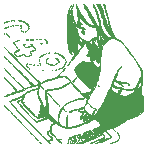
<source format=gbr>
%TF.GenerationSoftware,KiCad,Pcbnew,5.1.9-73d0e3b20d~88~ubuntu20.04.1*%
%TF.CreationDate,2021-02-21T20:05:17+08:00*%
%TF.ProjectId,weather_wifi,77656174-6865-4725-9f77-6966692e6b69,1.0*%
%TF.SameCoordinates,Original*%
%TF.FileFunction,Legend,Bot*%
%TF.FilePolarity,Positive*%
%FSLAX46Y46*%
G04 Gerber Fmt 4.6, Leading zero omitted, Abs format (unit mm)*
G04 Created by KiCad (PCBNEW 5.1.9-73d0e3b20d~88~ubuntu20.04.1) date 2021-02-21 20:05:17*
%MOMM*%
%LPD*%
G01*
G04 APERTURE LIST*
%ADD10C,0.010000*%
G04 APERTURE END LIST*
D10*
%TO.C,G1*%
G36*
X78367935Y-52722910D02*
G01*
X78418596Y-52798659D01*
X78440987Y-52852638D01*
X78469112Y-52971490D01*
X78446649Y-53040867D01*
X78438708Y-53048910D01*
X78403147Y-53068471D01*
X78413561Y-53017189D01*
X78415505Y-52950777D01*
X78392326Y-52936371D01*
X78362684Y-52902719D01*
X78369235Y-52867098D01*
X78370195Y-52807632D01*
X78351085Y-52797826D01*
X78307642Y-52762639D01*
X78306353Y-52751644D01*
X78324672Y-52702851D01*
X78367935Y-52722910D01*
G37*
X78367935Y-52722910D02*
X78418596Y-52798659D01*
X78440987Y-52852638D01*
X78469112Y-52971490D01*
X78446649Y-53040867D01*
X78438708Y-53048910D01*
X78403147Y-53068471D01*
X78413561Y-53017189D01*
X78415505Y-52950777D01*
X78392326Y-52936371D01*
X78362684Y-52902719D01*
X78369235Y-52867098D01*
X78370195Y-52807632D01*
X78351085Y-52797826D01*
X78307642Y-52762639D01*
X78306353Y-52751644D01*
X78324672Y-52702851D01*
X78367935Y-52722910D01*
G36*
X77200745Y-52972585D02*
G01*
X77260212Y-53043478D01*
X77323369Y-53137582D01*
X77370189Y-53225828D01*
X77382544Y-53269740D01*
X77346855Y-53286005D01*
X77301898Y-53277515D01*
X77252947Y-53267047D01*
X77275463Y-53295635D01*
X77310725Y-53325147D01*
X77359706Y-53378573D01*
X77348506Y-53398189D01*
X77289395Y-53363765D01*
X77212371Y-53279366D01*
X77201134Y-53264060D01*
X77126389Y-53149150D01*
X77113679Y-53097595D01*
X77163331Y-53104024D01*
X77209535Y-53126193D01*
X77279933Y-53160970D01*
X77281787Y-53147127D01*
X77225212Y-53081353D01*
X77170622Y-53001867D01*
X77164996Y-52953971D01*
X77200745Y-52972585D01*
G37*
X77200745Y-52972585D02*
X77260212Y-53043478D01*
X77323369Y-53137582D01*
X77370189Y-53225828D01*
X77382544Y-53269740D01*
X77346855Y-53286005D01*
X77301898Y-53277515D01*
X77252947Y-53267047D01*
X77275463Y-53295635D01*
X77310725Y-53325147D01*
X77359706Y-53378573D01*
X77348506Y-53398189D01*
X77289395Y-53363765D01*
X77212371Y-53279366D01*
X77201134Y-53264060D01*
X77126389Y-53149150D01*
X77113679Y-53097595D01*
X77163331Y-53104024D01*
X77209535Y-53126193D01*
X77279933Y-53160970D01*
X77281787Y-53147127D01*
X77225212Y-53081353D01*
X77170622Y-53001867D01*
X77164996Y-52953971D01*
X77200745Y-52972585D01*
G36*
X80303532Y-58117362D02*
G01*
X80280665Y-58222342D01*
X80280120Y-58224123D01*
X80238921Y-58329702D01*
X80200572Y-58383915D01*
X80194461Y-58385826D01*
X80182951Y-58348345D01*
X80203391Y-58257117D01*
X80206757Y-58247195D01*
X80255485Y-58133277D01*
X80291441Y-58088837D01*
X80303532Y-58117362D01*
G37*
X80303532Y-58117362D02*
X80280665Y-58222342D01*
X80280120Y-58224123D01*
X80238921Y-58329702D01*
X80200572Y-58383915D01*
X80194461Y-58385826D01*
X80182951Y-58348345D01*
X80203391Y-58257117D01*
X80206757Y-58247195D01*
X80255485Y-58133277D01*
X80291441Y-58088837D01*
X80303532Y-58117362D01*
G36*
X78557954Y-57721659D02*
G01*
X78622958Y-57758926D01*
X78612069Y-57783024D01*
X78586169Y-57785462D01*
X78523546Y-57751921D01*
X78514498Y-57739809D01*
X78521931Y-57713566D01*
X78557954Y-57721659D01*
G37*
X78557954Y-57721659D02*
X78622958Y-57758926D01*
X78612069Y-57783024D01*
X78586169Y-57785462D01*
X78523546Y-57751921D01*
X78514498Y-57739809D01*
X78521931Y-57713566D01*
X78557954Y-57721659D01*
G36*
X77856080Y-59399340D02*
G01*
X77968902Y-59505793D01*
X78021311Y-59563969D01*
X78023195Y-59585500D01*
X78015230Y-59586553D01*
X77978856Y-59555650D01*
X77901103Y-59476573D01*
X77842049Y-59413371D01*
X77682898Y-59240189D01*
X77856080Y-59399340D01*
G37*
X77856080Y-59399340D02*
X77968902Y-59505793D01*
X78021311Y-59563969D01*
X78023195Y-59585500D01*
X78015230Y-59586553D01*
X77978856Y-59555650D01*
X77901103Y-59476573D01*
X77842049Y-59413371D01*
X77682898Y-59240189D01*
X77856080Y-59399340D01*
G36*
X78162378Y-59633180D02*
G01*
X78245855Y-59667649D01*
X78350943Y-59720528D01*
X78387395Y-59759882D01*
X78375967Y-59771280D01*
X78314072Y-59819955D01*
X78225564Y-59918971D01*
X78170630Y-59990644D01*
X78085571Y-60100519D01*
X78020615Y-60171065D01*
X77987163Y-60192433D01*
X77996617Y-60154774D01*
X78010259Y-60129189D01*
X78057292Y-60057011D01*
X78134169Y-59948466D01*
X78158516Y-59915294D01*
X78274143Y-59759125D01*
X78163248Y-59673117D01*
X78100172Y-59622550D01*
X78096655Y-59609452D01*
X78162378Y-59633180D01*
G37*
X78162378Y-59633180D02*
X78245855Y-59667649D01*
X78350943Y-59720528D01*
X78387395Y-59759882D01*
X78375967Y-59771280D01*
X78314072Y-59819955D01*
X78225564Y-59918971D01*
X78170630Y-59990644D01*
X78085571Y-60100519D01*
X78020615Y-60171065D01*
X77987163Y-60192433D01*
X77996617Y-60154774D01*
X78010259Y-60129189D01*
X78057292Y-60057011D01*
X78134169Y-59948466D01*
X78158516Y-59915294D01*
X78274143Y-59759125D01*
X78163248Y-59673117D01*
X78100172Y-59622550D01*
X78096655Y-59609452D01*
X78162378Y-59633180D01*
G36*
X74264961Y-58355915D02*
G01*
X74304794Y-58388575D01*
X74357126Y-58444401D01*
X74460444Y-58553094D01*
X74601689Y-58700968D01*
X74767803Y-58874335D01*
X74841936Y-58951553D01*
X75004722Y-59124002D01*
X75137468Y-59270427D01*
X75230302Y-59379456D01*
X75273349Y-59439717D01*
X75272968Y-59448008D01*
X75226709Y-59416521D01*
X75128424Y-59329504D01*
X74989982Y-59198122D01*
X74823256Y-59033541D01*
X74706064Y-58914791D01*
X74532607Y-58733756D01*
X74387324Y-58575336D01*
X74280358Y-58451153D01*
X74221850Y-58372829D01*
X74214790Y-58351813D01*
X74264961Y-58355915D01*
G37*
X74264961Y-58355915D02*
X74304794Y-58388575D01*
X74357126Y-58444401D01*
X74460444Y-58553094D01*
X74601689Y-58700968D01*
X74767803Y-58874335D01*
X74841936Y-58951553D01*
X75004722Y-59124002D01*
X75137468Y-59270427D01*
X75230302Y-59379456D01*
X75273349Y-59439717D01*
X75272968Y-59448008D01*
X75226709Y-59416521D01*
X75128424Y-59329504D01*
X74989982Y-59198122D01*
X74823256Y-59033541D01*
X74706064Y-58914791D01*
X74532607Y-58733756D01*
X74387324Y-58575336D01*
X74280358Y-58451153D01*
X74221850Y-58372829D01*
X74214790Y-58351813D01*
X74264961Y-58355915D01*
G36*
X76813141Y-59694311D02*
G01*
X76806801Y-59721766D01*
X76782353Y-59725098D01*
X76744340Y-59708201D01*
X76751565Y-59694311D01*
X76806372Y-59688783D01*
X76813141Y-59694311D01*
G37*
X76813141Y-59694311D02*
X76806801Y-59721766D01*
X76782353Y-59725098D01*
X76744340Y-59708201D01*
X76751565Y-59694311D01*
X76806372Y-59688783D01*
X76813141Y-59694311D01*
G36*
X75685535Y-59767785D02*
G01*
X75782040Y-59858043D01*
X75812004Y-59901870D01*
X75797494Y-59909826D01*
X75760366Y-59878846D01*
X75687906Y-59802374D01*
X75670494Y-59782826D01*
X75558535Y-59655826D01*
X75685535Y-59767785D01*
G37*
X75685535Y-59767785D02*
X75782040Y-59858043D01*
X75812004Y-59901870D01*
X75797494Y-59909826D01*
X75760366Y-59878846D01*
X75687906Y-59802374D01*
X75670494Y-59782826D01*
X75558535Y-59655826D01*
X75685535Y-59767785D01*
G36*
X76679753Y-59745650D02*
G01*
X76649145Y-59767389D01*
X76553183Y-59806769D01*
X76450527Y-59842574D01*
X76301346Y-59891692D01*
X76181642Y-59931222D01*
X76135808Y-59946440D01*
X76093863Y-59949804D01*
X76112717Y-59921880D01*
X76174837Y-59887064D01*
X76289368Y-59842585D01*
X76426720Y-59797639D01*
X76557303Y-59761423D01*
X76651527Y-59743133D01*
X76679753Y-59745650D01*
G37*
X76679753Y-59745650D02*
X76649145Y-59767389D01*
X76553183Y-59806769D01*
X76450527Y-59842574D01*
X76301346Y-59891692D01*
X76181642Y-59931222D01*
X76135808Y-59946440D01*
X76093863Y-59949804D01*
X76112717Y-59921880D01*
X76174837Y-59887064D01*
X76289368Y-59842585D01*
X76426720Y-59797639D01*
X76557303Y-59761423D01*
X76651527Y-59743133D01*
X76679753Y-59745650D01*
G36*
X76252360Y-50939008D02*
G01*
X76188823Y-51053029D01*
X76148527Y-51088290D01*
X76135808Y-51048033D01*
X76163464Y-50987236D01*
X76230012Y-50898453D01*
X76230455Y-50897942D01*
X76325103Y-50788918D01*
X76252360Y-50939008D01*
G37*
X76252360Y-50939008D02*
X76188823Y-51053029D01*
X76148527Y-51088290D01*
X76135808Y-51048033D01*
X76163464Y-50987236D01*
X76230012Y-50898453D01*
X76230455Y-50897942D01*
X76325103Y-50788918D01*
X76252360Y-50939008D01*
G36*
X76447671Y-50831387D02*
G01*
X76440643Y-50878779D01*
X76403290Y-50968182D01*
X76353763Y-51062987D01*
X76310214Y-51126583D01*
X76297005Y-51135280D01*
X76301053Y-51098725D01*
X76337166Y-51007662D01*
X76352650Y-50974224D01*
X76405379Y-50876462D01*
X76442223Y-50831114D01*
X76447671Y-50831387D01*
G37*
X76447671Y-50831387D02*
X76440643Y-50878779D01*
X76403290Y-50968182D01*
X76353763Y-51062987D01*
X76310214Y-51126583D01*
X76297005Y-51135280D01*
X76301053Y-51098725D01*
X76337166Y-51007662D01*
X76352650Y-50974224D01*
X76405379Y-50876462D01*
X76442223Y-50831114D01*
X76447671Y-50831387D01*
G36*
X72010232Y-52212856D02*
G01*
X72003892Y-52240311D01*
X71979444Y-52243644D01*
X71941431Y-52226747D01*
X71948656Y-52212856D01*
X72003463Y-52207329D01*
X72010232Y-52212856D01*
G37*
X72010232Y-52212856D02*
X72003892Y-52240311D01*
X71979444Y-52243644D01*
X71941431Y-52226747D01*
X71948656Y-52212856D01*
X72003463Y-52207329D01*
X72010232Y-52212856D01*
G36*
X71840898Y-52220553D02*
G01*
X71817808Y-52243644D01*
X71794717Y-52220553D01*
X71817808Y-52197462D01*
X71840898Y-52220553D01*
G37*
X71840898Y-52220553D02*
X71817808Y-52243644D01*
X71794717Y-52220553D01*
X71817808Y-52197462D01*
X71840898Y-52220553D01*
G36*
X71425262Y-52220553D02*
G01*
X71402171Y-52243644D01*
X71379080Y-52220553D01*
X71402171Y-52197462D01*
X71425262Y-52220553D01*
G37*
X71425262Y-52220553D02*
X71402171Y-52243644D01*
X71379080Y-52220553D01*
X71402171Y-52197462D01*
X71425262Y-52220553D01*
G36*
X71225141Y-52212856D02*
G01*
X71218801Y-52240311D01*
X71194353Y-52243644D01*
X71156340Y-52226747D01*
X71163565Y-52212856D01*
X71218372Y-52207329D01*
X71225141Y-52212856D01*
G37*
X71225141Y-52212856D02*
X71218801Y-52240311D01*
X71194353Y-52243644D01*
X71156340Y-52226747D01*
X71163565Y-52212856D01*
X71218372Y-52207329D01*
X71225141Y-52212856D01*
G36*
X71043300Y-52261924D02*
G01*
X71029527Y-52282914D01*
X70982686Y-52286180D01*
X70933409Y-52274901D01*
X70954785Y-52258278D01*
X71026961Y-52252773D01*
X71043300Y-52261924D01*
G37*
X71043300Y-52261924D02*
X71029527Y-52282914D01*
X70982686Y-52286180D01*
X70933409Y-52274901D01*
X70954785Y-52258278D01*
X71026961Y-52252773D01*
X71043300Y-52261924D01*
G36*
X70855686Y-52305220D02*
G01*
X70849347Y-52332675D01*
X70824898Y-52336008D01*
X70786886Y-52319110D01*
X70794111Y-52305220D01*
X70848918Y-52299693D01*
X70855686Y-52305220D01*
G37*
X70855686Y-52305220D02*
X70849347Y-52332675D01*
X70824898Y-52336008D01*
X70786886Y-52319110D01*
X70794111Y-52305220D01*
X70848918Y-52299693D01*
X70855686Y-52305220D01*
G36*
X70717141Y-52351401D02*
G01*
X70710801Y-52378856D01*
X70686353Y-52382189D01*
X70648340Y-52365292D01*
X70655565Y-52351401D01*
X70710372Y-52345874D01*
X70717141Y-52351401D01*
G37*
X70717141Y-52351401D02*
X70710801Y-52378856D01*
X70686353Y-52382189D01*
X70648340Y-52365292D01*
X70655565Y-52351401D01*
X70710372Y-52345874D01*
X70717141Y-52351401D01*
G36*
X70593989Y-52405280D02*
G01*
X70570898Y-52428371D01*
X70547808Y-52405280D01*
X70570898Y-52382189D01*
X70593989Y-52405280D01*
G37*
X70593989Y-52405280D02*
X70570898Y-52428371D01*
X70547808Y-52405280D01*
X70570898Y-52382189D01*
X70593989Y-52405280D01*
G36*
X71737528Y-52581368D02*
G01*
X71748323Y-52593851D01*
X71682003Y-52600856D01*
X71633080Y-52601452D01*
X71543645Y-52596905D01*
X71530077Y-52586475D01*
X71552800Y-52580436D01*
X71673133Y-52573000D01*
X71737528Y-52581368D01*
G37*
X71737528Y-52581368D02*
X71748323Y-52593851D01*
X71682003Y-52600856D01*
X71633080Y-52601452D01*
X71543645Y-52596905D01*
X71530077Y-52586475D01*
X71552800Y-52580436D01*
X71673133Y-52573000D01*
X71737528Y-52581368D01*
G36*
X71366573Y-52631379D02*
G01*
X71352799Y-52652369D01*
X71305959Y-52655634D01*
X71256681Y-52644356D01*
X71278058Y-52627733D01*
X71350234Y-52622227D01*
X71366573Y-52631379D01*
G37*
X71366573Y-52631379D02*
X71352799Y-52652369D01*
X71305959Y-52655634D01*
X71256681Y-52644356D01*
X71278058Y-52627733D01*
X71350234Y-52622227D01*
X71366573Y-52631379D01*
G36*
X71992649Y-52646703D02*
G01*
X72002535Y-52659280D01*
X72018790Y-52700817D01*
X71975097Y-52685173D01*
X71933262Y-52659280D01*
X71897758Y-52622207D01*
X71918991Y-52613806D01*
X71992649Y-52646703D01*
G37*
X71992649Y-52646703D02*
X72002535Y-52659280D01*
X72018790Y-52700817D01*
X71975097Y-52685173D01*
X71933262Y-52659280D01*
X71897758Y-52622207D01*
X71918991Y-52613806D01*
X71992649Y-52646703D01*
G36*
X71148171Y-52682371D02*
G01*
X71125080Y-52705462D01*
X71101989Y-52682371D01*
X71125080Y-52659280D01*
X71148171Y-52682371D01*
G37*
X71148171Y-52682371D02*
X71125080Y-52705462D01*
X71101989Y-52682371D01*
X71125080Y-52659280D01*
X71148171Y-52682371D01*
G36*
X72212770Y-52273440D02*
G01*
X72337986Y-52348599D01*
X72469385Y-52447884D01*
X72578101Y-52550024D01*
X72627331Y-52615605D01*
X72666630Y-52704716D01*
X72657473Y-52724581D01*
X72609363Y-52677867D01*
X72548681Y-52593535D01*
X72443803Y-52478221D01*
X72300334Y-52371297D01*
X72249043Y-52342876D01*
X72149168Y-52287042D01*
X72109615Y-52251060D01*
X72122606Y-52243680D01*
X72212770Y-52273440D01*
G37*
X72212770Y-52273440D02*
X72337986Y-52348599D01*
X72469385Y-52447884D01*
X72578101Y-52550024D01*
X72627331Y-52615605D01*
X72666630Y-52704716D01*
X72657473Y-52724581D01*
X72609363Y-52677867D01*
X72548681Y-52593535D01*
X72443803Y-52478221D01*
X72300334Y-52371297D01*
X72249043Y-52342876D01*
X72149168Y-52287042D01*
X72109615Y-52251060D01*
X72122606Y-52243680D01*
X72212770Y-52273440D01*
G36*
X70963444Y-52728553D02*
G01*
X70940353Y-52751644D01*
X70917262Y-52728553D01*
X70940353Y-52705462D01*
X70963444Y-52728553D01*
G37*
X70963444Y-52728553D02*
X70940353Y-52751644D01*
X70917262Y-52728553D01*
X70940353Y-52705462D01*
X70963444Y-52728553D01*
G36*
X70824898Y-52774735D02*
G01*
X70801808Y-52797826D01*
X70778717Y-52774735D01*
X70801808Y-52751644D01*
X70824898Y-52774735D01*
G37*
X70824898Y-52774735D02*
X70801808Y-52797826D01*
X70778717Y-52774735D01*
X70801808Y-52751644D01*
X70824898Y-52774735D01*
G36*
X70732535Y-52820917D02*
G01*
X70709444Y-52844008D01*
X70686353Y-52820917D01*
X70709444Y-52797826D01*
X70732535Y-52820917D01*
G37*
X70732535Y-52820917D02*
X70709444Y-52844008D01*
X70686353Y-52820917D01*
X70709444Y-52797826D01*
X70732535Y-52820917D01*
G36*
X72656777Y-52813220D02*
G01*
X72662304Y-52868027D01*
X72656777Y-52874795D01*
X72629322Y-52868456D01*
X72625989Y-52844008D01*
X72642887Y-52805995D01*
X72656777Y-52813220D01*
G37*
X72656777Y-52813220D02*
X72662304Y-52868027D01*
X72656777Y-52874795D01*
X72629322Y-52868456D01*
X72625989Y-52844008D01*
X72642887Y-52805995D01*
X72656777Y-52813220D01*
G36*
X72010232Y-52813220D02*
G01*
X72015759Y-52868027D01*
X72010232Y-52874795D01*
X71982777Y-52868456D01*
X71979444Y-52844008D01*
X71996341Y-52805995D01*
X72010232Y-52813220D01*
G37*
X72010232Y-52813220D02*
X72015759Y-52868027D01*
X72010232Y-52874795D01*
X71982777Y-52868456D01*
X71979444Y-52844008D01*
X71996341Y-52805995D01*
X72010232Y-52813220D01*
G36*
X70640171Y-52867098D02*
G01*
X70617080Y-52890189D01*
X70593989Y-52867098D01*
X70617080Y-52844008D01*
X70640171Y-52867098D01*
G37*
X70640171Y-52867098D02*
X70617080Y-52890189D01*
X70593989Y-52867098D01*
X70617080Y-52844008D01*
X70640171Y-52867098D01*
G36*
X72607836Y-52965214D02*
G01*
X72556717Y-53028735D01*
X72487319Y-53097035D01*
X72450038Y-53121098D01*
X72459415Y-53092255D01*
X72510535Y-53028735D01*
X72579933Y-52960435D01*
X72617214Y-52936371D01*
X72607836Y-52965214D01*
G37*
X72607836Y-52965214D02*
X72556717Y-53028735D01*
X72487319Y-53097035D01*
X72450038Y-53121098D01*
X72459415Y-53092255D01*
X72510535Y-53028735D01*
X72579933Y-52960435D01*
X72617214Y-52936371D01*
X72607836Y-52965214D01*
G36*
X72395080Y-53144189D02*
G01*
X72371989Y-53167280D01*
X72348898Y-53144189D01*
X72371989Y-53121098D01*
X72395080Y-53144189D01*
G37*
X72395080Y-53144189D02*
X72371989Y-53167280D01*
X72348898Y-53144189D01*
X72371989Y-53121098D01*
X72395080Y-53144189D01*
G36*
X72048384Y-53040035D02*
G01*
X72094898Y-53073394D01*
X72172753Y-53130123D01*
X72206504Y-53154212D01*
X72191326Y-53166653D01*
X72177523Y-53167280D01*
X72113174Y-53134562D01*
X72065917Y-53086462D01*
X72026565Y-53032449D01*
X72048384Y-53040035D01*
G37*
X72048384Y-53040035D02*
X72094898Y-53073394D01*
X72172753Y-53130123D01*
X72206504Y-53154212D01*
X72191326Y-53166653D01*
X72177523Y-53167280D01*
X72113174Y-53134562D01*
X72065917Y-53086462D01*
X72026565Y-53032449D01*
X72048384Y-53040035D01*
G36*
X70593989Y-53328917D02*
G01*
X70570898Y-53352008D01*
X70547808Y-53328917D01*
X70570898Y-53305826D01*
X70593989Y-53328917D01*
G37*
X70593989Y-53328917D02*
X70570898Y-53352008D01*
X70547808Y-53328917D01*
X70570898Y-53305826D01*
X70593989Y-53328917D01*
G36*
X70775828Y-53334251D02*
G01*
X70852024Y-53402662D01*
X70932070Y-53485761D01*
X70991595Y-53558253D01*
X71006259Y-53594820D01*
X70965638Y-53572645D01*
X70885457Y-53501733D01*
X70840401Y-53456756D01*
X70760958Y-53368036D01*
X70724814Y-53313770D01*
X70727851Y-53305826D01*
X70775828Y-53334251D01*
G37*
X70775828Y-53334251D02*
X70852024Y-53402662D01*
X70932070Y-53485761D01*
X70991595Y-53558253D01*
X71006259Y-53594820D01*
X70965638Y-53572645D01*
X70885457Y-53501733D01*
X70840401Y-53456756D01*
X70760958Y-53368036D01*
X70724814Y-53313770D01*
X70727851Y-53305826D01*
X70775828Y-53334251D01*
G36*
X73722808Y-53781991D02*
G01*
X73737180Y-53795377D01*
X73673323Y-53802665D01*
X73641989Y-53803111D01*
X73557970Y-53798297D01*
X73548068Y-53786309D01*
X73561171Y-53781991D01*
X73678299Y-53774809D01*
X73722808Y-53781991D01*
G37*
X73722808Y-53781991D02*
X73737180Y-53795377D01*
X73673323Y-53802665D01*
X73641989Y-53803111D01*
X73557970Y-53798297D01*
X73548068Y-53786309D01*
X73561171Y-53781991D01*
X73678299Y-53774809D01*
X73722808Y-53781991D01*
G36*
X73395686Y-53783038D02*
G01*
X73389347Y-53810493D01*
X73364898Y-53813826D01*
X73326886Y-53796928D01*
X73334111Y-53783038D01*
X73388918Y-53777511D01*
X73395686Y-53783038D01*
G37*
X73395686Y-53783038D02*
X73389347Y-53810493D01*
X73364898Y-53813826D01*
X73326886Y-53796928D01*
X73334111Y-53783038D01*
X73388918Y-53777511D01*
X73395686Y-53783038D01*
G36*
X73006989Y-53827415D02*
G01*
X73028874Y-53838836D01*
X72970852Y-53846082D01*
X72903080Y-53847429D01*
X72803196Y-53843827D01*
X72775776Y-53834616D01*
X72799171Y-53827415D01*
X72933744Y-53819775D01*
X73006989Y-53827415D01*
G37*
X73006989Y-53827415D02*
X73028874Y-53838836D01*
X72970852Y-53846082D01*
X72903080Y-53847429D01*
X72803196Y-53843827D01*
X72775776Y-53834616D01*
X72799171Y-53827415D01*
X72933744Y-53819775D01*
X73006989Y-53827415D01*
G36*
X72591353Y-53829422D02*
G01*
X72597154Y-53846278D01*
X72533626Y-53852716D01*
X72468065Y-53845458D01*
X72475898Y-53829422D01*
X72570449Y-53823323D01*
X72591353Y-53829422D01*
G37*
X72591353Y-53829422D02*
X72597154Y-53846278D01*
X72533626Y-53852716D01*
X72468065Y-53845458D01*
X72475898Y-53829422D01*
X72570449Y-53823323D01*
X72591353Y-53829422D01*
G36*
X71880002Y-53867377D02*
G01*
X71859139Y-53887198D01*
X71755419Y-53917275D01*
X71725444Y-53924186D01*
X71640514Y-53938232D01*
X71637462Y-53922268D01*
X71656171Y-53908299D01*
X71762348Y-53866964D01*
X71813959Y-53860715D01*
X71880002Y-53867377D01*
G37*
X71880002Y-53867377D02*
X71859139Y-53887198D01*
X71755419Y-53917275D01*
X71725444Y-53924186D01*
X71640514Y-53938232D01*
X71637462Y-53922268D01*
X71656171Y-53908299D01*
X71762348Y-53866964D01*
X71813959Y-53860715D01*
X71880002Y-53867377D01*
G36*
X71548414Y-53967765D02*
G01*
X71542074Y-53995220D01*
X71517626Y-53998553D01*
X71479613Y-53981656D01*
X71486838Y-53967765D01*
X71541645Y-53962238D01*
X71548414Y-53967765D01*
G37*
X71548414Y-53967765D02*
X71542074Y-53995220D01*
X71517626Y-53998553D01*
X71479613Y-53981656D01*
X71486838Y-53967765D01*
X71541645Y-53962238D01*
X71548414Y-53967765D01*
G36*
X74062310Y-53801239D02*
G01*
X74145453Y-53879692D01*
X74215693Y-53969504D01*
X74242353Y-54033440D01*
X74210425Y-54103706D01*
X74200478Y-54111346D01*
X74176027Y-54097436D01*
X74181127Y-54051093D01*
X74160429Y-53952503D01*
X74078229Y-53866302D01*
X74007230Y-53801957D01*
X73991798Y-53768840D01*
X73997166Y-53767644D01*
X74062310Y-53801239D01*
G37*
X74062310Y-53801239D02*
X74145453Y-53879692D01*
X74215693Y-53969504D01*
X74242353Y-54033440D01*
X74210425Y-54103706D01*
X74200478Y-54111346D01*
X74176027Y-54097436D01*
X74181127Y-54051093D01*
X74160429Y-53952503D01*
X74078229Y-53866302D01*
X74007230Y-53801957D01*
X73991798Y-53768840D01*
X73997166Y-53767644D01*
X74062310Y-53801239D01*
G36*
X73792959Y-54152988D02*
G01*
X73794494Y-54168149D01*
X73722199Y-54174341D01*
X73711262Y-54174277D01*
X73639636Y-54167618D01*
X73646473Y-54153562D01*
X73654414Y-54151277D01*
X73755012Y-54144516D01*
X73792959Y-54152988D01*
G37*
X73792959Y-54152988D02*
X73794494Y-54168149D01*
X73722199Y-54174341D01*
X73711262Y-54174277D01*
X73639636Y-54167618D01*
X73646473Y-54153562D01*
X73654414Y-54151277D01*
X73755012Y-54144516D01*
X73792959Y-54152988D01*
G36*
X72961686Y-54199170D02*
G01*
X72963222Y-54214331D01*
X72890926Y-54220522D01*
X72879989Y-54220459D01*
X72808363Y-54213800D01*
X72815201Y-54199744D01*
X72823141Y-54197458D01*
X72923739Y-54190698D01*
X72961686Y-54199170D01*
G37*
X72961686Y-54199170D02*
X72963222Y-54214331D01*
X72890926Y-54220522D01*
X72879989Y-54220459D01*
X72808363Y-54213800D01*
X72815201Y-54199744D01*
X72823141Y-54197458D01*
X72923739Y-54190698D01*
X72961686Y-54199170D01*
G36*
X72268080Y-54232708D02*
G01*
X72336097Y-54238957D01*
X72317095Y-54257033D01*
X72288158Y-54269006D01*
X72230842Y-54298542D01*
X72244168Y-54335502D01*
X72288158Y-54376446D01*
X72394333Y-54446002D01*
X72464353Y-54473337D01*
X72528911Y-54491261D01*
X72503077Y-54498587D01*
X72460858Y-54501196D01*
X72362512Y-54472985D01*
X72264585Y-54399667D01*
X72183491Y-54301194D01*
X72175443Y-54248986D01*
X72240665Y-54232496D01*
X72268080Y-54232708D01*
G37*
X72268080Y-54232708D02*
X72336097Y-54238957D01*
X72317095Y-54257033D01*
X72288158Y-54269006D01*
X72230842Y-54298542D01*
X72244168Y-54335502D01*
X72288158Y-54376446D01*
X72394333Y-54446002D01*
X72464353Y-54473337D01*
X72528911Y-54491261D01*
X72503077Y-54498587D01*
X72460858Y-54501196D01*
X72362512Y-54472985D01*
X72264585Y-54399667D01*
X72183491Y-54301194D01*
X72175443Y-54248986D01*
X72240665Y-54232496D01*
X72268080Y-54232708D01*
G36*
X71404416Y-54029582D02*
G01*
X71395295Y-54069093D01*
X71408119Y-54143996D01*
X71490995Y-54262118D01*
X71613610Y-54394764D01*
X71727676Y-54513059D01*
X71807415Y-54601204D01*
X71838773Y-54643503D01*
X71837743Y-54645098D01*
X71796508Y-54614626D01*
X71708834Y-54534145D01*
X71592476Y-54420058D01*
X71573775Y-54401192D01*
X71431554Y-54249041D01*
X71355002Y-54143355D01*
X71338074Y-54072392D01*
X71374724Y-54024410D01*
X71378551Y-54021971D01*
X71404416Y-54029582D01*
G37*
X71404416Y-54029582D02*
X71395295Y-54069093D01*
X71408119Y-54143996D01*
X71490995Y-54262118D01*
X71613610Y-54394764D01*
X71727676Y-54513059D01*
X71807415Y-54601204D01*
X71838773Y-54643503D01*
X71837743Y-54645098D01*
X71796508Y-54614626D01*
X71708834Y-54534145D01*
X71592476Y-54420058D01*
X71573775Y-54401192D01*
X71431554Y-54249041D01*
X71355002Y-54143355D01*
X71338074Y-54072392D01*
X71374724Y-54024410D01*
X71378551Y-54021971D01*
X71404416Y-54029582D01*
G36*
X72967086Y-54339594D02*
G01*
X73046727Y-54398946D01*
X73095934Y-54447183D01*
X73177423Y-54547242D01*
X73214110Y-54630583D01*
X73212459Y-54651537D01*
X73191042Y-54684238D01*
X73183817Y-54641603D01*
X73149613Y-54561821D01*
X73071516Y-54466871D01*
X73064959Y-54460599D01*
X72978652Y-54391992D01*
X72898144Y-54376477D01*
X72778671Y-54404867D01*
X72665144Y-54434133D01*
X72595901Y-54441531D01*
X72589205Y-54438981D01*
X72617109Y-54416220D01*
X72708942Y-54380194D01*
X72762614Y-54363127D01*
X72886900Y-54331316D01*
X72967086Y-54339594D01*
G37*
X72967086Y-54339594D02*
X73046727Y-54398946D01*
X73095934Y-54447183D01*
X73177423Y-54547242D01*
X73214110Y-54630583D01*
X73212459Y-54651537D01*
X73191042Y-54684238D01*
X73183817Y-54641603D01*
X73149613Y-54561821D01*
X73071516Y-54466871D01*
X73064959Y-54460599D01*
X72978652Y-54391992D01*
X72898144Y-54376477D01*
X72778671Y-54404867D01*
X72665144Y-54434133D01*
X72595901Y-54441531D01*
X72589205Y-54438981D01*
X72617109Y-54416220D01*
X72708942Y-54380194D01*
X72762614Y-54363127D01*
X72886900Y-54331316D01*
X72967086Y-54339594D01*
G36*
X73133989Y-54714371D02*
G01*
X73110898Y-54737462D01*
X73087808Y-54714371D01*
X73110898Y-54691280D01*
X73133989Y-54714371D01*
G37*
X73133989Y-54714371D02*
X73110898Y-54737462D01*
X73087808Y-54714371D01*
X73110898Y-54691280D01*
X73133989Y-54714371D01*
G36*
X73041626Y-54760553D02*
G01*
X73018535Y-54783644D01*
X72995444Y-54760553D01*
X73018535Y-54737462D01*
X73041626Y-54760553D01*
G37*
X73041626Y-54760553D02*
X73018535Y-54783644D01*
X72995444Y-54760553D01*
X73018535Y-54737462D01*
X73041626Y-54760553D01*
G36*
X72933868Y-54799038D02*
G01*
X72927529Y-54826493D01*
X72903080Y-54829826D01*
X72865067Y-54812928D01*
X72872292Y-54799038D01*
X72927099Y-54793511D01*
X72933868Y-54799038D01*
G37*
X72933868Y-54799038D02*
X72927529Y-54826493D01*
X72903080Y-54829826D01*
X72865067Y-54812928D01*
X72872292Y-54799038D01*
X72927099Y-54793511D01*
X72933868Y-54799038D01*
G36*
X74900444Y-54937786D02*
G01*
X74906245Y-54954642D01*
X74842717Y-54961079D01*
X74777155Y-54953822D01*
X74784989Y-54937786D01*
X74879540Y-54931686D01*
X74900444Y-54937786D01*
G37*
X74900444Y-54937786D02*
X74906245Y-54954642D01*
X74842717Y-54961079D01*
X74777155Y-54953822D01*
X74784989Y-54937786D01*
X74879540Y-54931686D01*
X74900444Y-54937786D01*
G36*
X74392444Y-54937786D02*
G01*
X74398245Y-54954642D01*
X74334717Y-54961079D01*
X74269155Y-54953822D01*
X74276989Y-54937786D01*
X74371540Y-54931686D01*
X74392444Y-54937786D01*
G37*
X74392444Y-54937786D02*
X74398245Y-54954642D01*
X74334717Y-54961079D01*
X74269155Y-54953822D01*
X74276989Y-54937786D01*
X74371540Y-54931686D01*
X74392444Y-54937786D01*
G36*
X74180777Y-54983765D02*
G01*
X74174438Y-55011220D01*
X74149989Y-55014553D01*
X74111976Y-54997656D01*
X74119201Y-54983765D01*
X74174008Y-54978238D01*
X74180777Y-54983765D01*
G37*
X74180777Y-54983765D02*
X74174438Y-55011220D01*
X74149989Y-55014553D01*
X74111976Y-54997656D01*
X74119201Y-54983765D01*
X74174008Y-54978238D01*
X74180777Y-54983765D01*
G36*
X72816354Y-54891017D02*
G01*
X72846950Y-54967542D01*
X72843746Y-54996918D01*
X72812245Y-54980453D01*
X72793331Y-54943495D01*
X72767166Y-54855804D01*
X72777909Y-54838308D01*
X72816354Y-54891017D01*
G37*
X72816354Y-54891017D02*
X72846950Y-54967542D01*
X72843746Y-54996918D01*
X72812245Y-54980453D01*
X72793331Y-54943495D01*
X72767166Y-54855804D01*
X72777909Y-54838308D01*
X72816354Y-54891017D01*
G36*
X72148777Y-55076129D02*
G01*
X72142438Y-55103584D01*
X72117989Y-55106917D01*
X72079976Y-55090019D01*
X72087201Y-55076129D01*
X72142008Y-55070602D01*
X72148777Y-55076129D01*
G37*
X72148777Y-55076129D02*
X72142438Y-55103584D01*
X72117989Y-55106917D01*
X72079976Y-55090019D01*
X72087201Y-55076129D01*
X72142008Y-55070602D01*
X72148777Y-55076129D01*
G36*
X72842409Y-55090566D02*
G01*
X72833808Y-55106917D01*
X72790294Y-55151020D01*
X72782175Y-55153098D01*
X72779024Y-55123267D01*
X72787626Y-55106917D01*
X72831139Y-55062813D01*
X72839259Y-55060735D01*
X72842409Y-55090566D01*
G37*
X72842409Y-55090566D02*
X72833808Y-55106917D01*
X72790294Y-55151020D01*
X72782175Y-55153098D01*
X72779024Y-55123267D01*
X72787626Y-55106917D01*
X72831139Y-55062813D01*
X72839259Y-55060735D01*
X72842409Y-55090566D01*
G36*
X72025626Y-55130008D02*
G01*
X72002535Y-55153098D01*
X71979444Y-55130008D01*
X72002535Y-55106917D01*
X72025626Y-55130008D01*
G37*
X72025626Y-55130008D02*
X72002535Y-55153098D01*
X71979444Y-55130008D01*
X72002535Y-55106917D01*
X72025626Y-55130008D01*
G36*
X71917868Y-55168492D02*
G01*
X71911529Y-55195947D01*
X71887080Y-55199280D01*
X71849067Y-55182383D01*
X71856292Y-55168492D01*
X71911099Y-55162965D01*
X71917868Y-55168492D01*
G37*
X71917868Y-55168492D02*
X71911529Y-55195947D01*
X71887080Y-55199280D01*
X71849067Y-55182383D01*
X71856292Y-55168492D01*
X71911099Y-55162965D01*
X71917868Y-55168492D01*
G36*
X72703523Y-55173570D02*
G01*
X72672171Y-55199280D01*
X72587981Y-55238359D01*
X72556717Y-55244048D01*
X72548456Y-55224991D01*
X72579808Y-55199280D01*
X72663998Y-55160202D01*
X72695262Y-55154513D01*
X72703523Y-55173570D01*
G37*
X72703523Y-55173570D02*
X72672171Y-55199280D01*
X72587981Y-55238359D01*
X72556717Y-55244048D01*
X72548456Y-55224991D01*
X72579808Y-55199280D01*
X72663998Y-55160202D01*
X72695262Y-55154513D01*
X72703523Y-55173570D01*
G36*
X72289670Y-55087408D02*
G01*
X72382479Y-55153098D01*
X72450518Y-55214540D01*
X72462746Y-55243558D01*
X72459036Y-55243926D01*
X72397541Y-55215785D01*
X72309146Y-55151562D01*
X72238416Y-55084137D01*
X72235835Y-55062834D01*
X72289670Y-55087408D01*
G37*
X72289670Y-55087408D02*
X72382479Y-55153098D01*
X72450518Y-55214540D01*
X72462746Y-55243558D01*
X72459036Y-55243926D01*
X72397541Y-55215785D01*
X72309146Y-55151562D01*
X72238416Y-55084137D01*
X72235835Y-55062834D01*
X72289670Y-55087408D01*
G36*
X71818536Y-54736283D02*
G01*
X71759415Y-54774257D01*
X71658833Y-54806150D01*
X71510711Y-54860559D01*
X71450745Y-54938284D01*
X71479869Y-55037509D01*
X71516587Y-55082720D01*
X71619939Y-55167509D01*
X71719638Y-55213622D01*
X71788685Y-55228908D01*
X71768006Y-55235887D01*
X71722539Y-55239173D01*
X71630210Y-55211565D01*
X71523088Y-55135353D01*
X71501739Y-55114436D01*
X71416295Y-54997249D01*
X71414274Y-54903566D01*
X71498828Y-54825331D01*
X71638106Y-54765985D01*
X71751957Y-54733052D01*
X71814436Y-54726708D01*
X71818536Y-54736283D01*
G37*
X71818536Y-54736283D02*
X71759415Y-54774257D01*
X71658833Y-54806150D01*
X71510711Y-54860559D01*
X71450745Y-54938284D01*
X71479869Y-55037509D01*
X71516587Y-55082720D01*
X71619939Y-55167509D01*
X71719638Y-55213622D01*
X71788685Y-55228908D01*
X71768006Y-55235887D01*
X71722539Y-55239173D01*
X71630210Y-55211565D01*
X71523088Y-55135353D01*
X71501739Y-55114436D01*
X71416295Y-54997249D01*
X71414274Y-54903566D01*
X71498828Y-54825331D01*
X71638106Y-54765985D01*
X71751957Y-54733052D01*
X71814436Y-54726708D01*
X71818536Y-54736283D01*
G36*
X74040101Y-55027816D02*
G01*
X74022749Y-55058242D01*
X73965708Y-55083684D01*
X73870316Y-55133176D01*
X73749647Y-55219647D01*
X73707645Y-55254833D01*
X73618001Y-55324694D01*
X73576104Y-55337850D01*
X73577545Y-55318806D01*
X73627440Y-55258794D01*
X73723818Y-55182470D01*
X73839962Y-55106642D01*
X73949155Y-55048116D01*
X74024683Y-55023699D01*
X74040101Y-55027816D01*
G37*
X74040101Y-55027816D02*
X74022749Y-55058242D01*
X73965708Y-55083684D01*
X73870316Y-55133176D01*
X73749647Y-55219647D01*
X73707645Y-55254833D01*
X73618001Y-55324694D01*
X73576104Y-55337850D01*
X73577545Y-55318806D01*
X73627440Y-55258794D01*
X73723818Y-55182470D01*
X73839962Y-55106642D01*
X73949155Y-55048116D01*
X74024683Y-55023699D01*
X74040101Y-55027816D01*
G36*
X74981262Y-55407098D02*
G01*
X74958171Y-55430189D01*
X74935080Y-55407098D01*
X74958171Y-55384008D01*
X74981262Y-55407098D01*
G37*
X74981262Y-55407098D02*
X74958171Y-55430189D01*
X74935080Y-55407098D01*
X74958171Y-55384008D01*
X74981262Y-55407098D01*
G36*
X74334717Y-55407098D02*
G01*
X74311626Y-55430189D01*
X74288535Y-55407098D01*
X74311626Y-55384008D01*
X74334717Y-55407098D01*
G37*
X74334717Y-55407098D02*
X74311626Y-55430189D01*
X74288535Y-55407098D01*
X74311626Y-55384008D01*
X74334717Y-55407098D01*
G36*
X75129933Y-54993850D02*
G01*
X75258854Y-55060941D01*
X75402588Y-55155622D01*
X75543299Y-55263872D01*
X75663156Y-55371669D01*
X75744325Y-55464994D01*
X75768973Y-55529824D01*
X75762716Y-55541584D01*
X75727523Y-55520407D01*
X75664624Y-55442514D01*
X75641691Y-55408839D01*
X75521123Y-55281786D01*
X75333851Y-55154653D01*
X75253859Y-55111961D01*
X75122866Y-55042257D01*
X75043145Y-54991215D01*
X75029808Y-54968691D01*
X75033656Y-54968371D01*
X75129933Y-54993850D01*
G37*
X75129933Y-54993850D02*
X75258854Y-55060941D01*
X75402588Y-55155622D01*
X75543299Y-55263872D01*
X75663156Y-55371669D01*
X75744325Y-55464994D01*
X75768973Y-55529824D01*
X75762716Y-55541584D01*
X75727523Y-55520407D01*
X75664624Y-55442514D01*
X75641691Y-55408839D01*
X75521123Y-55281786D01*
X75333851Y-55154653D01*
X75253859Y-55111961D01*
X75122866Y-55042257D01*
X75043145Y-54991215D01*
X75029808Y-54968691D01*
X75033656Y-54968371D01*
X75129933Y-54993850D01*
G36*
X75122135Y-55509725D02*
G01*
X75190288Y-55585146D01*
X75210782Y-55630555D01*
X75209605Y-55632202D01*
X75172308Y-55612952D01*
X75108805Y-55539489D01*
X75101610Y-55529575D01*
X75014139Y-55407098D01*
X75122135Y-55509725D01*
G37*
X75122135Y-55509725D02*
X75190288Y-55585146D01*
X75210782Y-55630555D01*
X75209605Y-55632202D01*
X75172308Y-55612952D01*
X75108805Y-55539489D01*
X75101610Y-55529575D01*
X75014139Y-55407098D01*
X75122135Y-55509725D01*
G36*
X74230708Y-55452184D02*
G01*
X74212686Y-55476371D01*
X74156131Y-55581396D01*
X74137225Y-55638008D01*
X74119315Y-55701026D01*
X74111785Y-55674699D01*
X74109165Y-55632117D01*
X74138974Y-55525193D01*
X74184626Y-55470480D01*
X74239231Y-55430852D01*
X74230708Y-55452184D01*
G37*
X74230708Y-55452184D02*
X74212686Y-55476371D01*
X74156131Y-55581396D01*
X74137225Y-55638008D01*
X74119315Y-55701026D01*
X74111785Y-55674699D01*
X74109165Y-55632117D01*
X74138974Y-55525193D01*
X74184626Y-55470480D01*
X74239231Y-55430852D01*
X74230708Y-55452184D01*
G36*
X73535278Y-55487917D02*
G01*
X73542460Y-55605044D01*
X73535278Y-55649553D01*
X73521892Y-55663926D01*
X73514605Y-55600068D01*
X73514158Y-55568735D01*
X73518973Y-55484715D01*
X73530961Y-55474813D01*
X73535278Y-55487917D01*
G37*
X73535278Y-55487917D02*
X73542460Y-55605044D01*
X73535278Y-55649553D01*
X73521892Y-55663926D01*
X73514605Y-55600068D01*
X73514158Y-55568735D01*
X73518973Y-55484715D01*
X73530961Y-55474813D01*
X73535278Y-55487917D01*
G36*
X72564414Y-55861220D02*
G01*
X72558074Y-55888675D01*
X72533626Y-55892008D01*
X72495613Y-55875110D01*
X72502838Y-55861220D01*
X72557645Y-55855693D01*
X72564414Y-55861220D01*
G37*
X72564414Y-55861220D02*
X72558074Y-55888675D01*
X72533626Y-55892008D01*
X72495613Y-55875110D01*
X72502838Y-55861220D01*
X72557645Y-55855693D01*
X72564414Y-55861220D01*
G36*
X75212171Y-55720522D02*
G01*
X75176705Y-55781953D01*
X75094082Y-55856443D01*
X74999963Y-55916163D01*
X74937918Y-55934543D01*
X74890800Y-55927180D01*
X74933465Y-55906166D01*
X74935080Y-55905574D01*
X75018718Y-55857001D01*
X75108262Y-55785716D01*
X75180027Y-55728596D01*
X75212059Y-55719257D01*
X75212171Y-55720522D01*
G37*
X75212171Y-55720522D02*
X75176705Y-55781953D01*
X75094082Y-55856443D01*
X74999963Y-55916163D01*
X74937918Y-55934543D01*
X74890800Y-55927180D01*
X74933465Y-55906166D01*
X74935080Y-55905574D01*
X75018718Y-55857001D01*
X75108262Y-55785716D01*
X75180027Y-55728596D01*
X75212059Y-55719257D01*
X75212171Y-55720522D01*
G36*
X72845353Y-55906355D02*
G01*
X72859726Y-55919741D01*
X72795868Y-55927028D01*
X72764535Y-55927475D01*
X72680515Y-55922660D01*
X72670613Y-55910672D01*
X72683717Y-55906355D01*
X72800844Y-55899173D01*
X72845353Y-55906355D01*
G37*
X72845353Y-55906355D02*
X72859726Y-55919741D01*
X72795868Y-55927028D01*
X72764535Y-55927475D01*
X72680515Y-55922660D01*
X72670613Y-55910672D01*
X72683717Y-55906355D01*
X72800844Y-55899173D01*
X72845353Y-55906355D01*
G36*
X75807808Y-55709999D02*
G01*
X75783181Y-55838474D01*
X75739837Y-55917817D01*
X75698031Y-55962220D01*
X75701025Y-55942221D01*
X75735812Y-55851677D01*
X75768995Y-55734402D01*
X75792393Y-55644572D01*
X75803096Y-55640563D01*
X75807808Y-55709999D01*
G37*
X75807808Y-55709999D02*
X75783181Y-55838474D01*
X75739837Y-55917817D01*
X75698031Y-55962220D01*
X75701025Y-55942221D01*
X75735812Y-55851677D01*
X75768995Y-55734402D01*
X75792393Y-55644572D01*
X75803096Y-55640563D01*
X75807808Y-55709999D01*
G36*
X74246134Y-55814531D02*
G01*
X74259257Y-55822928D01*
X74376365Y-55876022D01*
X74537693Y-55921667D01*
X74622852Y-55937411D01*
X74755862Y-55957679D01*
X74802358Y-55968833D01*
X74767341Y-55974255D01*
X74681080Y-55976802D01*
X74518264Y-55962877D01*
X74365872Y-55923616D01*
X74351806Y-55917851D01*
X74242749Y-55859159D01*
X74174921Y-55802391D01*
X74172938Y-55799414D01*
X74181099Y-55782674D01*
X74246134Y-55814531D01*
G37*
X74246134Y-55814531D02*
X74259257Y-55822928D01*
X74376365Y-55876022D01*
X74537693Y-55921667D01*
X74622852Y-55937411D01*
X74755862Y-55957679D01*
X74802358Y-55968833D01*
X74767341Y-55974255D01*
X74681080Y-55976802D01*
X74518264Y-55962877D01*
X74365872Y-55923616D01*
X74351806Y-55917851D01*
X74242749Y-55859159D01*
X74174921Y-55802391D01*
X74172938Y-55799414D01*
X74181099Y-55782674D01*
X74246134Y-55814531D01*
G36*
X73592254Y-55841358D02*
G01*
X73632583Y-55894108D01*
X73671203Y-55970220D01*
X73653835Y-55975133D01*
X73594881Y-55913982D01*
X73555576Y-55847938D01*
X73556338Y-55823719D01*
X73592254Y-55841358D01*
G37*
X73592254Y-55841358D02*
X73632583Y-55894108D01*
X73671203Y-55970220D01*
X73653835Y-55975133D01*
X73594881Y-55913982D01*
X73555576Y-55847938D01*
X73556338Y-55823719D01*
X73592254Y-55841358D01*
G36*
X73121482Y-55956470D02*
G01*
X73107709Y-55977460D01*
X73060868Y-55980725D01*
X73011591Y-55969447D01*
X73032967Y-55952824D01*
X73105143Y-55947318D01*
X73121482Y-55956470D01*
G37*
X73121482Y-55956470D02*
X73107709Y-55977460D01*
X73060868Y-55980725D01*
X73011591Y-55969447D01*
X73032967Y-55952824D01*
X73105143Y-55947318D01*
X73121482Y-55956470D01*
G36*
X73468808Y-55999968D02*
G01*
X73474609Y-56016824D01*
X73411080Y-56023261D01*
X73345519Y-56016004D01*
X73353353Y-55999968D01*
X73447903Y-55993868D01*
X73468808Y-55999968D01*
G37*
X73468808Y-55999968D02*
X73474609Y-56016824D01*
X73411080Y-56023261D01*
X73345519Y-56016004D01*
X73353353Y-55999968D01*
X73447903Y-55993868D01*
X73468808Y-55999968D01*
G36*
X75659500Y-56060384D02*
G01*
X75650898Y-56076735D01*
X75607385Y-56120839D01*
X75599266Y-56122917D01*
X75596115Y-56093086D01*
X75604717Y-56076735D01*
X75648230Y-56032631D01*
X75656349Y-56030553D01*
X75659500Y-56060384D01*
G37*
X75659500Y-56060384D02*
X75650898Y-56076735D01*
X75607385Y-56120839D01*
X75599266Y-56122917D01*
X75596115Y-56093086D01*
X75604717Y-56076735D01*
X75648230Y-56032631D01*
X75656349Y-56030553D01*
X75659500Y-56060384D01*
G36*
X75520955Y-56152748D02*
G01*
X75512353Y-56169098D01*
X75468840Y-56213202D01*
X75460720Y-56215280D01*
X75457569Y-56185449D01*
X75466171Y-56169098D01*
X75509684Y-56124995D01*
X75517804Y-56122917D01*
X75520955Y-56152748D01*
G37*
X75520955Y-56152748D02*
X75512353Y-56169098D01*
X75468840Y-56213202D01*
X75460720Y-56215280D01*
X75457569Y-56185449D01*
X75466171Y-56169098D01*
X75509684Y-56124995D01*
X75517804Y-56122917D01*
X75520955Y-56152748D01*
G36*
X75396898Y-56238371D02*
G01*
X75373808Y-56261462D01*
X75350717Y-56238371D01*
X75373808Y-56215280D01*
X75396898Y-56238371D01*
G37*
X75396898Y-56238371D02*
X75373808Y-56261462D01*
X75350717Y-56238371D01*
X75373808Y-56215280D01*
X75396898Y-56238371D01*
G36*
X75304535Y-56284553D02*
G01*
X75281444Y-56307644D01*
X75258353Y-56284553D01*
X75281444Y-56261462D01*
X75304535Y-56284553D01*
G37*
X75304535Y-56284553D02*
X75281444Y-56307644D01*
X75258353Y-56284553D01*
X75281444Y-56261462D01*
X75304535Y-56284553D01*
G36*
X72437616Y-55935991D02*
G01*
X72470101Y-56007810D01*
X72547730Y-56110412D01*
X72588867Y-56155354D01*
X72671140Y-56244813D01*
X72712963Y-56299579D01*
X72713381Y-56307644D01*
X72670527Y-56277416D01*
X72587811Y-56200645D01*
X72537503Y-56150008D01*
X72452205Y-56045141D01*
X72409411Y-55958206D01*
X72409343Y-55930644D01*
X72430800Y-55896124D01*
X72437616Y-55935991D01*
G37*
X72437616Y-55935991D02*
X72470101Y-56007810D01*
X72547730Y-56110412D01*
X72588867Y-56155354D01*
X72671140Y-56244813D01*
X72712963Y-56299579D01*
X72713381Y-56307644D01*
X72670527Y-56277416D01*
X72587811Y-56200645D01*
X72537503Y-56150008D01*
X72452205Y-56045141D01*
X72409411Y-55958206D01*
X72409343Y-55930644D01*
X72430800Y-55896124D01*
X72437616Y-55935991D01*
G36*
X75212171Y-56330735D02*
G01*
X75189080Y-56353826D01*
X75165989Y-56330735D01*
X75189080Y-56307644D01*
X75212171Y-56330735D01*
G37*
X75212171Y-56330735D02*
X75189080Y-56353826D01*
X75165989Y-56330735D01*
X75189080Y-56307644D01*
X75212171Y-56330735D01*
G36*
X74981262Y-56376917D02*
G01*
X74958171Y-56400008D01*
X74935080Y-56376917D01*
X74958171Y-56353826D01*
X74981262Y-56376917D01*
G37*
X74981262Y-56376917D02*
X74958171Y-56400008D01*
X74935080Y-56376917D01*
X74958171Y-56353826D01*
X74981262Y-56376917D01*
G36*
X74688777Y-56415401D02*
G01*
X74682438Y-56442856D01*
X74657989Y-56446189D01*
X74619976Y-56429292D01*
X74627201Y-56415401D01*
X74682008Y-56409874D01*
X74688777Y-56415401D01*
G37*
X74688777Y-56415401D02*
X74682438Y-56442856D01*
X74657989Y-56446189D01*
X74619976Y-56429292D01*
X74627201Y-56415401D01*
X74682008Y-56409874D01*
X74688777Y-56415401D01*
G36*
X73872898Y-56423098D02*
G01*
X73849808Y-56446189D01*
X73826717Y-56423098D01*
X73849808Y-56400008D01*
X73872898Y-56423098D01*
G37*
X73872898Y-56423098D02*
X73849808Y-56446189D01*
X73826717Y-56423098D01*
X73849808Y-56400008D01*
X73872898Y-56423098D01*
G36*
X72841504Y-57800856D02*
G01*
X72835165Y-57828311D01*
X72810717Y-57831644D01*
X72772704Y-57814747D01*
X72779929Y-57800856D01*
X72834736Y-57795329D01*
X72841504Y-57800856D01*
G37*
X72841504Y-57800856D02*
X72835165Y-57828311D01*
X72810717Y-57831644D01*
X72772704Y-57814747D01*
X72779929Y-57800856D01*
X72834736Y-57795329D01*
X72841504Y-57800856D01*
G36*
X72702959Y-57847038D02*
G01*
X72696620Y-57874493D01*
X72672171Y-57877826D01*
X72634158Y-57860928D01*
X72641383Y-57847038D01*
X72696190Y-57841511D01*
X72702959Y-57847038D01*
G37*
X72702959Y-57847038D02*
X72696620Y-57874493D01*
X72672171Y-57877826D01*
X72634158Y-57860928D01*
X72641383Y-57847038D01*
X72696190Y-57841511D01*
X72702959Y-57847038D01*
G36*
X72564414Y-57893220D02*
G01*
X72558074Y-57920675D01*
X72533626Y-57924008D01*
X72495613Y-57907110D01*
X72502838Y-57893220D01*
X72557645Y-57887693D01*
X72564414Y-57893220D01*
G37*
X72564414Y-57893220D02*
X72558074Y-57920675D01*
X72533626Y-57924008D01*
X72495613Y-57907110D01*
X72502838Y-57893220D01*
X72557645Y-57887693D01*
X72564414Y-57893220D01*
G36*
X72441262Y-57947098D02*
G01*
X72418171Y-57970189D01*
X72395080Y-57947098D01*
X72418171Y-57924008D01*
X72441262Y-57947098D01*
G37*
X72441262Y-57947098D02*
X72418171Y-57970189D01*
X72395080Y-57947098D01*
X72418171Y-57924008D01*
X72441262Y-57947098D01*
G36*
X73768989Y-57851830D02*
G01*
X73859963Y-57937021D01*
X73913276Y-57992702D01*
X73919080Y-58001920D01*
X73904668Y-58013767D01*
X73854100Y-57972254D01*
X73756377Y-57868314D01*
X73754539Y-57866280D01*
X73618898Y-57716189D01*
X73768989Y-57851830D01*
G37*
X73768989Y-57851830D02*
X73859963Y-57937021D01*
X73913276Y-57992702D01*
X73919080Y-58001920D01*
X73904668Y-58013767D01*
X73854100Y-57972254D01*
X73756377Y-57868314D01*
X73754539Y-57866280D01*
X73618898Y-57716189D01*
X73768989Y-57851830D01*
G36*
X70553592Y-56215280D02*
G01*
X70589581Y-56252999D01*
X70681887Y-56347848D01*
X70822013Y-56491150D01*
X71001464Y-56674229D01*
X71211744Y-56888410D01*
X71444357Y-57125016D01*
X71464602Y-57145594D01*
X72357182Y-58052817D01*
X72087495Y-58154780D01*
X71918438Y-58212653D01*
X71762568Y-58255968D01*
X71679262Y-58271774D01*
X71575411Y-58294762D01*
X71413462Y-58343728D01*
X71220946Y-58410029D01*
X71125080Y-58445734D01*
X70883154Y-58537900D01*
X70718156Y-58599567D01*
X70620902Y-58633650D01*
X70582211Y-58643060D01*
X70592900Y-58630710D01*
X70643787Y-58599512D01*
X70648006Y-58597053D01*
X70747166Y-58548878D01*
X70905310Y-58482266D01*
X71094123Y-58408941D01*
X71167552Y-58381927D01*
X71341524Y-58314949D01*
X71476615Y-58255276D01*
X71553377Y-58211877D01*
X71563808Y-58199128D01*
X71533562Y-58140213D01*
X71451344Y-58030245D01*
X71329932Y-57884040D01*
X71182103Y-57716412D01*
X71020634Y-57542177D01*
X70858304Y-57376150D01*
X70829877Y-57348180D01*
X70701611Y-57217706D01*
X70603851Y-57108494D01*
X70552150Y-57038316D01*
X70547808Y-57025927D01*
X70576492Y-57032507D01*
X70654080Y-57094942D01*
X70767871Y-57200267D01*
X70905166Y-57335519D01*
X71053265Y-57487732D01*
X71199469Y-57643941D01*
X71331078Y-57791183D01*
X71435392Y-57916492D01*
X71482849Y-57980487D01*
X71574628Y-58100226D01*
X71655502Y-58180320D01*
X71696155Y-58201009D01*
X71781810Y-58186392D01*
X71903212Y-58149683D01*
X72031784Y-58101846D01*
X72138952Y-58053844D01*
X72196139Y-58016641D01*
X72199018Y-58008082D01*
X72165006Y-57967205D01*
X72075471Y-57869287D01*
X71939158Y-57723622D01*
X71764814Y-57539505D01*
X71561183Y-57326229D01*
X71379080Y-57136720D01*
X71157391Y-56905340D01*
X70957511Y-56694210D01*
X70788299Y-56512893D01*
X70658614Y-56370950D01*
X70577315Y-56277944D01*
X70553030Y-56245094D01*
X70547732Y-56210486D01*
X70553592Y-56215280D01*
G37*
X70553592Y-56215280D02*
X70589581Y-56252999D01*
X70681887Y-56347848D01*
X70822013Y-56491150D01*
X71001464Y-56674229D01*
X71211744Y-56888410D01*
X71444357Y-57125016D01*
X71464602Y-57145594D01*
X72357182Y-58052817D01*
X72087495Y-58154780D01*
X71918438Y-58212653D01*
X71762568Y-58255968D01*
X71679262Y-58271774D01*
X71575411Y-58294762D01*
X71413462Y-58343728D01*
X71220946Y-58410029D01*
X71125080Y-58445734D01*
X70883154Y-58537900D01*
X70718156Y-58599567D01*
X70620902Y-58633650D01*
X70582211Y-58643060D01*
X70592900Y-58630710D01*
X70643787Y-58599512D01*
X70648006Y-58597053D01*
X70747166Y-58548878D01*
X70905310Y-58482266D01*
X71094123Y-58408941D01*
X71167552Y-58381927D01*
X71341524Y-58314949D01*
X71476615Y-58255276D01*
X71553377Y-58211877D01*
X71563808Y-58199128D01*
X71533562Y-58140213D01*
X71451344Y-58030245D01*
X71329932Y-57884040D01*
X71182103Y-57716412D01*
X71020634Y-57542177D01*
X70858304Y-57376150D01*
X70829877Y-57348180D01*
X70701611Y-57217706D01*
X70603851Y-57108494D01*
X70552150Y-57038316D01*
X70547808Y-57025927D01*
X70576492Y-57032507D01*
X70654080Y-57094942D01*
X70767871Y-57200267D01*
X70905166Y-57335519D01*
X71053265Y-57487732D01*
X71199469Y-57643941D01*
X71331078Y-57791183D01*
X71435392Y-57916492D01*
X71482849Y-57980487D01*
X71574628Y-58100226D01*
X71655502Y-58180320D01*
X71696155Y-58201009D01*
X71781810Y-58186392D01*
X71903212Y-58149683D01*
X72031784Y-58101846D01*
X72138952Y-58053844D01*
X72196139Y-58016641D01*
X72199018Y-58008082D01*
X72165006Y-57967205D01*
X72075471Y-57869287D01*
X71939158Y-57723622D01*
X71764814Y-57539505D01*
X71561183Y-57326229D01*
X71379080Y-57136720D01*
X71157391Y-56905340D01*
X70957511Y-56694210D01*
X70788299Y-56512893D01*
X70658614Y-56370950D01*
X70577315Y-56277944D01*
X70553030Y-56245094D01*
X70547732Y-56210486D01*
X70553592Y-56215280D01*
G36*
X70586658Y-59414178D02*
G01*
X70678000Y-59498299D01*
X70814739Y-59630880D01*
X70987587Y-59802841D01*
X71187258Y-60005101D01*
X71304060Y-60124853D01*
X71512516Y-60340226D01*
X71696372Y-60531661D01*
X71846858Y-60689902D01*
X71955205Y-60805695D01*
X72012642Y-60869785D01*
X72019337Y-60879644D01*
X71983016Y-60848418D01*
X71891069Y-60760905D01*
X71752954Y-60626354D01*
X71578132Y-60454014D01*
X71376062Y-60253133D01*
X71265278Y-60142390D01*
X71054894Y-59930073D01*
X70869787Y-59740142D01*
X70718886Y-59582020D01*
X70611121Y-59465130D01*
X70555423Y-59398895D01*
X70550001Y-59387599D01*
X70586658Y-59414178D01*
G37*
X70586658Y-59414178D02*
X70678000Y-59498299D01*
X70814739Y-59630880D01*
X70987587Y-59802841D01*
X71187258Y-60005101D01*
X71304060Y-60124853D01*
X71512516Y-60340226D01*
X71696372Y-60531661D01*
X71846858Y-60689902D01*
X71955205Y-60805695D01*
X72012642Y-60869785D01*
X72019337Y-60879644D01*
X71983016Y-60848418D01*
X71891069Y-60760905D01*
X71752954Y-60626354D01*
X71578132Y-60454014D01*
X71376062Y-60253133D01*
X71265278Y-60142390D01*
X71054894Y-59930073D01*
X70869787Y-59740142D01*
X70718886Y-59582020D01*
X70611121Y-59465130D01*
X70555423Y-59398895D01*
X70550001Y-59387599D01*
X70586658Y-59414178D01*
G36*
X78260171Y-61364553D02*
G01*
X78237080Y-61387644D01*
X78213989Y-61364553D01*
X78237080Y-61341462D01*
X78260171Y-61364553D01*
G37*
X78260171Y-61364553D02*
X78237080Y-61387644D01*
X78213989Y-61364553D01*
X78237080Y-61341462D01*
X78260171Y-61364553D01*
G36*
X78483945Y-61360143D02*
G01*
X78533523Y-61406643D01*
X78523353Y-61433376D01*
X78516897Y-61433826D01*
X78477835Y-61401024D01*
X78463579Y-61380508D01*
X78458136Y-61348906D01*
X78483945Y-61360143D01*
G37*
X78483945Y-61360143D02*
X78533523Y-61406643D01*
X78523353Y-61433376D01*
X78516897Y-61433826D01*
X78477835Y-61401024D01*
X78463579Y-61380508D01*
X78458136Y-61348906D01*
X78483945Y-61360143D01*
G36*
X78347045Y-61358256D02*
G01*
X78398717Y-61410735D01*
X78427661Y-61461790D01*
X78382506Y-61476723D01*
X78346644Y-61476362D01*
X78284821Y-61466064D01*
X78295095Y-61449326D01*
X78332565Y-61403922D01*
X78327006Y-61383699D01*
X78313547Y-61343233D01*
X78347045Y-61358256D01*
G37*
X78347045Y-61358256D02*
X78398717Y-61410735D01*
X78427661Y-61461790D01*
X78382506Y-61476723D01*
X78346644Y-61476362D01*
X78284821Y-61466064D01*
X78295095Y-61449326D01*
X78332565Y-61403922D01*
X78327006Y-61383699D01*
X78313547Y-61343233D01*
X78347045Y-61358256D01*
G36*
X78130366Y-61411586D02*
G01*
X78137105Y-61421510D01*
X78121856Y-61472216D01*
X78060911Y-61524365D01*
X77991920Y-61564313D01*
X77991860Y-61547421D01*
X78027740Y-61498972D01*
X78083167Y-61425456D01*
X78103933Y-61396117D01*
X78130366Y-61411586D01*
G37*
X78130366Y-61411586D02*
X78137105Y-61421510D01*
X78121856Y-61472216D01*
X78060911Y-61524365D01*
X77991920Y-61564313D01*
X77991860Y-61547421D01*
X78027740Y-61498972D01*
X78083167Y-61425456D01*
X78103933Y-61396117D01*
X78130366Y-61411586D01*
G36*
X79888080Y-61476512D02*
G01*
X79984585Y-61566771D01*
X80014549Y-61610597D01*
X80000039Y-61618553D01*
X79962911Y-61587573D01*
X79890452Y-61511101D01*
X79873039Y-61491553D01*
X79761080Y-61364553D01*
X79888080Y-61476512D01*
G37*
X79888080Y-61476512D02*
X79984585Y-61566771D01*
X80014549Y-61610597D01*
X80000039Y-61618553D01*
X79962911Y-61587573D01*
X79890452Y-61511101D01*
X79873039Y-61491553D01*
X79761080Y-61364553D01*
X79888080Y-61476512D01*
G36*
X77886378Y-61544053D02*
G01*
X77915250Y-61613177D01*
X77892633Y-61640460D01*
X77838267Y-61631391D01*
X77815412Y-61596397D01*
X77802661Y-61515082D01*
X77838701Y-61502431D01*
X77886378Y-61544053D01*
G37*
X77886378Y-61544053D02*
X77915250Y-61613177D01*
X77892633Y-61640460D01*
X77838267Y-61631391D01*
X77815412Y-61596397D01*
X77802661Y-61515082D01*
X77838701Y-61502431D01*
X77886378Y-61544053D01*
G36*
X78233502Y-61530308D02*
G01*
X78262288Y-61593609D01*
X78277741Y-61687563D01*
X78276304Y-61771054D01*
X78257113Y-61803280D01*
X78222067Y-61764573D01*
X78213989Y-61710917D01*
X78190838Y-61635940D01*
X78158571Y-61618553D01*
X78126649Y-61604523D01*
X78157801Y-61563904D01*
X78215227Y-61527231D01*
X78233502Y-61530308D01*
G37*
X78233502Y-61530308D02*
X78262288Y-61593609D01*
X78277741Y-61687563D01*
X78276304Y-61771054D01*
X78257113Y-61803280D01*
X78222067Y-61764573D01*
X78213989Y-61710917D01*
X78190838Y-61635940D01*
X78158571Y-61618553D01*
X78126649Y-61604523D01*
X78157801Y-61563904D01*
X78215227Y-61527231D01*
X78233502Y-61530308D01*
G36*
X78167808Y-61826371D02*
G01*
X78144717Y-61849462D01*
X78121626Y-61826371D01*
X78144717Y-61803280D01*
X78167808Y-61826371D01*
G37*
X78167808Y-61826371D02*
X78144717Y-61849462D01*
X78121626Y-61826371D01*
X78144717Y-61803280D01*
X78167808Y-61826371D01*
G36*
X78071845Y-61683489D02*
G01*
X78099131Y-61743956D01*
X78047912Y-61793076D01*
X78034851Y-61800289D01*
X77967314Y-61826388D01*
X77955371Y-61786326D01*
X77961149Y-61751079D01*
X77988593Y-61652974D01*
X78025188Y-61638624D01*
X78071845Y-61683489D01*
G37*
X78071845Y-61683489D02*
X78099131Y-61743956D01*
X78047912Y-61793076D01*
X78034851Y-61800289D01*
X77967314Y-61826388D01*
X77955371Y-61786326D01*
X77961149Y-61751079D01*
X77988593Y-61652974D01*
X78025188Y-61638624D01*
X78071845Y-61683489D01*
G36*
X77659808Y-61826371D02*
G01*
X77636717Y-61849462D01*
X77613626Y-61826371D01*
X77636717Y-61803280D01*
X77659808Y-61826371D01*
G37*
X77659808Y-61826371D02*
X77636717Y-61849462D01*
X77613626Y-61826371D01*
X77636717Y-61803280D01*
X77659808Y-61826371D01*
G36*
X77606870Y-61609094D02*
G01*
X77613626Y-61620955D01*
X77574396Y-61664060D01*
X77477828Y-61672138D01*
X77463535Y-61670204D01*
X77430601Y-61700329D01*
X77428898Y-61715858D01*
X77462491Y-61746737D01*
X77498171Y-61740398D01*
X77557703Y-61738147D01*
X77567444Y-61755822D01*
X77537202Y-61816915D01*
X77470783Y-61814544D01*
X77428898Y-61780189D01*
X77360817Y-61736784D01*
X77324167Y-61741651D01*
X77297828Y-61741395D01*
X77306223Y-61722599D01*
X77363559Y-61674941D01*
X77455361Y-61632671D01*
X77547756Y-61606988D01*
X77606870Y-61609094D01*
G37*
X77606870Y-61609094D02*
X77613626Y-61620955D01*
X77574396Y-61664060D01*
X77477828Y-61672138D01*
X77463535Y-61670204D01*
X77430601Y-61700329D01*
X77428898Y-61715858D01*
X77462491Y-61746737D01*
X77498171Y-61740398D01*
X77557703Y-61738147D01*
X77567444Y-61755822D01*
X77537202Y-61816915D01*
X77470783Y-61814544D01*
X77428898Y-61780189D01*
X77360817Y-61736784D01*
X77324167Y-61741651D01*
X77297828Y-61741395D01*
X77306223Y-61722599D01*
X77363559Y-61674941D01*
X77455361Y-61632671D01*
X77547756Y-61606988D01*
X77606870Y-61609094D01*
G36*
X77059444Y-61872553D02*
G01*
X77036353Y-61895644D01*
X77013262Y-61872553D01*
X77036353Y-61849462D01*
X77059444Y-61872553D01*
G37*
X77059444Y-61872553D02*
X77036353Y-61895644D01*
X77013262Y-61872553D01*
X77036353Y-61849462D01*
X77059444Y-61872553D01*
G36*
X76947688Y-61871184D02*
G01*
X76943989Y-61895644D01*
X76904487Y-61939652D01*
X76897808Y-61941826D01*
X76861091Y-61909616D01*
X76851626Y-61895644D01*
X76862592Y-61856519D01*
X76897808Y-61849462D01*
X76947688Y-61871184D01*
G37*
X76947688Y-61871184D02*
X76943989Y-61895644D01*
X76904487Y-61939652D01*
X76897808Y-61941826D01*
X76861091Y-61909616D01*
X76851626Y-61895644D01*
X76862592Y-61856519D01*
X76897808Y-61849462D01*
X76947688Y-61871184D01*
G36*
X78298538Y-61920581D02*
G01*
X78306353Y-61941826D01*
X78268948Y-61982797D01*
X78237080Y-61988008D01*
X78175623Y-61963071D01*
X78167808Y-61941826D01*
X78205213Y-61900854D01*
X78237080Y-61895644D01*
X78298538Y-61920581D01*
G37*
X78298538Y-61920581D02*
X78306353Y-61941826D01*
X78268948Y-61982797D01*
X78237080Y-61988008D01*
X78175623Y-61963071D01*
X78167808Y-61941826D01*
X78205213Y-61900854D01*
X78237080Y-61895644D01*
X78298538Y-61920581D01*
G36*
X78092990Y-61967215D02*
G01*
X78121626Y-61993780D01*
X78082071Y-62024167D01*
X78006171Y-62034189D01*
X77919352Y-62020345D01*
X77890717Y-61993780D01*
X77930271Y-61963394D01*
X78006171Y-61953371D01*
X78092990Y-61967215D01*
G37*
X78092990Y-61967215D02*
X78121626Y-61993780D01*
X78082071Y-62024167D01*
X78006171Y-62034189D01*
X77919352Y-62020345D01*
X77890717Y-61993780D01*
X77930271Y-61963394D01*
X78006171Y-61953371D01*
X78092990Y-61967215D01*
G36*
X77359164Y-61836445D02*
G01*
X77331904Y-61907189D01*
X77281297Y-62000177D01*
X77253338Y-62026060D01*
X77228475Y-61999897D01*
X77222979Y-61991080D01*
X77223825Y-61946350D01*
X77241446Y-61941826D01*
X77284819Y-61904464D01*
X77290353Y-61872553D01*
X77316150Y-61811109D01*
X77338160Y-61803280D01*
X77359164Y-61836445D01*
G37*
X77359164Y-61836445D02*
X77331904Y-61907189D01*
X77281297Y-62000177D01*
X77253338Y-62026060D01*
X77228475Y-61999897D01*
X77222979Y-61991080D01*
X77223825Y-61946350D01*
X77241446Y-61941826D01*
X77284819Y-61904464D01*
X77290353Y-61872553D01*
X77316150Y-61811109D01*
X77338160Y-61803280D01*
X77359164Y-61836445D01*
G36*
X77090232Y-62003401D02*
G01*
X77083892Y-62030856D01*
X77059444Y-62034189D01*
X77021431Y-62017292D01*
X77028656Y-62003401D01*
X77083463Y-61997874D01*
X77090232Y-62003401D01*
G37*
X77090232Y-62003401D02*
X77083892Y-62030856D01*
X77059444Y-62034189D01*
X77021431Y-62017292D01*
X77028656Y-62003401D01*
X77083463Y-61997874D01*
X77090232Y-62003401D01*
G36*
X80242289Y-61796851D02*
G01*
X80296769Y-61885724D01*
X80332664Y-61991582D01*
X80342878Y-62082364D01*
X80320314Y-62126006D01*
X80315262Y-62126553D01*
X80297293Y-62087242D01*
X80292171Y-62021374D01*
X80267307Y-61903550D01*
X80219198Y-61802011D01*
X80146225Y-61687826D01*
X80242289Y-61796851D01*
G37*
X80242289Y-61796851D02*
X80296769Y-61885724D01*
X80332664Y-61991582D01*
X80342878Y-62082364D01*
X80320314Y-62126006D01*
X80315262Y-62126553D01*
X80297293Y-62087242D01*
X80292171Y-62021374D01*
X80267307Y-61903550D01*
X80219198Y-61802011D01*
X80146225Y-61687826D01*
X80242289Y-61796851D01*
G36*
X76766959Y-62049583D02*
G01*
X76772486Y-62104390D01*
X76766959Y-62111159D01*
X76739504Y-62104820D01*
X76736171Y-62080371D01*
X76753068Y-62042358D01*
X76766959Y-62049583D01*
G37*
X76766959Y-62049583D02*
X76772486Y-62104390D01*
X76766959Y-62111159D01*
X76739504Y-62104820D01*
X76736171Y-62080371D01*
X76753068Y-62042358D01*
X76766959Y-62049583D01*
G36*
X77913481Y-62127082D02*
G01*
X77864086Y-62165365D01*
X77811152Y-62171790D01*
X77798353Y-62154585D01*
X77834578Y-62124925D01*
X77870024Y-62108932D01*
X77917697Y-62105704D01*
X77913481Y-62127082D01*
G37*
X77913481Y-62127082D02*
X77864086Y-62165365D01*
X77811152Y-62171790D01*
X77798353Y-62154585D01*
X77834578Y-62124925D01*
X77870024Y-62108932D01*
X77917697Y-62105704D01*
X77913481Y-62127082D01*
G36*
X77778474Y-61653729D02*
G01*
X77806461Y-61687644D01*
X77867778Y-61816163D01*
X77852345Y-61929872D01*
X77764281Y-62006447D01*
X77746469Y-62012908D01*
X77679590Y-62062809D01*
X77678109Y-62107634D01*
X77679363Y-62164622D01*
X77663299Y-62172735D01*
X77613357Y-62136280D01*
X77599085Y-62109090D01*
X77606108Y-62024313D01*
X77628780Y-61990899D01*
X77652587Y-61954977D01*
X77600840Y-61963237D01*
X77590535Y-61966537D01*
X77531536Y-61981607D01*
X77552903Y-61957831D01*
X77567444Y-61947236D01*
X77668543Y-61916979D01*
X77717535Y-61922901D01*
X77777697Y-61910361D01*
X77800805Y-61848877D01*
X77784117Y-61775259D01*
X77731996Y-61728736D01*
X77686869Y-61672253D01*
X77690742Y-61637858D01*
X77722404Y-61609246D01*
X77778474Y-61653729D01*
G37*
X77778474Y-61653729D02*
X77806461Y-61687644D01*
X77867778Y-61816163D01*
X77852345Y-61929872D01*
X77764281Y-62006447D01*
X77746469Y-62012908D01*
X77679590Y-62062809D01*
X77678109Y-62107634D01*
X77679363Y-62164622D01*
X77663299Y-62172735D01*
X77613357Y-62136280D01*
X77599085Y-62109090D01*
X77606108Y-62024313D01*
X77628780Y-61990899D01*
X77652587Y-61954977D01*
X77600840Y-61963237D01*
X77590535Y-61966537D01*
X77531536Y-61981607D01*
X77552903Y-61957831D01*
X77567444Y-61947236D01*
X77668543Y-61916979D01*
X77717535Y-61922901D01*
X77777697Y-61910361D01*
X77800805Y-61848877D01*
X77784117Y-61775259D01*
X77731996Y-61728736D01*
X77686869Y-61672253D01*
X77690742Y-61637858D01*
X77722404Y-61609246D01*
X77778474Y-61653729D01*
G36*
X77400950Y-61945201D02*
G01*
X77447472Y-61995498D01*
X77500925Y-62068826D01*
X77548285Y-62147269D01*
X77542307Y-62159483D01*
X77510095Y-62135646D01*
X77450201Y-62101295D01*
X77423190Y-62143463D01*
X77419847Y-62158737D01*
X77403461Y-62213774D01*
X77381299Y-62185276D01*
X77367164Y-62150525D01*
X77357126Y-62067957D01*
X77380361Y-62042671D01*
X77409270Y-61999200D01*
X77403370Y-61984063D01*
X77380700Y-61936568D01*
X77400950Y-61945201D01*
G37*
X77400950Y-61945201D02*
X77447472Y-61995498D01*
X77500925Y-62068826D01*
X77548285Y-62147269D01*
X77542307Y-62159483D01*
X77510095Y-62135646D01*
X77450201Y-62101295D01*
X77423190Y-62143463D01*
X77419847Y-62158737D01*
X77403461Y-62213774D01*
X77381299Y-62185276D01*
X77367164Y-62150525D01*
X77357126Y-62067957D01*
X77380361Y-62042671D01*
X77409270Y-61999200D01*
X77403370Y-61984063D01*
X77380700Y-61936568D01*
X77400950Y-61945201D01*
G36*
X77242765Y-62113981D02*
G01*
X77260107Y-62147652D01*
X77271924Y-62212725D01*
X77240901Y-62200095D01*
X77219181Y-62169662D01*
X77204986Y-62109219D01*
X77210751Y-62098398D01*
X77242765Y-62113981D01*
G37*
X77242765Y-62113981D02*
X77260107Y-62147652D01*
X77271924Y-62212725D01*
X77240901Y-62200095D01*
X77219181Y-62169662D01*
X77204986Y-62109219D01*
X77210751Y-62098398D01*
X77242765Y-62113981D01*
G36*
X76961271Y-62025759D02*
G01*
X76967080Y-62062221D01*
X76995750Y-62114781D01*
X77034001Y-62110755D01*
X77080861Y-62112804D01*
X77075242Y-62151996D01*
X77049920Y-62200060D01*
X77004424Y-62208780D01*
X76909353Y-62187082D01*
X76840845Y-62147733D01*
X76828535Y-62120441D01*
X76857956Y-62098131D01*
X76882565Y-62108312D01*
X76917245Y-62110551D01*
X76907105Y-62064856D01*
X76902575Y-62000892D01*
X76922348Y-61988008D01*
X76961271Y-62025759D01*
G37*
X76961271Y-62025759D02*
X76967080Y-62062221D01*
X76995750Y-62114781D01*
X77034001Y-62110755D01*
X77080861Y-62112804D01*
X77075242Y-62151996D01*
X77049920Y-62200060D01*
X77004424Y-62208780D01*
X76909353Y-62187082D01*
X76840845Y-62147733D01*
X76828535Y-62120441D01*
X76857956Y-62098131D01*
X76882565Y-62108312D01*
X76917245Y-62110551D01*
X76907105Y-62064856D01*
X76902575Y-62000892D01*
X76922348Y-61988008D01*
X76961271Y-62025759D01*
G36*
X76748171Y-61922345D02*
G01*
X76678444Y-61952480D01*
X76584479Y-62006163D01*
X76551508Y-62054088D01*
X76588976Y-62079474D01*
X76606452Y-62080371D01*
X76617789Y-62102452D01*
X76571816Y-62148175D01*
X76469188Y-62209981D01*
X76417698Y-62203864D01*
X76412898Y-62181971D01*
X76441806Y-62120649D01*
X76468317Y-62089608D01*
X76496174Y-62044650D01*
X76449074Y-62034189D01*
X76373685Y-62062946D01*
X76356294Y-62088548D01*
X76309960Y-62117934D01*
X76279734Y-62106787D01*
X76258702Y-62067770D01*
X76321237Y-62018910D01*
X76330629Y-62013944D01*
X76438529Y-61970337D01*
X76507250Y-61956781D01*
X76603223Y-61945668D01*
X76689989Y-61927733D01*
X76760034Y-61911961D01*
X76748171Y-61922345D01*
G37*
X76748171Y-61922345D02*
X76678444Y-61952480D01*
X76584479Y-62006163D01*
X76551508Y-62054088D01*
X76588976Y-62079474D01*
X76606452Y-62080371D01*
X76617789Y-62102452D01*
X76571816Y-62148175D01*
X76469188Y-62209981D01*
X76417698Y-62203864D01*
X76412898Y-62181971D01*
X76441806Y-62120649D01*
X76468317Y-62089608D01*
X76496174Y-62044650D01*
X76449074Y-62034189D01*
X76373685Y-62062946D01*
X76356294Y-62088548D01*
X76309960Y-62117934D01*
X76279734Y-62106787D01*
X76258702Y-62067770D01*
X76321237Y-62018910D01*
X76330629Y-62013944D01*
X76438529Y-61970337D01*
X76507250Y-61956781D01*
X76603223Y-61945668D01*
X76689989Y-61927733D01*
X76760034Y-61911961D01*
X76748171Y-61922345D01*
G36*
X77598232Y-62234311D02*
G01*
X77591892Y-62261766D01*
X77567444Y-62265098D01*
X77529431Y-62248201D01*
X77536656Y-62234311D01*
X77591463Y-62228783D01*
X77598232Y-62234311D01*
G37*
X77598232Y-62234311D02*
X77591892Y-62261766D01*
X77567444Y-62265098D01*
X77529431Y-62248201D01*
X77536656Y-62234311D01*
X77591463Y-62228783D01*
X77598232Y-62234311D01*
G36*
X76074232Y-62188129D02*
G01*
X76079759Y-62242936D01*
X76074232Y-62249704D01*
X76046777Y-62243365D01*
X76043444Y-62218917D01*
X76060341Y-62180904D01*
X76074232Y-62188129D01*
G37*
X76074232Y-62188129D02*
X76079759Y-62242936D01*
X76074232Y-62249704D01*
X76046777Y-62243365D01*
X76043444Y-62218917D01*
X76060341Y-62180904D01*
X76074232Y-62188129D01*
G36*
X75396898Y-62242008D02*
G01*
X75373808Y-62265098D01*
X75350717Y-62242008D01*
X75373808Y-62218917D01*
X75396898Y-62242008D01*
G37*
X75396898Y-62242008D02*
X75373808Y-62265098D01*
X75350717Y-62242008D01*
X75373808Y-62218917D01*
X75396898Y-62242008D01*
G36*
X77475080Y-62288189D02*
G01*
X77451989Y-62311280D01*
X77428898Y-62288189D01*
X77451989Y-62265098D01*
X77475080Y-62288189D01*
G37*
X77475080Y-62288189D02*
X77451989Y-62311280D01*
X77428898Y-62288189D01*
X77451989Y-62265098D01*
X77475080Y-62288189D01*
G36*
X76200084Y-62115846D02*
G01*
X76240774Y-62195781D01*
X76226237Y-62266647D01*
X76193652Y-62301328D01*
X76183023Y-62252705D01*
X76182696Y-62234311D01*
X76158578Y-62144301D01*
X76124262Y-62110956D01*
X76097202Y-62088975D01*
X76118607Y-62084017D01*
X76200084Y-62115846D01*
G37*
X76200084Y-62115846D02*
X76240774Y-62195781D01*
X76226237Y-62266647D01*
X76193652Y-62301328D01*
X76183023Y-62252705D01*
X76182696Y-62234311D01*
X76158578Y-62144301D01*
X76124262Y-62110956D01*
X76097202Y-62088975D01*
X76118607Y-62084017D01*
X76200084Y-62115846D01*
G36*
X72776080Y-61664137D02*
G01*
X73009752Y-61893932D01*
X73184874Y-62067070D01*
X73309014Y-62191394D01*
X73389737Y-62274744D01*
X73434611Y-62324961D01*
X73451201Y-62349887D01*
X73447073Y-62357361D01*
X73445119Y-62357462D01*
X73410651Y-62326071D01*
X73321325Y-62238383D01*
X73186871Y-62104129D01*
X73017020Y-61933040D01*
X72821502Y-61734844D01*
X72763937Y-61676280D01*
X72094898Y-60995098D01*
X72776080Y-61664137D01*
G37*
X72776080Y-61664137D02*
X73009752Y-61893932D01*
X73184874Y-62067070D01*
X73309014Y-62191394D01*
X73389737Y-62274744D01*
X73434611Y-62324961D01*
X73451201Y-62349887D01*
X73447073Y-62357361D01*
X73445119Y-62357462D01*
X73410651Y-62326071D01*
X73321325Y-62238383D01*
X73186871Y-62104129D01*
X73017020Y-61933040D01*
X72821502Y-61734844D01*
X72763937Y-61676280D01*
X72094898Y-60995098D01*
X72776080Y-61664137D01*
G36*
X80289605Y-62201632D02*
G01*
X80274370Y-62242971D01*
X80209670Y-62316851D01*
X80202135Y-62324109D01*
X80094139Y-62426735D01*
X80181610Y-62304258D01*
X80246453Y-62226445D01*
X80287643Y-62200420D01*
X80289605Y-62201632D01*
G37*
X80289605Y-62201632D02*
X80274370Y-62242971D01*
X80209670Y-62316851D01*
X80202135Y-62324109D01*
X80094139Y-62426735D01*
X80181610Y-62304258D01*
X80246453Y-62226445D01*
X80287643Y-62200420D01*
X80289605Y-62201632D01*
G36*
X77113980Y-62299243D02*
G01*
X77127659Y-62310403D01*
X77191708Y-62375491D01*
X77176946Y-62402176D01*
X77156748Y-62403644D01*
X77107151Y-62366629D01*
X77086419Y-62327839D01*
X77074577Y-62277982D01*
X77113980Y-62299243D01*
G37*
X77113980Y-62299243D02*
X77127659Y-62310403D01*
X77191708Y-62375491D01*
X77176946Y-62402176D01*
X77156748Y-62403644D01*
X77107151Y-62366629D01*
X77086419Y-62327839D01*
X77074577Y-62277982D01*
X77113980Y-62299243D01*
G36*
X76954914Y-62293349D02*
G01*
X76920898Y-62357462D01*
X76885033Y-62400740D01*
X76875580Y-62359144D01*
X76875424Y-62348642D01*
X76898956Y-62265140D01*
X76920898Y-62242008D01*
X76961694Y-62238281D01*
X76954914Y-62293349D01*
G37*
X76954914Y-62293349D02*
X76920898Y-62357462D01*
X76885033Y-62400740D01*
X76875580Y-62359144D01*
X76875424Y-62348642D01*
X76898956Y-62265140D01*
X76920898Y-62242008D01*
X76961694Y-62238281D01*
X76954914Y-62293349D01*
G36*
X76028050Y-62326674D02*
G01*
X76033577Y-62381481D01*
X76028050Y-62388250D01*
X76000595Y-62381911D01*
X75997262Y-62357462D01*
X76014159Y-62319449D01*
X76028050Y-62326674D01*
G37*
X76028050Y-62326674D02*
X76033577Y-62381481D01*
X76028050Y-62388250D01*
X76000595Y-62381911D01*
X75997262Y-62357462D01*
X76014159Y-62319449D01*
X76028050Y-62326674D01*
G36*
X76377689Y-62322628D02*
G01*
X76452756Y-62373329D01*
X76459080Y-62380553D01*
X76490510Y-62429961D01*
X76459765Y-62440818D01*
X76355171Y-62417991D01*
X76286685Y-62379950D01*
X76274353Y-62354076D01*
X76306199Y-62314487D01*
X76377689Y-62322628D01*
G37*
X76377689Y-62322628D02*
X76452756Y-62373329D01*
X76459080Y-62380553D01*
X76490510Y-62429961D01*
X76459765Y-62440818D01*
X76355171Y-62417991D01*
X76286685Y-62379950D01*
X76274353Y-62354076D01*
X76306199Y-62314487D01*
X76377689Y-62322628D01*
G36*
X80037844Y-62450355D02*
G01*
X79988450Y-62488638D01*
X79935516Y-62495062D01*
X79922717Y-62477858D01*
X79958942Y-62448198D01*
X79994388Y-62432205D01*
X80042060Y-62428977D01*
X80037844Y-62450355D01*
G37*
X80037844Y-62450355D02*
X79988450Y-62488638D01*
X79935516Y-62495062D01*
X79922717Y-62477858D01*
X79958942Y-62448198D01*
X79994388Y-62432205D01*
X80042060Y-62428977D01*
X80037844Y-62450355D01*
G36*
X76662438Y-62272315D02*
G01*
X76669038Y-62335907D01*
X76715714Y-62406554D01*
X76759234Y-62471338D01*
X76748270Y-62496008D01*
X76691341Y-62459085D01*
X76673289Y-62426735D01*
X76611570Y-62365300D01*
X76575984Y-62357462D01*
X76512174Y-62336747D01*
X76520118Y-62292735D01*
X76594235Y-62252629D01*
X76597689Y-62251701D01*
X76660580Y-62249084D01*
X76662438Y-62272315D01*
G37*
X76662438Y-62272315D02*
X76669038Y-62335907D01*
X76715714Y-62406554D01*
X76759234Y-62471338D01*
X76748270Y-62496008D01*
X76691341Y-62459085D01*
X76673289Y-62426735D01*
X76611570Y-62365300D01*
X76575984Y-62357462D01*
X76512174Y-62336747D01*
X76520118Y-62292735D01*
X76594235Y-62252629D01*
X76597689Y-62251701D01*
X76660580Y-62249084D01*
X76662438Y-62272315D01*
G36*
X76597626Y-62472917D02*
G01*
X76574535Y-62496008D01*
X76551444Y-62472917D01*
X76574535Y-62449826D01*
X76597626Y-62472917D01*
G37*
X76597626Y-62472917D02*
X76574535Y-62496008D01*
X76551444Y-62472917D01*
X76574535Y-62449826D01*
X76597626Y-62472917D01*
G36*
X76166595Y-62419038D02*
G01*
X76172122Y-62473845D01*
X76166595Y-62480614D01*
X76139140Y-62474274D01*
X76135808Y-62449826D01*
X76152705Y-62411813D01*
X76166595Y-62419038D01*
G37*
X76166595Y-62419038D02*
X76172122Y-62473845D01*
X76166595Y-62480614D01*
X76139140Y-62474274D01*
X76135808Y-62449826D01*
X76152705Y-62411813D01*
X76166595Y-62419038D01*
G36*
X76043444Y-62472917D02*
G01*
X76020353Y-62496008D01*
X75997262Y-62472917D01*
X76020353Y-62449826D01*
X76043444Y-62472917D01*
G37*
X76043444Y-62472917D02*
X76020353Y-62496008D01*
X75997262Y-62472917D01*
X76020353Y-62449826D01*
X76043444Y-62472917D01*
G36*
X79876535Y-62519098D02*
G01*
X79853444Y-62542189D01*
X79830353Y-62519098D01*
X79853444Y-62496008D01*
X79876535Y-62519098D01*
G37*
X79876535Y-62519098D02*
X79853444Y-62542189D01*
X79830353Y-62519098D01*
X79853444Y-62496008D01*
X79876535Y-62519098D01*
G36*
X79768777Y-62557583D02*
G01*
X79762438Y-62585038D01*
X79737989Y-62588371D01*
X79699976Y-62571474D01*
X79707201Y-62557583D01*
X79762008Y-62552056D01*
X79768777Y-62557583D01*
G37*
X79768777Y-62557583D02*
X79762438Y-62585038D01*
X79737989Y-62588371D01*
X79699976Y-62571474D01*
X79707201Y-62557583D01*
X79762008Y-62552056D01*
X79768777Y-62557583D01*
G36*
X79630232Y-62603765D02*
G01*
X79623892Y-62631220D01*
X79599444Y-62634553D01*
X79561431Y-62617656D01*
X79568656Y-62603765D01*
X79623463Y-62598238D01*
X79630232Y-62603765D01*
G37*
X79630232Y-62603765D02*
X79623892Y-62631220D01*
X79599444Y-62634553D01*
X79561431Y-62617656D01*
X79568656Y-62603765D01*
X79623463Y-62598238D01*
X79630232Y-62603765D01*
G36*
X76489868Y-62557583D02*
G01*
X76495395Y-62612390D01*
X76489868Y-62619159D01*
X76462413Y-62612820D01*
X76459080Y-62588371D01*
X76475977Y-62550358D01*
X76489868Y-62557583D01*
G37*
X76489868Y-62557583D02*
X76495395Y-62612390D01*
X76489868Y-62619159D01*
X76462413Y-62612820D01*
X76459080Y-62588371D01*
X76475977Y-62550358D01*
X76489868Y-62557583D01*
G36*
X76350842Y-62570482D02*
G01*
X76343626Y-62588371D01*
X76302126Y-62632428D01*
X76294718Y-62634553D01*
X76274882Y-62598822D01*
X76274353Y-62588371D01*
X76309855Y-62543964D01*
X76323260Y-62542189D01*
X76350842Y-62570482D01*
G37*
X76350842Y-62570482D02*
X76343626Y-62588371D01*
X76302126Y-62632428D01*
X76294718Y-62634553D01*
X76274882Y-62598822D01*
X76274353Y-62588371D01*
X76309855Y-62543964D01*
X76323260Y-62542189D01*
X76350842Y-62570482D01*
G36*
X76181989Y-62611462D02*
G01*
X76158898Y-62634553D01*
X76135808Y-62611462D01*
X76158898Y-62588371D01*
X76181989Y-62611462D01*
G37*
X76181989Y-62611462D02*
X76158898Y-62634553D01*
X76135808Y-62611462D01*
X76158898Y-62588371D01*
X76181989Y-62611462D01*
G36*
X75997262Y-62611462D02*
G01*
X75974171Y-62634553D01*
X75951080Y-62611462D01*
X75974171Y-62588371D01*
X75997262Y-62611462D01*
G37*
X75997262Y-62611462D02*
X75974171Y-62634553D01*
X75951080Y-62611462D01*
X75974171Y-62588371D01*
X75997262Y-62611462D01*
G36*
X76886485Y-51228871D02*
G01*
X77106298Y-51667701D01*
X77327257Y-52030711D01*
X77559333Y-52334022D01*
X77595437Y-52375050D01*
X77716064Y-52496756D01*
X77822516Y-52563044D01*
X77952266Y-52595073D01*
X77994626Y-52600420D01*
X78121978Y-52608086D01*
X78201121Y-52600013D01*
X78213989Y-52589459D01*
X78190903Y-52535846D01*
X78129845Y-52426556D01*
X78043114Y-52283395D01*
X78025831Y-52255880D01*
X77928255Y-52093229D01*
X77817410Y-51895418D01*
X77701059Y-51677954D01*
X77586962Y-51456347D01*
X77482880Y-51246105D01*
X77396575Y-51062737D01*
X77335807Y-50921751D01*
X77308339Y-50838657D01*
X77309221Y-50823928D01*
X77351449Y-50813888D01*
X77353500Y-50815856D01*
X77408534Y-50890585D01*
X77499394Y-51027039D01*
X77615010Y-51207371D01*
X77744311Y-51413732D01*
X77876228Y-51628276D01*
X77999689Y-51833154D01*
X78103624Y-52010519D01*
X78176964Y-52142524D01*
X78180059Y-52148437D01*
X78278142Y-52327206D01*
X78375858Y-52489521D01*
X78454873Y-52605232D01*
X78467002Y-52620347D01*
X78510809Y-52678070D01*
X78540854Y-52740612D01*
X78559704Y-52825799D01*
X78569927Y-52951461D01*
X78574094Y-53135426D01*
X78574785Y-53368542D01*
X78581557Y-53690556D01*
X78600899Y-53979894D01*
X78630945Y-54223095D01*
X78669831Y-54406701D01*
X78715692Y-54517253D01*
X78736945Y-54538887D01*
X78760354Y-54536504D01*
X78750980Y-54516099D01*
X78738949Y-54455932D01*
X78724138Y-54318632D01*
X78707780Y-54119341D01*
X78707558Y-54116050D01*
X78768171Y-54116050D01*
X78771813Y-54277732D01*
X78783641Y-54347825D01*
X78805005Y-54326849D01*
X78837257Y-54215325D01*
X78852796Y-54148658D01*
X78874310Y-54011739D01*
X78858649Y-53932237D01*
X78832236Y-53901867D01*
X78796102Y-53886021D01*
X78776494Y-53924758D01*
X78768887Y-54033200D01*
X78768171Y-54116050D01*
X78707558Y-54116050D01*
X78691108Y-53873203D01*
X78675355Y-53595360D01*
X78674251Y-53573781D01*
X78662218Y-53346685D01*
X78740909Y-53346685D01*
X78743767Y-53450932D01*
X78750323Y-53498700D01*
X78790259Y-53689828D01*
X78844389Y-53803333D01*
X78921832Y-53853813D01*
X78976052Y-53860008D01*
X79088319Y-53860008D01*
X78951336Y-53657037D01*
X78918397Y-53604608D01*
X79008176Y-53604608D01*
X79013593Y-53652311D01*
X79063910Y-53716855D01*
X79128024Y-53762596D01*
X79150438Y-53767644D01*
X79159144Y-53739567D01*
X79114279Y-53674997D01*
X79046001Y-53614458D01*
X79008176Y-53604608D01*
X78918397Y-53604608D01*
X78873893Y-53533771D01*
X78824232Y-53438364D01*
X78814353Y-53405763D01*
X78780496Y-53338527D01*
X78767082Y-53328243D01*
X78740909Y-53346685D01*
X78662218Y-53346685D01*
X78658541Y-53277301D01*
X78642405Y-52995349D01*
X78627059Y-52747608D01*
X78613720Y-52553760D01*
X78604021Y-52437513D01*
X78561607Y-52181942D01*
X78486526Y-51880505D01*
X78389500Y-51568874D01*
X78281251Y-51282720D01*
X78210544Y-51128456D01*
X78137508Y-50973119D01*
X78098640Y-50868474D01*
X78095056Y-50823194D01*
X78127870Y-50845952D01*
X78184224Y-50923756D01*
X78319833Y-51167546D01*
X78445214Y-51472339D01*
X78563536Y-51847425D01*
X78677970Y-52302092D01*
X78720618Y-52495429D01*
X78814563Y-52861224D01*
X78925755Y-53144042D01*
X79060975Y-53352675D01*
X79227004Y-53495916D01*
X79430623Y-53582557D01*
X79581904Y-53612120D01*
X79807262Y-53641200D01*
X79614308Y-53498718D01*
X79455078Y-53345068D01*
X79295243Y-53129445D01*
X79152035Y-52880500D01*
X79042688Y-52626883D01*
X78998258Y-52474553D01*
X78980759Y-52405280D01*
X79045262Y-52405280D01*
X79068353Y-52428371D01*
X79091444Y-52405280D01*
X79068353Y-52382189D01*
X79045262Y-52405280D01*
X78980759Y-52405280D01*
X78930298Y-52205535D01*
X78841945Y-51906706D01*
X78838830Y-51897280D01*
X78950293Y-51897280D01*
X78974056Y-52012735D01*
X78995826Y-52142057D01*
X79004739Y-52220553D01*
X79011519Y-52285458D01*
X79021782Y-52260821D01*
X79030443Y-52218390D01*
X79026729Y-52103363D01*
X78999760Y-52010571D01*
X78950293Y-51897280D01*
X78838830Y-51897280D01*
X78815931Y-51828008D01*
X78906717Y-51828008D01*
X78923614Y-51866020D01*
X78937504Y-51858795D01*
X78943032Y-51803988D01*
X78937504Y-51797220D01*
X78910049Y-51803559D01*
X78906717Y-51828008D01*
X78815931Y-51828008D01*
X78770133Y-51689462D01*
X78860535Y-51689462D01*
X78877432Y-51727475D01*
X78891323Y-51720250D01*
X78896850Y-51665443D01*
X78891323Y-51658674D01*
X78863868Y-51665014D01*
X78860535Y-51689462D01*
X78770133Y-51689462D01*
X78742706Y-51606492D01*
X78730742Y-51574008D01*
X78814353Y-51574008D01*
X78837444Y-51597098D01*
X78860535Y-51574008D01*
X78837444Y-51550917D01*
X78814353Y-51574008D01*
X78730742Y-51574008D01*
X78688215Y-51458553D01*
X78768171Y-51458553D01*
X78785068Y-51496566D01*
X78798959Y-51489341D01*
X78804486Y-51434534D01*
X78798959Y-51427765D01*
X78771504Y-51434104D01*
X78768171Y-51458553D01*
X78688215Y-51458553D01*
X78642086Y-51333321D01*
X78549594Y-51115619D01*
X78531060Y-51077553D01*
X78397387Y-50812008D01*
X78539139Y-50812008D01*
X78622890Y-50820889D01*
X78683294Y-50861005D01*
X78740599Y-50952562D01*
X78792889Y-51065257D01*
X78859000Y-51232092D01*
X78934088Y-51447891D01*
X79004235Y-51672138D01*
X79018968Y-51723348D01*
X79079058Y-51930518D01*
X79139000Y-52127067D01*
X79188390Y-52279162D01*
X79200266Y-52312917D01*
X79254392Y-52449382D01*
X79327706Y-52618020D01*
X79411255Y-52800243D01*
X79496089Y-52977467D01*
X79573255Y-53131106D01*
X79633804Y-53242575D01*
X79668783Y-53293288D01*
X79672805Y-53294041D01*
X79668866Y-53243970D01*
X79639488Y-53132576D01*
X79597020Y-53001676D01*
X79553536Y-52864374D01*
X79493960Y-52659059D01*
X79424324Y-52407393D01*
X79350659Y-52131039D01*
X79300590Y-51937109D01*
X79230298Y-51669040D01*
X79161927Y-51422952D01*
X79100750Y-51216763D01*
X79052039Y-51068387D01*
X79026042Y-51004221D01*
X78969606Y-50886971D01*
X78957202Y-50829550D01*
X78985741Y-50812348D01*
X78995762Y-50812008D01*
X79038830Y-50854936D01*
X79095946Y-50974616D01*
X79162253Y-51157394D01*
X79232891Y-51389614D01*
X79303005Y-51657620D01*
X79316123Y-51712553D01*
X79402511Y-52061795D01*
X79495270Y-52405136D01*
X79589341Y-52726113D01*
X79679660Y-53008261D01*
X79761168Y-53235116D01*
X79828803Y-53390214D01*
X79835990Y-53403664D01*
X79977722Y-53589056D01*
X80183438Y-53761817D01*
X80200124Y-53773119D01*
X80355092Y-53884644D01*
X80496081Y-53999799D01*
X80573980Y-54074361D01*
X80672469Y-54190829D01*
X80812498Y-54367535D01*
X80982665Y-54589031D01*
X81171571Y-54839869D01*
X81367814Y-55104600D01*
X81559995Y-55367778D01*
X81736711Y-55613953D01*
X81886562Y-55827678D01*
X81998148Y-55993505D01*
X82041780Y-56063230D01*
X82227659Y-56376917D01*
X82235563Y-57000371D01*
X82235925Y-57275349D01*
X82231024Y-57558798D01*
X82221737Y-57816727D01*
X82209436Y-58009662D01*
X82194689Y-58204186D01*
X82194182Y-58332524D01*
X82211041Y-58420180D01*
X82248392Y-58492658D01*
X82272880Y-58527337D01*
X82312513Y-58589139D01*
X82339750Y-58660365D01*
X82356868Y-58758795D01*
X82366142Y-58902209D01*
X82369850Y-59108386D01*
X82370353Y-59288644D01*
X82369487Y-59542303D01*
X82365288Y-59720227D01*
X82355353Y-59839036D01*
X82337280Y-59915355D01*
X82308666Y-59965807D01*
X82267109Y-60007013D01*
X82266444Y-60007586D01*
X82142071Y-60095125D01*
X81962029Y-60198539D01*
X81754760Y-60303912D01*
X81548704Y-60397331D01*
X81372303Y-60464881D01*
X81281809Y-60489303D01*
X81146519Y-60524669D01*
X81043954Y-60570418D01*
X81031080Y-60579742D01*
X80944529Y-60638514D01*
X80821611Y-60707955D01*
X80800171Y-60718936D01*
X80648401Y-60808445D01*
X80504368Y-60912675D01*
X80499989Y-60916316D01*
X80391606Y-60992223D01*
X80237173Y-61082520D01*
X80061350Y-61174895D01*
X79888799Y-61257034D01*
X79744181Y-61316625D01*
X79652158Y-61341355D01*
X79648473Y-61341462D01*
X79565392Y-61357220D01*
X79436879Y-61396933D01*
X79378885Y-61418055D01*
X79178330Y-61494648D01*
X79416438Y-61735751D01*
X79554685Y-61890524D01*
X79628365Y-62007562D01*
X79638185Y-62061809D01*
X79602187Y-62109899D01*
X79505189Y-62171584D01*
X79339017Y-62251071D01*
X79095499Y-62352566D01*
X78999188Y-62390659D01*
X78769714Y-62477975D01*
X78564866Y-62551151D01*
X78402795Y-62604054D01*
X78301655Y-62630550D01*
X78283725Y-62632443D01*
X78291999Y-62616685D01*
X78374824Y-62574507D01*
X78520040Y-62511304D01*
X78715487Y-62432472D01*
X78859776Y-62376893D01*
X79093890Y-62286434D01*
X79298311Y-62204145D01*
X79456911Y-62136778D01*
X79553559Y-62091081D01*
X79574165Y-62077941D01*
X79569223Y-62019231D01*
X79490256Y-61909924D01*
X79383438Y-61796192D01*
X79252199Y-61671253D01*
X79160259Y-61604122D01*
X79086604Y-61582653D01*
X79026959Y-61590134D01*
X78930475Y-61646695D01*
X78911679Y-61732004D01*
X78973416Y-61820682D01*
X78999080Y-61838744D01*
X79071264Y-61926556D01*
X79087649Y-62039340D01*
X79046847Y-62137764D01*
X79010626Y-62166277D01*
X78935072Y-62199745D01*
X78794961Y-62256138D01*
X78612486Y-62326672D01*
X78467989Y-62381037D01*
X78271632Y-62456381D01*
X78104767Y-62524674D01*
X77988403Y-62577069D01*
X77947328Y-62600269D01*
X77881145Y-62626464D01*
X77858813Y-62618043D01*
X77844025Y-62601579D01*
X77845740Y-62585742D01*
X77876636Y-62564433D01*
X77949392Y-62531552D01*
X78076687Y-62480997D01*
X78271199Y-62406667D01*
X78398717Y-62358266D01*
X78661013Y-62256963D01*
X78845260Y-62179072D01*
X78960450Y-62117110D01*
X79015578Y-62063596D01*
X79019637Y-62011046D01*
X78981621Y-61951978D01*
X78940003Y-61907939D01*
X78861636Y-61842040D01*
X78817747Y-61829335D01*
X78814353Y-61839024D01*
X78781984Y-61882146D01*
X78681743Y-61946241D01*
X78508927Y-62033672D01*
X78258833Y-62146802D01*
X77926759Y-62287991D01*
X77890717Y-62302975D01*
X77577734Y-62430310D01*
X77335235Y-62522461D01*
X77150157Y-62583628D01*
X77009438Y-62618011D01*
X76900014Y-62629811D01*
X76874717Y-62629687D01*
X76713080Y-62624868D01*
X76882482Y-62571983D01*
X77001233Y-62529120D01*
X77078903Y-62490571D01*
X77086452Y-62484462D01*
X77158061Y-62454619D01*
X77205686Y-62449826D01*
X77276446Y-62428925D01*
X77290353Y-62403644D01*
X77330372Y-62370783D01*
X77424159Y-62357462D01*
X77534972Y-62337055D01*
X77690539Y-62283883D01*
X77837205Y-62218917D01*
X77986674Y-62148451D01*
X78106701Y-62098564D01*
X78169637Y-62080371D01*
X78246489Y-62060347D01*
X78345409Y-62016304D01*
X78486214Y-61948539D01*
X78594989Y-61901839D01*
X78698722Y-61831194D01*
X78712680Y-61739802D01*
X78647219Y-61642743D01*
X78572402Y-61590909D01*
X78544517Y-61610807D01*
X78579895Y-61687020D01*
X78588408Y-61698255D01*
X78629149Y-61753809D01*
X78606114Y-61743132D01*
X78570782Y-61715881D01*
X78494392Y-61677747D01*
X78456665Y-61683756D01*
X78460008Y-61730894D01*
X78486789Y-61754446D01*
X78524107Y-61812580D01*
X78491679Y-61869779D01*
X78407537Y-61894937D01*
X78358155Y-61885781D01*
X78392102Y-61854528D01*
X78427334Y-61808821D01*
X78403647Y-61783237D01*
X78363281Y-61716599D01*
X78352535Y-61644302D01*
X78378813Y-61556784D01*
X78472127Y-61514056D01*
X78479535Y-61512577D01*
X78593190Y-61510351D01*
X78664262Y-61535938D01*
X78705637Y-61549228D01*
X78720716Y-61486798D01*
X78721282Y-61451026D01*
X78712193Y-61367937D01*
X78685606Y-61373893D01*
X78681527Y-61379971D01*
X78643593Y-61414647D01*
X78614411Y-61368425D01*
X78549792Y-61305457D01*
X78504075Y-61295208D01*
X78484258Y-61279117D01*
X78493623Y-61272189D01*
X78629626Y-61272189D01*
X78652717Y-61295280D01*
X78675808Y-61272189D01*
X78674440Y-61270821D01*
X78787563Y-61270821D01*
X78791262Y-61295280D01*
X78830764Y-61339289D01*
X78837444Y-61341462D01*
X78874160Y-61309252D01*
X78883388Y-61295631D01*
X79048287Y-61295631D01*
X79059755Y-61319546D01*
X79085553Y-61353008D01*
X79152960Y-61424805D01*
X79183049Y-61424493D01*
X79183808Y-61416389D01*
X79152248Y-61377840D01*
X79102989Y-61335571D01*
X79048287Y-61295631D01*
X78883388Y-61295631D01*
X78883626Y-61295280D01*
X78872659Y-61256155D01*
X78837444Y-61249098D01*
X78787563Y-61270821D01*
X78674440Y-61270821D01*
X78652717Y-61249098D01*
X78629626Y-61272189D01*
X78493623Y-61272189D01*
X78542172Y-61236278D01*
X78583444Y-61214390D01*
X78691994Y-61146364D01*
X78731439Y-61073919D01*
X78730572Y-61018189D01*
X78723733Y-61001798D01*
X78814353Y-61001798D01*
X78842183Y-61058191D01*
X78906725Y-61133207D01*
X78979559Y-61198755D01*
X79032263Y-61226744D01*
X79039372Y-61224201D01*
X79025399Y-61180642D01*
X79005289Y-61157086D01*
X79463924Y-61157086D01*
X79475391Y-61181001D01*
X79501189Y-61214462D01*
X79568597Y-61286260D01*
X79598686Y-61285948D01*
X79599444Y-61277844D01*
X79567884Y-61239294D01*
X79518626Y-61197026D01*
X79463924Y-61157086D01*
X79005289Y-61157086D01*
X78959830Y-61103841D01*
X78942768Y-61087462D01*
X79414717Y-61087462D01*
X79437808Y-61110553D01*
X79460898Y-61087462D01*
X79437808Y-61064371D01*
X79414717Y-61087462D01*
X78942768Y-61087462D01*
X78939129Y-61083969D01*
X78859253Y-61017724D01*
X78816571Y-60997564D01*
X78814353Y-61001798D01*
X78723733Y-61001798D01*
X78720938Y-60995098D01*
X79322353Y-60995098D01*
X79345444Y-61018189D01*
X79368535Y-60995098D01*
X79345444Y-60972008D01*
X79322353Y-60995098D01*
X78720938Y-60995098D01*
X78682259Y-60902405D01*
X78660746Y-60879644D01*
X78768171Y-60879644D01*
X78785068Y-60917657D01*
X78798959Y-60910432D01*
X78804486Y-60855625D01*
X78798959Y-60848856D01*
X78771504Y-60855195D01*
X78768171Y-60879644D01*
X78660746Y-60879644D01*
X78617096Y-60833462D01*
X78517039Y-60750141D01*
X78409617Y-60642747D01*
X78404128Y-60636652D01*
X78387878Y-60624809D01*
X78515725Y-60624809D01*
X78563072Y-60670357D01*
X78649786Y-60730018D01*
X78669208Y-60727088D01*
X78629626Y-60671826D01*
X78558461Y-60613526D01*
X78522781Y-60602553D01*
X78515725Y-60624809D01*
X78387878Y-60624809D01*
X78285799Y-60550418D01*
X78166263Y-60538927D01*
X78075444Y-60597674D01*
X78022604Y-60633323D01*
X77917032Y-60688850D01*
X77867626Y-60712478D01*
X77702214Y-60791289D01*
X77535451Y-60873423D01*
X77512113Y-60885218D01*
X77393864Y-60939901D01*
X77308113Y-60969991D01*
X77294011Y-60972008D01*
X77228860Y-60990067D01*
X77109814Y-61036723D01*
X77002979Y-61083638D01*
X76843336Y-61143381D01*
X76637573Y-61201969D01*
X76412401Y-61253886D01*
X76194533Y-61293612D01*
X76010680Y-61315631D01*
X75887554Y-61314425D01*
X75886567Y-61314249D01*
X75773295Y-61293529D01*
X75633161Y-61267652D01*
X75627808Y-61266659D01*
X75509170Y-61229869D01*
X75433472Y-61179724D01*
X75429240Y-61173606D01*
X75356005Y-61119742D01*
X75305783Y-61110553D01*
X75215235Y-61082066D01*
X75102871Y-61011829D01*
X75081703Y-60994808D01*
X74969660Y-60926673D01*
X74869461Y-60907691D01*
X74806335Y-60939442D01*
X74796535Y-60976948D01*
X74759249Y-61013962D01*
X74729988Y-61018189D01*
X74670317Y-61032323D01*
X74630352Y-61086013D01*
X74603625Y-61196195D01*
X74583670Y-61379804D01*
X74581458Y-61407130D01*
X74570982Y-61567892D01*
X74578276Y-61667176D01*
X74613542Y-61735560D01*
X74686982Y-61803619D01*
X74723547Y-61832985D01*
X74822648Y-61920825D01*
X74881682Y-61990084D01*
X74888897Y-62008571D01*
X74921449Y-62080545D01*
X74999386Y-62167427D01*
X75093133Y-62242963D01*
X75173117Y-62280901D01*
X75194382Y-62279764D01*
X75248990Y-62292073D01*
X75258353Y-62331529D01*
X75289161Y-62414503D01*
X75364090Y-62513408D01*
X75371708Y-62521198D01*
X75433825Y-62595017D01*
X75443032Y-62633130D01*
X75436836Y-62634553D01*
X75385588Y-62603372D01*
X75287622Y-62519632D01*
X75159522Y-62398032D01*
X75081027Y-62319108D01*
X74860777Y-62091832D01*
X74698472Y-61920556D01*
X74586350Y-61796368D01*
X74516647Y-61710355D01*
X74481602Y-61653605D01*
X74473262Y-61621338D01*
X74447297Y-61581348D01*
X74387395Y-61601053D01*
X74320543Y-61670728D01*
X74315747Y-61678101D01*
X74301281Y-61732412D01*
X74331056Y-61801715D01*
X74415169Y-61903550D01*
X74491086Y-61982660D01*
X74617370Y-62127533D01*
X74676143Y-62234512D01*
X74665045Y-62297186D01*
X74612088Y-62311280D01*
X74542760Y-62326416D01*
X74446455Y-62358875D01*
X74321271Y-62406470D01*
X74428408Y-62520511D01*
X74490422Y-62601787D01*
X74479472Y-62634168D01*
X74473192Y-62634553D01*
X74425661Y-62602793D01*
X74322779Y-62513158D01*
X74173458Y-62374118D01*
X73986609Y-62194143D01*
X73771144Y-61981702D01*
X73535974Y-61745264D01*
X73513522Y-61722462D01*
X72982302Y-61181042D01*
X72516507Y-60703190D01*
X72115356Y-60288071D01*
X71778068Y-59934852D01*
X71503859Y-59642697D01*
X71291949Y-59410774D01*
X71141556Y-59238247D01*
X71051897Y-59124283D01*
X71023802Y-59071096D01*
X71090974Y-59071096D01*
X71112653Y-59112117D01*
X71191709Y-59210730D01*
X71320728Y-59358697D01*
X71492299Y-59547782D01*
X71699009Y-59769747D01*
X71933444Y-60016355D01*
X72056596Y-60144109D01*
X72486872Y-60588087D01*
X72857783Y-60969840D01*
X73173891Y-61293811D01*
X73439760Y-61564442D01*
X73659952Y-61786174D01*
X73839030Y-61963449D01*
X73981555Y-62100710D01*
X74092090Y-62202398D01*
X74175199Y-62272955D01*
X74235443Y-62316822D01*
X74277386Y-62338442D01*
X74305589Y-62342257D01*
X74312560Y-62340403D01*
X74419275Y-62305427D01*
X74500643Y-62282986D01*
X74581314Y-62254806D01*
X74602031Y-62214667D01*
X74559372Y-62146717D01*
X74449914Y-62035104D01*
X74446381Y-62031703D01*
X74305858Y-61886543D01*
X74232984Y-61780291D01*
X74221018Y-61697108D01*
X74263220Y-61621155D01*
X74268921Y-61614711D01*
X74349342Y-61547244D01*
X74403672Y-61526189D01*
X74440414Y-61484149D01*
X74477549Y-61373719D01*
X74500424Y-61260644D01*
X74534434Y-61096662D01*
X74578503Y-61001269D01*
X74643786Y-60950696D01*
X74646444Y-60949511D01*
X74725667Y-60906347D01*
X74750330Y-60880238D01*
X74717990Y-60840488D01*
X74633201Y-60758971D01*
X74514275Y-60653285D01*
X74513494Y-60652612D01*
X74276680Y-60448671D01*
X73767179Y-60626145D01*
X73257678Y-60803618D01*
X72480016Y-60012186D01*
X72207201Y-59731736D01*
X71997675Y-59507655D01*
X71847836Y-59332622D01*
X71754080Y-59199316D01*
X71725653Y-59131206D01*
X71748535Y-59131206D01*
X71779330Y-59177991D01*
X71864427Y-59278559D01*
X71992891Y-59421528D01*
X72153789Y-59595511D01*
X72336185Y-59789126D01*
X72529147Y-59990986D01*
X72721739Y-60189708D01*
X72903029Y-60373908D01*
X73062081Y-60532201D01*
X73187962Y-60653202D01*
X73269737Y-60725527D01*
X73294740Y-60741098D01*
X73342485Y-60726450D01*
X73458437Y-60686811D01*
X73623958Y-60628637D01*
X73777073Y-60573980D01*
X73966923Y-60502227D01*
X74119392Y-60437820D01*
X74216533Y-60388775D01*
X74242353Y-60366162D01*
X74279838Y-60330029D01*
X74311626Y-60325462D01*
X74373070Y-60299665D01*
X74380898Y-60277655D01*
X74351178Y-60253614D01*
X74294607Y-60276031D01*
X74215570Y-60303460D01*
X74184501Y-60298398D01*
X74131896Y-60298104D01*
X74012673Y-60318140D01*
X73849303Y-60354470D01*
X73789734Y-60369295D01*
X73608157Y-60413431D01*
X73455112Y-60446599D01*
X73357290Y-60463131D01*
X73343654Y-60464008D01*
X73276485Y-60431755D01*
X73172131Y-60347134D01*
X73052997Y-60228346D01*
X73051167Y-60226348D01*
X72912697Y-60077366D01*
X72741726Y-59896842D01*
X72570664Y-59718941D01*
X72536397Y-59683711D01*
X72304038Y-59434406D01*
X72140576Y-59234039D01*
X72047791Y-59084970D01*
X72043634Y-59070164D01*
X72107326Y-59070164D01*
X72137698Y-59121928D01*
X72204788Y-59147168D01*
X72228588Y-59137287D01*
X72243231Y-59142565D01*
X72232899Y-59178776D01*
X72248757Y-59260953D01*
X72343593Y-59386797D01*
X72413872Y-59459620D01*
X72524768Y-59562504D01*
X72608838Y-59628554D01*
X72646038Y-59643474D01*
X72678419Y-59663274D01*
X72724037Y-59742221D01*
X72783356Y-59830098D01*
X72841220Y-59863644D01*
X72896703Y-59900499D01*
X72903080Y-59929565D01*
X72936659Y-60002341D01*
X73017513Y-60085496D01*
X73018535Y-60086302D01*
X73099258Y-60163788D01*
X73133963Y-60224844D01*
X73133989Y-60225905D01*
X73173727Y-60290916D01*
X73268602Y-60346130D01*
X73381385Y-60370240D01*
X73443278Y-60348278D01*
X73439641Y-60299973D01*
X73436413Y-60252300D01*
X73457791Y-60256516D01*
X73499965Y-60252350D01*
X73503444Y-60235824D01*
X73468020Y-60188819D01*
X73454537Y-60186917D01*
X73427877Y-60158215D01*
X73436117Y-60137586D01*
X73498903Y-60108306D01*
X73536535Y-60115091D01*
X73583432Y-60115536D01*
X73592001Y-60052485D01*
X73586209Y-60003912D01*
X73583540Y-59902942D01*
X73605424Y-59852746D01*
X73605740Y-59852636D01*
X73628802Y-59803515D01*
X73652400Y-59686494D01*
X73671758Y-59525884D01*
X73673220Y-59509042D01*
X73684580Y-59327547D01*
X73676496Y-59195810D01*
X73641036Y-59073163D01*
X73570266Y-58918939D01*
X73550336Y-58879052D01*
X73469499Y-58707332D01*
X73426762Y-58574250D01*
X73413248Y-58438919D01*
X73419153Y-58274792D01*
X73425730Y-58099726D01*
X73411288Y-58004779D01*
X73366391Y-57978434D01*
X73281604Y-58009176D01*
X73226353Y-58039462D01*
X73094432Y-58090586D01*
X72989553Y-58107098D01*
X72875669Y-58133350D01*
X72810717Y-58178008D01*
X72735831Y-58236503D01*
X72696703Y-58247280D01*
X72544011Y-58288326D01*
X72393914Y-58397297D01*
X72273069Y-58552945D01*
X72246100Y-58606478D01*
X72156495Y-58823463D01*
X72111137Y-58973745D01*
X72107326Y-59070164D01*
X72043634Y-59070164D01*
X72025626Y-59006043D01*
X72014961Y-58965158D01*
X71967326Y-58970889D01*
X71887080Y-59009280D01*
X71792959Y-59071418D01*
X71748971Y-59126987D01*
X71748535Y-59131206D01*
X71725653Y-59131206D01*
X71712802Y-59100418D01*
X71720398Y-59028608D01*
X71773265Y-58976564D01*
X71867799Y-58936967D01*
X71940702Y-58916718D01*
X72045158Y-58857898D01*
X72088703Y-58788022D01*
X72104990Y-58706258D01*
X72104048Y-58679763D01*
X72058348Y-58689555D01*
X71948037Y-58726514D01*
X71793902Y-58782609D01*
X71616727Y-58849811D01*
X71437297Y-58920093D01*
X71276398Y-58985424D01*
X71154815Y-59037776D01*
X71093333Y-59069120D01*
X71090974Y-59071096D01*
X71023802Y-59071096D01*
X71022191Y-59068047D01*
X71022699Y-59064913D01*
X71072816Y-59026202D01*
X71192511Y-58964957D01*
X71364258Y-58889365D01*
X71570530Y-58807612D01*
X71586281Y-58801693D01*
X71831860Y-58706112D01*
X72006019Y-58628116D01*
X72125745Y-58558559D01*
X72208029Y-58488290D01*
X72241227Y-58449000D01*
X72405478Y-58304671D01*
X72582814Y-58223191D01*
X72717089Y-58172480D01*
X72811347Y-58125551D01*
X72835990Y-58105204D01*
X72898974Y-58069682D01*
X72953897Y-58062553D01*
X73076962Y-58040967D01*
X73220514Y-57985989D01*
X73357391Y-57912292D01*
X73460432Y-57834548D01*
X73502472Y-57767429D01*
X73502505Y-57766220D01*
X73513058Y-57704335D01*
X73527039Y-57701300D01*
X73531667Y-57754981D01*
X73522525Y-57875690D01*
X73501593Y-58039447D01*
X73496209Y-58074975D01*
X73470229Y-58262504D01*
X73464622Y-58395547D01*
X73482094Y-58510279D01*
X73525353Y-58642873D01*
X73541999Y-58686936D01*
X73612849Y-58851321D01*
X73689075Y-58997064D01*
X73734466Y-59066095D01*
X73800071Y-59175775D01*
X73826717Y-59271348D01*
X73846500Y-59366515D01*
X73895578Y-59489488D01*
X73958544Y-59610114D01*
X74019991Y-59698238D01*
X74058564Y-59725098D01*
X74078726Y-59682203D01*
X74092806Y-59566255D01*
X74100870Y-59396358D01*
X74102983Y-59191619D01*
X74099210Y-58971142D01*
X74089616Y-58754034D01*
X74074268Y-58559400D01*
X74054062Y-58410781D01*
X74029320Y-58247955D01*
X74029952Y-58206870D01*
X74148745Y-58206870D01*
X74156448Y-58231971D01*
X74181986Y-58309321D01*
X74172976Y-58339813D01*
X74164141Y-58411650D01*
X74177160Y-58536557D01*
X74191043Y-58607381D01*
X74221737Y-58789830D01*
X74248705Y-59038792D01*
X74269850Y-59328435D01*
X74283075Y-59632923D01*
X74285998Y-59777162D01*
X74290717Y-59868418D01*
X74309001Y-59948185D01*
X74350692Y-60032876D01*
X74425633Y-60138907D01*
X74543664Y-60282692D01*
X74692626Y-60455368D01*
X74843275Y-60626878D01*
X74971993Y-60770285D01*
X75066918Y-60872608D01*
X75116189Y-60920862D01*
X75119808Y-60922947D01*
X75129565Y-60882659D01*
X75132240Y-60774496D01*
X75127898Y-60636708D01*
X75154553Y-60288948D01*
X75270997Y-59934983D01*
X75452674Y-59609648D01*
X75643896Y-59391459D01*
X75909460Y-59191932D01*
X76231614Y-59022702D01*
X76501641Y-58922052D01*
X76711006Y-58862993D01*
X76916647Y-58815893D01*
X77101608Y-58783205D01*
X77248933Y-58767385D01*
X77341667Y-58770886D01*
X77362853Y-58796164D01*
X77362079Y-58797492D01*
X77298755Y-58831652D01*
X77186166Y-58847506D01*
X77174446Y-58847644D01*
X76892116Y-58877538D01*
X76573847Y-58959288D01*
X76250532Y-59080996D01*
X75953063Y-59230765D01*
X75712332Y-59396698D01*
X75683448Y-59421865D01*
X75514137Y-59621972D01*
X75368675Y-59898596D01*
X75358091Y-59923744D01*
X75245825Y-60244240D01*
X75188748Y-60525261D01*
X75186819Y-60758366D01*
X75239990Y-60935116D01*
X75348219Y-61047071D01*
X75364058Y-61055346D01*
X75453041Y-61112658D01*
X75489262Y-61164196D01*
X75522020Y-61195707D01*
X75546989Y-61191158D01*
X75634420Y-61189174D01*
X75697080Y-61206062D01*
X75781819Y-61236975D01*
X75813603Y-61245853D01*
X75824658Y-61204198D01*
X75835933Y-61088884D01*
X75845969Y-60918599D01*
X75852200Y-60752644D01*
X75859757Y-60548559D01*
X75869012Y-60381401D01*
X75878670Y-60271007D01*
X75885767Y-60236947D01*
X75893339Y-60272105D01*
X75899495Y-60382109D01*
X75903567Y-60549447D01*
X75904898Y-60738541D01*
X75904898Y-61259378D01*
X76078080Y-61229632D01*
X76471354Y-61150552D01*
X76812950Y-61054823D01*
X77013262Y-60983698D01*
X77232189Y-60898307D01*
X77378248Y-60835876D01*
X77465628Y-60788509D01*
X77508519Y-60748308D01*
X77521110Y-60707376D01*
X77521262Y-60700967D01*
X77514911Y-60678924D01*
X77597181Y-60678924D01*
X77629730Y-60694867D01*
X77633271Y-60694917D01*
X77659489Y-60675386D01*
X77754403Y-60675386D01*
X77787777Y-60678196D01*
X77792779Y-60675271D01*
X77835172Y-60614638D01*
X77859754Y-60545545D01*
X77875123Y-60473367D01*
X77855612Y-60483081D01*
X77819147Y-60530561D01*
X77766210Y-60618760D01*
X77754403Y-60675386D01*
X77659489Y-60675386D01*
X77686376Y-60655357D01*
X77748242Y-60554753D01*
X77778110Y-60486069D01*
X77788846Y-60452462D01*
X77940144Y-60452462D01*
X77945757Y-60534608D01*
X77962132Y-60531706D01*
X77983080Y-60487098D01*
X77986778Y-60477245D01*
X78406161Y-60477245D01*
X78417398Y-60503054D01*
X78463898Y-60552632D01*
X78490631Y-60542462D01*
X78491080Y-60536006D01*
X78458278Y-60496944D01*
X78437763Y-60482688D01*
X78406161Y-60477245D01*
X77986778Y-60477245D01*
X78012598Y-60408461D01*
X78698898Y-60408461D01*
X78929808Y-60620012D01*
X79059546Y-60737987D01*
X79135720Y-60803719D01*
X79172331Y-60827937D01*
X79183382Y-60821373D01*
X79183808Y-60814672D01*
X79150569Y-60778648D01*
X79063432Y-60702279D01*
X78941353Y-60602171D01*
X78698898Y-60408461D01*
X78012598Y-60408461D01*
X78016652Y-60397662D01*
X78018984Y-60388305D01*
X78312569Y-60388305D01*
X78359663Y-60360466D01*
X78413241Y-60312266D01*
X78481894Y-60231717D01*
X78502698Y-60175754D01*
X78501923Y-60173824D01*
X78465132Y-60179897D01*
X78400412Y-60243653D01*
X78395035Y-60250381D01*
X78323915Y-60350102D01*
X78312569Y-60388305D01*
X78018984Y-60388305D01*
X78026016Y-60360098D01*
X77994163Y-60326495D01*
X77983080Y-60325462D01*
X77950611Y-60365223D01*
X77940144Y-60452462D01*
X77788846Y-60452462D01*
X77818831Y-60358608D01*
X77832930Y-60268682D01*
X77827342Y-60246693D01*
X77782118Y-60240970D01*
X77726951Y-60311642D01*
X77657209Y-60465078D01*
X77644035Y-60498644D01*
X77601575Y-60620351D01*
X77597181Y-60678924D01*
X77514911Y-60678924D01*
X77508385Y-60656277D01*
X77465844Y-60685680D01*
X77374242Y-60733464D01*
X77321915Y-60741098D01*
X77261490Y-60712343D01*
X77259581Y-60676584D01*
X77296252Y-60676584D01*
X77313573Y-60693384D01*
X77334316Y-60694917D01*
X77383220Y-60659693D01*
X77451728Y-60579462D01*
X77521262Y-60579462D01*
X77544353Y-60602553D01*
X77567444Y-60579462D01*
X77544353Y-60556371D01*
X77521262Y-60579462D01*
X77451728Y-60579462D01*
X77460139Y-60569612D01*
X77511184Y-60498644D01*
X77611060Y-60349311D01*
X77665683Y-60257125D01*
X77681896Y-60202962D01*
X77666543Y-60167701D01*
X77638688Y-60142371D01*
X77596231Y-60126083D01*
X77550206Y-60160047D01*
X77488599Y-60257268D01*
X77431379Y-60366731D01*
X77350250Y-60529841D01*
X77306843Y-60627597D01*
X77296252Y-60676584D01*
X77259581Y-60676584D01*
X77256672Y-60622108D01*
X77307325Y-60464438D01*
X77315144Y-60445432D01*
X77329958Y-60395896D01*
X77302572Y-60398517D01*
X77218829Y-60455932D01*
X77205311Y-60465897D01*
X77097581Y-60532858D01*
X77029754Y-60537910D01*
X77004961Y-60520361D01*
X76982815Y-60443800D01*
X77059562Y-60443800D01*
X77096010Y-60464008D01*
X77145081Y-60433414D01*
X77236538Y-60353704D01*
X77336347Y-60256381D01*
X77447375Y-60136065D01*
X77497216Y-60058770D01*
X77495061Y-60007701D01*
X77481679Y-59990835D01*
X77435434Y-59970348D01*
X77371838Y-60001233D01*
X77273699Y-60093259D01*
X77241343Y-60127401D01*
X77131465Y-60261125D01*
X77068719Y-60371577D01*
X77059562Y-60443800D01*
X76982815Y-60443800D01*
X76979278Y-60431575D01*
X77033044Y-60296460D01*
X77166066Y-60115462D01*
X77195050Y-60081865D01*
X77337816Y-59919264D01*
X77174843Y-59956020D01*
X77036934Y-59969705D01*
X76934622Y-59929212D01*
X76914605Y-59914016D01*
X76849233Y-59851528D01*
X76851482Y-59829297D01*
X76925677Y-59829297D01*
X76939374Y-59856176D01*
X76993521Y-59873170D01*
X77101803Y-59877618D01*
X77227072Y-59871057D01*
X77332180Y-59855024D01*
X77374913Y-59838154D01*
X77367931Y-59793261D01*
X77338677Y-59729102D01*
X77299203Y-59669829D01*
X77249096Y-59657289D01*
X77156153Y-59687753D01*
X77117944Y-59703532D01*
X76991406Y-59758874D01*
X76933215Y-59795754D01*
X76925677Y-59829297D01*
X76851482Y-59829297D01*
X76854153Y-59802903D01*
X76895508Y-59757086D01*
X76942051Y-59696329D01*
X76914119Y-59675786D01*
X76912652Y-59675700D01*
X76915802Y-59662296D01*
X76990096Y-59631440D01*
X77065311Y-59606685D01*
X77129533Y-59574671D01*
X77360640Y-59574671D01*
X77366155Y-59650951D01*
X77396942Y-59734094D01*
X77499845Y-59903467D01*
X77649887Y-60058221D01*
X77823226Y-60180851D01*
X77996018Y-60253849D01*
X78119437Y-60264545D01*
X78183940Y-60225012D01*
X78275643Y-60133461D01*
X78333917Y-60062519D01*
X78419866Y-59958625D01*
X78483152Y-59898249D01*
X78503582Y-59891540D01*
X78535809Y-59876191D01*
X78553198Y-59842545D01*
X78549914Y-59780429D01*
X78524267Y-59768353D01*
X78516132Y-59752723D01*
X78569963Y-59724375D01*
X78670526Y-59647804D01*
X78790183Y-59499108D01*
X78836775Y-59424917D01*
X80753989Y-59424917D01*
X80777080Y-59448008D01*
X80800171Y-59424917D01*
X80777080Y-59401826D01*
X80753989Y-59424917D01*
X78836775Y-59424917D01*
X78894779Y-59332553D01*
X80800171Y-59332553D01*
X80823262Y-59355644D01*
X80846353Y-59332553D01*
X80823262Y-59309462D01*
X80800171Y-59332553D01*
X78894779Y-59332553D01*
X78919072Y-59293871D01*
X79047328Y-59047674D01*
X79156534Y-58797767D01*
X79288880Y-58470458D01*
X79394236Y-58222011D01*
X79476354Y-58044189D01*
X79506579Y-57988485D01*
X79619684Y-57988485D01*
X79669026Y-58059436D01*
X79742712Y-58138073D01*
X79891090Y-58274010D01*
X80052762Y-58377507D01*
X80256293Y-58464226D01*
X80452660Y-58527404D01*
X80650335Y-58581633D01*
X80795295Y-58603101D01*
X80922212Y-58588959D01*
X81065758Y-58536359D01*
X81215808Y-58464703D01*
X81405095Y-58358973D01*
X81526327Y-58258425D01*
X81595431Y-58157143D01*
X81642154Y-58051526D01*
X81659312Y-57987028D01*
X81657450Y-57980801D01*
X81609403Y-57988048D01*
X81514288Y-58028585D01*
X81497366Y-58037152D01*
X81403091Y-58074362D01*
X81289392Y-58090736D01*
X81129870Y-58088234D01*
X80973528Y-58076000D01*
X80792510Y-58059764D01*
X80646637Y-58047329D01*
X80560571Y-58040777D01*
X80550020Y-58040268D01*
X80511504Y-58079478D01*
X80462907Y-58179576D01*
X80441300Y-58238621D01*
X80389384Y-58369625D01*
X80356048Y-58411742D01*
X80348762Y-58367063D01*
X80374998Y-58237680D01*
X80379437Y-58221308D01*
X80409113Y-58084435D01*
X80391975Y-58007690D01*
X80314268Y-57964961D01*
X80233914Y-57945016D01*
X80090917Y-57901474D01*
X79934599Y-57836607D01*
X79912430Y-57825712D01*
X79740507Y-57738687D01*
X79663152Y-57856746D01*
X79620558Y-57930935D01*
X79619684Y-57988485D01*
X79506579Y-57988485D01*
X79538988Y-57928758D01*
X79575744Y-57877826D01*
X79612908Y-57813015D01*
X79674683Y-57681055D01*
X79753154Y-57501243D01*
X79840407Y-57292879D01*
X79928528Y-57075259D01*
X80009605Y-56867684D01*
X80075722Y-56689450D01*
X80118967Y-56559857D01*
X80124953Y-56538553D01*
X80171566Y-56445762D01*
X80263267Y-56317219D01*
X80369961Y-56192189D01*
X80474915Y-56083688D01*
X80522531Y-56046054D01*
X80513834Y-56078569D01*
X80501639Y-56099826D01*
X80409516Y-56236332D01*
X80316230Y-56353826D01*
X80260426Y-56440828D01*
X80188502Y-56584644D01*
X80111928Y-56757860D01*
X80042174Y-56933062D01*
X79990710Y-57082834D01*
X79969007Y-57179763D01*
X79968898Y-57183974D01*
X80011627Y-57253508D01*
X80126561Y-57322373D01*
X80293824Y-57382694D01*
X80493541Y-57426594D01*
X80619202Y-57441657D01*
X80802594Y-57462051D01*
X80961220Y-57489473D01*
X81062298Y-57518189D01*
X81065717Y-57519779D01*
X81152252Y-57591011D01*
X81162008Y-57670191D01*
X81115596Y-57721040D01*
X81081054Y-57723296D01*
X81091623Y-57676105D01*
X81079927Y-57601196D01*
X80983780Y-57547334D01*
X80809133Y-57516630D01*
X80623983Y-57510105D01*
X80361444Y-57511839D01*
X80546171Y-57675390D01*
X80635144Y-57759639D01*
X80656968Y-57793576D01*
X80619211Y-57781188D01*
X80529444Y-57726461D01*
X80395234Y-57633380D01*
X80224151Y-57505932D01*
X80223642Y-57505542D01*
X79919959Y-57272782D01*
X79849193Y-57442149D01*
X79809256Y-57565652D01*
X79799005Y-57659403D01*
X79802103Y-57673216D01*
X79859605Y-57719593D01*
X79988962Y-57775946D01*
X80170979Y-57836745D01*
X80386459Y-57896458D01*
X80616207Y-57949554D01*
X80841025Y-57990501D01*
X80957008Y-58005996D01*
X81147714Y-58024435D01*
X81279190Y-58025569D01*
X81383567Y-58005660D01*
X81492974Y-57960973D01*
X81539432Y-57938274D01*
X81607165Y-57900917D01*
X81723808Y-57900917D01*
X81746898Y-57924008D01*
X81769989Y-57900917D01*
X81746898Y-57877826D01*
X81723808Y-57900917D01*
X81607165Y-57900917D01*
X81645577Y-57879732D01*
X81725375Y-57814662D01*
X81795376Y-57722276D01*
X81872132Y-57581785D01*
X81946784Y-57426608D01*
X82136368Y-57023462D01*
X82134660Y-57254371D01*
X82128505Y-57377942D01*
X82113480Y-57420146D01*
X82099653Y-57400742D01*
X82073546Y-57366559D01*
X82038385Y-57396713D01*
X81984491Y-57501344D01*
X81967418Y-57539288D01*
X81903328Y-57697814D01*
X81853333Y-57846099D01*
X81839080Y-57900917D01*
X81809677Y-58039462D01*
X81997354Y-57857198D01*
X82185032Y-57674933D01*
X82182518Y-57050207D01*
X82180610Y-56796535D01*
X82175004Y-56614181D01*
X82162297Y-56482099D01*
X82139090Y-56379244D01*
X82101979Y-56284570D01*
X82047565Y-56177032D01*
X82038702Y-56160371D01*
X81958141Y-56026724D01*
X81830703Y-55836149D01*
X81667531Y-55603579D01*
X81479770Y-55343951D01*
X81278565Y-55072199D01*
X81075060Y-54803259D01*
X80880398Y-54552066D01*
X80705724Y-54333555D01*
X80562183Y-54162662D01*
X80485030Y-54078169D01*
X80255208Y-53873641D01*
X80040386Y-53751926D01*
X79828501Y-53707527D01*
X79691808Y-53716662D01*
X79492945Y-53762187D01*
X79348372Y-53835690D01*
X79226113Y-53958586D01*
X79133289Y-54090700D01*
X79051494Y-54213307D01*
X78991095Y-54297112D01*
X78968212Y-54321826D01*
X78952777Y-54288204D01*
X78992361Y-54194486D01*
X79066961Y-54074270D01*
X79135053Y-53959695D01*
X79140532Y-53910421D01*
X79083915Y-53927944D01*
X79029096Y-53964688D01*
X78966826Y-54062157D01*
X78932349Y-54237497D01*
X78931002Y-54253324D01*
X78902683Y-54444114D01*
X78854044Y-54639817D01*
X78836835Y-54691280D01*
X78795442Y-54855762D01*
X78765852Y-55094396D01*
X78747198Y-55414920D01*
X78743758Y-55522553D01*
X78733453Y-55780073D01*
X78717709Y-56029096D01*
X78698608Y-56242316D01*
X78678236Y-56392429D01*
X78676789Y-56400008D01*
X78642320Y-56589022D01*
X78605458Y-56812033D01*
X78582236Y-56965540D01*
X78539919Y-57173245D01*
X78483771Y-57318881D01*
X78452119Y-57362605D01*
X78390967Y-57461701D01*
X78343322Y-57603956D01*
X78334527Y-57648624D01*
X78286185Y-57808685D01*
X78199962Y-57984430D01*
X78151362Y-58059741D01*
X78014215Y-58261374D01*
X77882732Y-58473164D01*
X77767097Y-58676617D01*
X77677490Y-58853242D01*
X77624094Y-58984546D01*
X77613626Y-59036386D01*
X77589347Y-59132060D01*
X77527005Y-59266720D01*
X77472806Y-59359187D01*
X77393957Y-59488456D01*
X77360640Y-59574671D01*
X77129533Y-59574671D01*
X77251743Y-59513751D01*
X77409501Y-59370517D01*
X77516118Y-59201790D01*
X77549069Y-59072527D01*
X77566232Y-58960531D01*
X77588423Y-58897242D01*
X77589385Y-58852201D01*
X77572938Y-58847644D01*
X77528168Y-58816062D01*
X77429442Y-58727821D01*
X77286991Y-58592681D01*
X77111043Y-58420401D01*
X76911829Y-58220740D01*
X76850476Y-58158407D01*
X76220330Y-57516228D01*
X76307004Y-57516228D01*
X76755426Y-57966339D01*
X77203849Y-58416451D01*
X77574058Y-58309223D01*
X77750563Y-58256325D01*
X77894141Y-58210019D01*
X77980485Y-58178253D01*
X77991695Y-58172683D01*
X78007199Y-58130488D01*
X77980653Y-58107235D01*
X77929787Y-58063891D01*
X77825817Y-57966662D01*
X77680801Y-57827120D01*
X77506800Y-57656840D01*
X77363813Y-57515207D01*
X76805444Y-56959316D01*
X76307004Y-57516228D01*
X76220330Y-57516228D01*
X76174153Y-57469170D01*
X75831316Y-57692976D01*
X75657552Y-57798712D01*
X75486965Y-57882594D01*
X75300126Y-57950734D01*
X75077605Y-58009243D01*
X74799973Y-58064232D01*
X74487290Y-58115707D01*
X74298207Y-58148600D01*
X74189304Y-58177601D01*
X74148745Y-58206870D01*
X74029952Y-58206870D01*
X74030771Y-58153737D01*
X74058885Y-58108023D01*
X74061210Y-58106519D01*
X74127987Y-58085532D01*
X74264945Y-58055822D01*
X74450821Y-58021661D01*
X74624037Y-57993447D01*
X74863284Y-57951955D01*
X75099264Y-57903096D01*
X75298444Y-57854176D01*
X75390434Y-57826445D01*
X75535750Y-57766394D01*
X75700401Y-57682789D01*
X75863550Y-57588387D01*
X76004364Y-57495945D01*
X76102005Y-57418220D01*
X76135808Y-57370083D01*
X76099888Y-57303921D01*
X76008623Y-57211060D01*
X75886754Y-57110812D01*
X75759022Y-57022493D01*
X75650168Y-56965416D01*
X75603047Y-56954189D01*
X75449122Y-56969866D01*
X75234839Y-57012901D01*
X74979168Y-57077304D01*
X74701082Y-57157087D01*
X74419552Y-57246257D01*
X74153551Y-57338826D01*
X73922051Y-57428802D01*
X73744023Y-57510196D01*
X73642898Y-57573090D01*
X73567817Y-57614240D01*
X73445843Y-57658921D01*
X73299543Y-57701708D01*
X73151485Y-57737174D01*
X73024237Y-57759894D01*
X72940364Y-57764441D01*
X72921720Y-57746482D01*
X72896483Y-57705023D01*
X72813127Y-57605503D01*
X72678598Y-57455420D01*
X72499842Y-57262269D01*
X72283804Y-57033548D01*
X72037430Y-56776751D01*
X71767665Y-56499377D01*
X71741858Y-56473030D01*
X71470330Y-56194911D01*
X71221234Y-55937701D01*
X71001534Y-55708750D01*
X70818193Y-55515406D01*
X70678177Y-55365020D01*
X70588450Y-55264941D01*
X70555976Y-55222519D01*
X70556134Y-55221742D01*
X70592121Y-55248703D01*
X70685847Y-55334373D01*
X70830124Y-55471770D01*
X71017766Y-55653907D01*
X71241587Y-55873802D01*
X71494399Y-56124469D01*
X71769015Y-56398925D01*
X71817068Y-56447161D01*
X72186017Y-56815403D01*
X72493624Y-57117262D01*
X72741339Y-57354087D01*
X72930614Y-57527230D01*
X73062900Y-57638042D01*
X73139648Y-57687873D01*
X73153464Y-57691163D01*
X73257973Y-57668487D01*
X73387180Y-57615547D01*
X73403587Y-57607063D01*
X73557731Y-57524899D01*
X72110496Y-56055663D01*
X71808117Y-55747910D01*
X71524434Y-55457689D01*
X71266340Y-55192163D01*
X71040728Y-54958489D01*
X70854490Y-54763827D01*
X70714519Y-54615337D01*
X70627707Y-54520178D01*
X70602024Y-54488763D01*
X70620828Y-54500802D01*
X70698333Y-54572939D01*
X70828607Y-54699293D01*
X71005720Y-54873980D01*
X71223740Y-55091116D01*
X71476737Y-55344818D01*
X71758778Y-55629203D01*
X72063933Y-55938387D01*
X72085491Y-55960283D01*
X72454277Y-56334050D01*
X72763969Y-56645820D01*
X73019457Y-56900206D01*
X73225634Y-57101821D01*
X73387392Y-57255277D01*
X73509623Y-57365187D01*
X73597218Y-57436163D01*
X73655069Y-57472818D01*
X73688068Y-57479765D01*
X73693820Y-57476772D01*
X73783474Y-57424388D01*
X73937301Y-57355238D01*
X74130847Y-57278545D01*
X74339653Y-57203536D01*
X74539264Y-57139433D01*
X74704171Y-57095693D01*
X74807508Y-57069595D01*
X74896141Y-57034557D01*
X74985231Y-56979225D01*
X75089938Y-56892246D01*
X75225420Y-56762266D01*
X75406840Y-56577933D01*
X75437115Y-56546784D01*
X75601874Y-56378511D01*
X75704295Y-56277245D01*
X75745023Y-56242438D01*
X75724708Y-56273543D01*
X75643998Y-56370012D01*
X75638066Y-56376917D01*
X75498947Y-56535663D01*
X75367722Y-56680175D01*
X75266101Y-56786719D01*
X75239940Y-56812149D01*
X75145753Y-56911724D01*
X75129813Y-56963461D01*
X75192520Y-56969230D01*
X75269594Y-56950966D01*
X75518271Y-56906063D01*
X75723210Y-56932157D01*
X75903219Y-57032280D01*
X75934081Y-57058097D01*
X76054432Y-57176002D01*
X76155075Y-57295140D01*
X76181242Y-57333517D01*
X76257460Y-57458848D01*
X76522632Y-57190880D01*
X76787803Y-56922912D01*
X76639565Y-56684448D01*
X76491328Y-56445983D01*
X76572548Y-56265868D01*
X76676195Y-56094740D01*
X76821900Y-55925641D01*
X76957886Y-55807825D01*
X77847853Y-55807825D01*
X77881423Y-55839751D01*
X77890717Y-55845826D01*
X77975330Y-55886621D01*
X78015716Y-55879841D01*
X78006171Y-55845826D01*
X77940265Y-55805643D01*
X77899537Y-55800351D01*
X77847853Y-55807825D01*
X76957886Y-55807825D01*
X76981830Y-55787081D01*
X77112238Y-55713049D01*
X77245424Y-55691961D01*
X77432870Y-55714279D01*
X77496759Y-55728146D01*
X77703729Y-55764263D01*
X77846053Y-55763201D01*
X77916096Y-55725938D01*
X77916419Y-55674343D01*
X77898648Y-55583550D01*
X77895688Y-55535480D01*
X77983080Y-55535480D01*
X78010163Y-55676868D01*
X78098121Y-55820775D01*
X78257016Y-55981914D01*
X78332111Y-56045816D01*
X78489526Y-56164809D01*
X78596631Y-56222318D01*
X78642779Y-56220599D01*
X78659502Y-56160232D01*
X78674246Y-56025904D01*
X78685634Y-55836015D01*
X78692289Y-55608967D01*
X78693045Y-55549176D01*
X78692783Y-55320609D01*
X78687998Y-55129339D01*
X78679460Y-54992137D01*
X78667940Y-54925778D01*
X78664262Y-54922177D01*
X78644450Y-54963860D01*
X78630708Y-55070910D01*
X78626975Y-55164644D01*
X78620739Y-55363920D01*
X78607854Y-55554245D01*
X78590633Y-55712114D01*
X78571386Y-55814025D01*
X78560804Y-55837678D01*
X78510219Y-55838075D01*
X78451174Y-55770710D01*
X78398202Y-55657276D01*
X78371112Y-55554531D01*
X78348245Y-55436288D01*
X78330880Y-55400265D01*
X78308321Y-55437749D01*
X78289314Y-55487917D01*
X78233697Y-55590214D01*
X78164638Y-55605174D01*
X78067535Y-55538486D01*
X78004971Y-55488715D01*
X77984562Y-55503928D01*
X77983080Y-55535480D01*
X77895688Y-55535480D01*
X77890742Y-55455183D01*
X77890717Y-55448054D01*
X77871176Y-55319955D01*
X77809898Y-55263346D01*
X77701502Y-55225568D01*
X77622963Y-55195507D01*
X77516847Y-55153067D01*
X77654771Y-54952601D01*
X77733690Y-54830731D01*
X77764087Y-54750759D01*
X77753100Y-54680876D01*
X77727802Y-54627055D01*
X77648993Y-54495385D01*
X77568995Y-54382581D01*
X77486699Y-54233937D01*
X77491586Y-54109743D01*
X77515925Y-54074858D01*
X77630489Y-54074858D01*
X77663959Y-54083546D01*
X77705989Y-54086267D01*
X77824539Y-54108587D01*
X77890717Y-54137098D01*
X77979836Y-54178843D01*
X78028061Y-54148940D01*
X78040752Y-54114008D01*
X78121626Y-54114008D01*
X78135255Y-54200830D01*
X78161403Y-54229462D01*
X78183624Y-54191039D01*
X78179111Y-54114008D01*
X78177303Y-54107070D01*
X78219202Y-54107070D01*
X78311205Y-54236276D01*
X78383645Y-54330493D01*
X78480951Y-54447858D01*
X78584672Y-54567350D01*
X78676362Y-54667953D01*
X78737573Y-54728646D01*
X78751099Y-54737462D01*
X78739105Y-54702396D01*
X78692228Y-54614675D01*
X78670697Y-54577536D01*
X78624632Y-54470921D01*
X78576176Y-54313914D01*
X78530793Y-54131884D01*
X78493944Y-53950202D01*
X78471094Y-53794237D01*
X78467705Y-53689359D01*
X78474236Y-53665173D01*
X78474194Y-53629985D01*
X78468590Y-53629098D01*
X78435695Y-53667438D01*
X78379622Y-53766567D01*
X78329926Y-53868084D01*
X78219202Y-54107070D01*
X78177303Y-54107070D01*
X78156554Y-54027480D01*
X78139333Y-53998553D01*
X78126006Y-54038196D01*
X78121626Y-54114008D01*
X78040752Y-54114008D01*
X78044948Y-54102462D01*
X78071492Y-53996633D01*
X78096029Y-53891032D01*
X78118427Y-53790735D01*
X78260171Y-53790735D01*
X78283262Y-53813826D01*
X78306353Y-53790735D01*
X78283262Y-53767644D01*
X78260171Y-53790735D01*
X78118427Y-53790735D01*
X78125198Y-53760420D01*
X77950230Y-53898538D01*
X77826326Y-53985998D01*
X77716759Y-54046363D01*
X77682898Y-54058429D01*
X77630489Y-54074858D01*
X77515925Y-54074858D01*
X77530498Y-54053971D01*
X77556972Y-54008181D01*
X77542044Y-53999563D01*
X77487004Y-54036306D01*
X77396311Y-54132691D01*
X77283541Y-54270209D01*
X77162269Y-54430352D01*
X77046070Y-54594609D01*
X76948521Y-54744473D01*
X76883197Y-54861434D01*
X76863317Y-54924938D01*
X76852312Y-54997087D01*
X76818132Y-55003388D01*
X76735343Y-55021437D01*
X76630755Y-55125004D01*
X76503287Y-55314735D01*
X76411008Y-55448560D01*
X76313838Y-55559867D01*
X76286101Y-55584646D01*
X76196334Y-55681256D01*
X76106551Y-55814851D01*
X76087399Y-55850191D01*
X76022325Y-55959949D01*
X75966852Y-56023887D01*
X75951704Y-56030553D01*
X75951204Y-55997385D01*
X75993466Y-55911876D01*
X76065096Y-55795017D01*
X76152700Y-55667798D01*
X76242886Y-55551211D01*
X76294723Y-55492955D01*
X76377762Y-55389658D01*
X76469257Y-55251631D01*
X76495496Y-55206783D01*
X76600765Y-55019483D01*
X76504360Y-54967889D01*
X76414575Y-54894300D01*
X76323194Y-54783011D01*
X76314079Y-54769151D01*
X76220201Y-54622008D01*
X76251410Y-54806735D01*
X76284349Y-54941649D01*
X76326554Y-55042766D01*
X76336213Y-55056699D01*
X76364850Y-55103915D01*
X76321715Y-55099705D01*
X76320535Y-55099321D01*
X76223166Y-55026073D01*
X76129003Y-54883167D01*
X76097333Y-54806735D01*
X76135808Y-54806735D01*
X76158898Y-54829826D01*
X76181989Y-54806735D01*
X76158898Y-54783644D01*
X76135808Y-54806735D01*
X76097333Y-54806735D01*
X76050156Y-54692879D01*
X76006158Y-54521045D01*
X75975868Y-54314728D01*
X75948361Y-54043205D01*
X75924459Y-53726282D01*
X75904980Y-53383766D01*
X75890746Y-53035465D01*
X75882576Y-52701186D01*
X75881290Y-52400734D01*
X75882501Y-52354153D01*
X75957795Y-52354153D01*
X75958019Y-52556287D01*
X75961891Y-52794040D01*
X75969086Y-53056095D01*
X75979275Y-53331133D01*
X75992134Y-53607835D01*
X76007337Y-53874883D01*
X76024555Y-54120959D01*
X76043464Y-54334743D01*
X76063736Y-54504918D01*
X76069535Y-54542736D01*
X76095325Y-54677646D01*
X76113450Y-54728513D01*
X76123274Y-54703387D01*
X76124159Y-54610322D01*
X76115469Y-54457369D01*
X76096566Y-54252580D01*
X76094219Y-54230755D01*
X76080813Y-54072597D01*
X76736344Y-54072597D01*
X76741649Y-54204759D01*
X76755666Y-54362361D01*
X76774955Y-54519232D01*
X76796080Y-54649202D01*
X76815601Y-54726100D01*
X76823568Y-54736476D01*
X76864361Y-54701498D01*
X76936249Y-54613767D01*
X76978626Y-54555915D01*
X77062862Y-54433694D01*
X77096484Y-54365960D01*
X77082581Y-54332056D01*
X77024248Y-54311328D01*
X77015581Y-54309051D01*
X76933803Y-54255911D01*
X76846730Y-54154747D01*
X76831027Y-54130483D01*
X76770962Y-54039791D01*
X76742935Y-54024568D01*
X76736344Y-54072597D01*
X76080813Y-54072597D01*
X76075451Y-54009342D01*
X76063278Y-53795719D01*
X76951343Y-53795719D01*
X76970842Y-53894644D01*
X76997270Y-54017635D01*
X77011467Y-54101462D01*
X77012160Y-54110512D01*
X77041475Y-54111363D01*
X77112552Y-54059336D01*
X77131903Y-54041742D01*
X77250543Y-53930285D01*
X77120357Y-53826103D01*
X77010964Y-53745887D01*
X76958063Y-53734184D01*
X76951343Y-53795719D01*
X76063278Y-53795719D01*
X76059412Y-53727877D01*
X76047548Y-53418661D01*
X76041309Y-53113997D01*
X76040782Y-53038469D01*
X76037423Y-52772819D01*
X76029946Y-52525354D01*
X76019311Y-52317431D01*
X76006477Y-52170405D01*
X75999911Y-52128189D01*
X75982278Y-52074658D01*
X75969598Y-52102020D01*
X75961546Y-52198958D01*
X75957795Y-52354153D01*
X75882501Y-52354153D01*
X75887709Y-52153917D01*
X75901343Y-51989644D01*
X75933187Y-51796938D01*
X75973910Y-51603142D01*
X76018299Y-51427392D01*
X76061144Y-51288825D01*
X76097233Y-51206576D01*
X76117915Y-51194357D01*
X76115282Y-51245067D01*
X76086847Y-51351538D01*
X76067028Y-51410974D01*
X76023076Y-51576596D01*
X76000971Y-51741160D01*
X76000301Y-51776087D01*
X76003707Y-51863306D01*
X76013359Y-51880901D01*
X76034934Y-51822109D01*
X76070949Y-51691935D01*
X76112733Y-51549778D01*
X76149425Y-51447545D01*
X76167092Y-51414844D01*
X76177483Y-51432536D01*
X76162747Y-51504735D01*
X76121643Y-51709514D01*
X76102343Y-51937789D01*
X76105402Y-52156343D01*
X76131375Y-52331959D01*
X76148069Y-52382189D01*
X76181289Y-52456493D01*
X76200022Y-52478733D01*
X76206403Y-52438500D01*
X76202569Y-52325385D01*
X76192855Y-52163877D01*
X76185870Y-51932763D01*
X76197241Y-51794771D01*
X76258641Y-51794771D01*
X76268075Y-51944086D01*
X76311960Y-52132368D01*
X76384085Y-52339309D01*
X76478239Y-52544600D01*
X76588211Y-52727932D01*
X76613376Y-52762593D01*
X76728525Y-52968927D01*
X76805659Y-53212958D01*
X76828277Y-53405854D01*
X76870511Y-53526472D01*
X76984375Y-53654802D01*
X77151317Y-53778592D01*
X77352786Y-53885591D01*
X77570232Y-53963548D01*
X77718567Y-53993826D01*
X77768912Y-53967381D01*
X77863386Y-53893934D01*
X77958786Y-53810004D01*
X78092895Y-53698196D01*
X78189321Y-53649664D01*
X78258869Y-53651776D01*
X78328388Y-53656169D01*
X78381720Y-53603310D01*
X78425612Y-53511661D01*
X78465120Y-53385526D01*
X78473701Y-53286704D01*
X78470065Y-53271490D01*
X78473426Y-53179164D01*
X78496263Y-53137945D01*
X78525211Y-53046019D01*
X78521476Y-52910448D01*
X78489914Y-52771978D01*
X78441478Y-52678250D01*
X78363117Y-52621873D01*
X78291664Y-52622957D01*
X78260173Y-52680911D01*
X78260171Y-52681491D01*
X78220799Y-52742983D01*
X78146254Y-52778476D01*
X78026435Y-52768189D01*
X77916020Y-52720856D01*
X78044656Y-52720856D01*
X78050995Y-52748311D01*
X78075444Y-52751644D01*
X78113457Y-52734747D01*
X78106232Y-52720856D01*
X78051425Y-52715329D01*
X78044656Y-52720856D01*
X77916020Y-52720856D01*
X77864083Y-52698592D01*
X77675291Y-52581745D01*
X77476155Y-52429708D01*
X77282769Y-52254543D01*
X77111227Y-52068310D01*
X77001134Y-51920371D01*
X76864962Y-51712553D01*
X76891692Y-51874189D01*
X76916849Y-52029671D01*
X76944393Y-52204497D01*
X76948936Y-52233864D01*
X76991086Y-52387381D01*
X77069531Y-52481329D01*
X77100265Y-52501097D01*
X77174261Y-52546102D01*
X77169592Y-52554948D01*
X77117171Y-52542401D01*
X77040802Y-52527254D01*
X77018384Y-52551746D01*
X77041843Y-52635389D01*
X77059357Y-52682144D01*
X77106899Y-52759767D01*
X77153752Y-52773533D01*
X77223208Y-52774849D01*
X77315475Y-52818001D01*
X77399180Y-52887883D01*
X77428758Y-52941218D01*
X77401702Y-52959633D01*
X77331231Y-52933533D01*
X77214553Y-52902091D01*
X77090350Y-52902282D01*
X76955885Y-52878830D01*
X76902469Y-52844008D01*
X76967080Y-52844008D01*
X76983977Y-52882020D01*
X76997868Y-52874795D01*
X77003395Y-52819988D01*
X76997868Y-52813220D01*
X76970413Y-52819559D01*
X76967080Y-52844008D01*
X76902469Y-52844008D01*
X76808373Y-52782668D01*
X76712639Y-52682371D01*
X76874717Y-52682371D01*
X76898885Y-52743840D01*
X76919449Y-52751644D01*
X76944859Y-52717792D01*
X76937599Y-52682371D01*
X76904820Y-52621607D01*
X76892867Y-52613098D01*
X76876723Y-52650810D01*
X76874717Y-52682371D01*
X76712639Y-52682371D01*
X76662019Y-52629339D01*
X76651107Y-52613098D01*
X76736171Y-52613098D01*
X76753068Y-52651111D01*
X76766959Y-52643886D01*
X76772486Y-52589079D01*
X76766959Y-52582311D01*
X76739504Y-52588650D01*
X76736171Y-52613098D01*
X76651107Y-52613098D01*
X76604564Y-52543826D01*
X76920898Y-52543826D01*
X76943989Y-52566917D01*
X76967080Y-52543826D01*
X76943989Y-52520735D01*
X76920898Y-52543826D01*
X76604564Y-52543826D01*
X76531030Y-52434385D01*
X76429609Y-52213349D01*
X76411760Y-52159814D01*
X76364511Y-51992983D01*
X76331545Y-51850109D01*
X76320535Y-51769264D01*
X76308760Y-51706185D01*
X76289868Y-51704735D01*
X76258641Y-51794771D01*
X76197241Y-51794771D01*
X76198421Y-51780454D01*
X76220701Y-51721554D01*
X76249418Y-51621511D01*
X76229692Y-51510039D01*
X76207480Y-51373062D01*
X76221596Y-51270165D01*
X76268214Y-51227712D01*
X76270664Y-51227644D01*
X76291967Y-51269050D01*
X76309137Y-51374195D01*
X76314435Y-51443225D01*
X76328907Y-51589215D01*
X76352256Y-51703775D01*
X76362822Y-51731861D01*
X76394279Y-51824641D01*
X76423398Y-51958126D01*
X76427275Y-51981878D01*
X76465559Y-52135606D01*
X76528894Y-52308846D01*
X76554045Y-52364473D01*
X76619357Y-52485373D01*
X76667904Y-52532692D01*
X76714081Y-52519798D01*
X76717972Y-52516675D01*
X76772708Y-52428708D01*
X76785280Y-52364989D01*
X76790400Y-52300930D01*
X76807670Y-52317998D01*
X76832454Y-52377349D01*
X76874169Y-52459706D01*
X76896254Y-52459567D01*
X76895789Y-52385272D01*
X76873364Y-52260506D01*
X76847756Y-52123215D01*
X76818520Y-51931396D01*
X76791270Y-51722422D01*
X76786851Y-51684485D01*
X76761602Y-51463719D01*
X76735954Y-51240736D01*
X76715006Y-51059847D01*
X76713032Y-51042917D01*
X76683384Y-50788918D01*
X76886485Y-51228871D01*
G37*
X76886485Y-51228871D02*
X77106298Y-51667701D01*
X77327257Y-52030711D01*
X77559333Y-52334022D01*
X77595437Y-52375050D01*
X77716064Y-52496756D01*
X77822516Y-52563044D01*
X77952266Y-52595073D01*
X77994626Y-52600420D01*
X78121978Y-52608086D01*
X78201121Y-52600013D01*
X78213989Y-52589459D01*
X78190903Y-52535846D01*
X78129845Y-52426556D01*
X78043114Y-52283395D01*
X78025831Y-52255880D01*
X77928255Y-52093229D01*
X77817410Y-51895418D01*
X77701059Y-51677954D01*
X77586962Y-51456347D01*
X77482880Y-51246105D01*
X77396575Y-51062737D01*
X77335807Y-50921751D01*
X77308339Y-50838657D01*
X77309221Y-50823928D01*
X77351449Y-50813888D01*
X77353500Y-50815856D01*
X77408534Y-50890585D01*
X77499394Y-51027039D01*
X77615010Y-51207371D01*
X77744311Y-51413732D01*
X77876228Y-51628276D01*
X77999689Y-51833154D01*
X78103624Y-52010519D01*
X78176964Y-52142524D01*
X78180059Y-52148437D01*
X78278142Y-52327206D01*
X78375858Y-52489521D01*
X78454873Y-52605232D01*
X78467002Y-52620347D01*
X78510809Y-52678070D01*
X78540854Y-52740612D01*
X78559704Y-52825799D01*
X78569927Y-52951461D01*
X78574094Y-53135426D01*
X78574785Y-53368542D01*
X78581557Y-53690556D01*
X78600899Y-53979894D01*
X78630945Y-54223095D01*
X78669831Y-54406701D01*
X78715692Y-54517253D01*
X78736945Y-54538887D01*
X78760354Y-54536504D01*
X78750980Y-54516099D01*
X78738949Y-54455932D01*
X78724138Y-54318632D01*
X78707780Y-54119341D01*
X78707558Y-54116050D01*
X78768171Y-54116050D01*
X78771813Y-54277732D01*
X78783641Y-54347825D01*
X78805005Y-54326849D01*
X78837257Y-54215325D01*
X78852796Y-54148658D01*
X78874310Y-54011739D01*
X78858649Y-53932237D01*
X78832236Y-53901867D01*
X78796102Y-53886021D01*
X78776494Y-53924758D01*
X78768887Y-54033200D01*
X78768171Y-54116050D01*
X78707558Y-54116050D01*
X78691108Y-53873203D01*
X78675355Y-53595360D01*
X78674251Y-53573781D01*
X78662218Y-53346685D01*
X78740909Y-53346685D01*
X78743767Y-53450932D01*
X78750323Y-53498700D01*
X78790259Y-53689828D01*
X78844389Y-53803333D01*
X78921832Y-53853813D01*
X78976052Y-53860008D01*
X79088319Y-53860008D01*
X78951336Y-53657037D01*
X78918397Y-53604608D01*
X79008176Y-53604608D01*
X79013593Y-53652311D01*
X79063910Y-53716855D01*
X79128024Y-53762596D01*
X79150438Y-53767644D01*
X79159144Y-53739567D01*
X79114279Y-53674997D01*
X79046001Y-53614458D01*
X79008176Y-53604608D01*
X78918397Y-53604608D01*
X78873893Y-53533771D01*
X78824232Y-53438364D01*
X78814353Y-53405763D01*
X78780496Y-53338527D01*
X78767082Y-53328243D01*
X78740909Y-53346685D01*
X78662218Y-53346685D01*
X78658541Y-53277301D01*
X78642405Y-52995349D01*
X78627059Y-52747608D01*
X78613720Y-52553760D01*
X78604021Y-52437513D01*
X78561607Y-52181942D01*
X78486526Y-51880505D01*
X78389500Y-51568874D01*
X78281251Y-51282720D01*
X78210544Y-51128456D01*
X78137508Y-50973119D01*
X78098640Y-50868474D01*
X78095056Y-50823194D01*
X78127870Y-50845952D01*
X78184224Y-50923756D01*
X78319833Y-51167546D01*
X78445214Y-51472339D01*
X78563536Y-51847425D01*
X78677970Y-52302092D01*
X78720618Y-52495429D01*
X78814563Y-52861224D01*
X78925755Y-53144042D01*
X79060975Y-53352675D01*
X79227004Y-53495916D01*
X79430623Y-53582557D01*
X79581904Y-53612120D01*
X79807262Y-53641200D01*
X79614308Y-53498718D01*
X79455078Y-53345068D01*
X79295243Y-53129445D01*
X79152035Y-52880500D01*
X79042688Y-52626883D01*
X78998258Y-52474553D01*
X78980759Y-52405280D01*
X79045262Y-52405280D01*
X79068353Y-52428371D01*
X79091444Y-52405280D01*
X79068353Y-52382189D01*
X79045262Y-52405280D01*
X78980759Y-52405280D01*
X78930298Y-52205535D01*
X78841945Y-51906706D01*
X78838830Y-51897280D01*
X78950293Y-51897280D01*
X78974056Y-52012735D01*
X78995826Y-52142057D01*
X79004739Y-52220553D01*
X79011519Y-52285458D01*
X79021782Y-52260821D01*
X79030443Y-52218390D01*
X79026729Y-52103363D01*
X78999760Y-52010571D01*
X78950293Y-51897280D01*
X78838830Y-51897280D01*
X78815931Y-51828008D01*
X78906717Y-51828008D01*
X78923614Y-51866020D01*
X78937504Y-51858795D01*
X78943032Y-51803988D01*
X78937504Y-51797220D01*
X78910049Y-51803559D01*
X78906717Y-51828008D01*
X78815931Y-51828008D01*
X78770133Y-51689462D01*
X78860535Y-51689462D01*
X78877432Y-51727475D01*
X78891323Y-51720250D01*
X78896850Y-51665443D01*
X78891323Y-51658674D01*
X78863868Y-51665014D01*
X78860535Y-51689462D01*
X78770133Y-51689462D01*
X78742706Y-51606492D01*
X78730742Y-51574008D01*
X78814353Y-51574008D01*
X78837444Y-51597098D01*
X78860535Y-51574008D01*
X78837444Y-51550917D01*
X78814353Y-51574008D01*
X78730742Y-51574008D01*
X78688215Y-51458553D01*
X78768171Y-51458553D01*
X78785068Y-51496566D01*
X78798959Y-51489341D01*
X78804486Y-51434534D01*
X78798959Y-51427765D01*
X78771504Y-51434104D01*
X78768171Y-51458553D01*
X78688215Y-51458553D01*
X78642086Y-51333321D01*
X78549594Y-51115619D01*
X78531060Y-51077553D01*
X78397387Y-50812008D01*
X78539139Y-50812008D01*
X78622890Y-50820889D01*
X78683294Y-50861005D01*
X78740599Y-50952562D01*
X78792889Y-51065257D01*
X78859000Y-51232092D01*
X78934088Y-51447891D01*
X79004235Y-51672138D01*
X79018968Y-51723348D01*
X79079058Y-51930518D01*
X79139000Y-52127067D01*
X79188390Y-52279162D01*
X79200266Y-52312917D01*
X79254392Y-52449382D01*
X79327706Y-52618020D01*
X79411255Y-52800243D01*
X79496089Y-52977467D01*
X79573255Y-53131106D01*
X79633804Y-53242575D01*
X79668783Y-53293288D01*
X79672805Y-53294041D01*
X79668866Y-53243970D01*
X79639488Y-53132576D01*
X79597020Y-53001676D01*
X79553536Y-52864374D01*
X79493960Y-52659059D01*
X79424324Y-52407393D01*
X79350659Y-52131039D01*
X79300590Y-51937109D01*
X79230298Y-51669040D01*
X79161927Y-51422952D01*
X79100750Y-51216763D01*
X79052039Y-51068387D01*
X79026042Y-51004221D01*
X78969606Y-50886971D01*
X78957202Y-50829550D01*
X78985741Y-50812348D01*
X78995762Y-50812008D01*
X79038830Y-50854936D01*
X79095946Y-50974616D01*
X79162253Y-51157394D01*
X79232891Y-51389614D01*
X79303005Y-51657620D01*
X79316123Y-51712553D01*
X79402511Y-52061795D01*
X79495270Y-52405136D01*
X79589341Y-52726113D01*
X79679660Y-53008261D01*
X79761168Y-53235116D01*
X79828803Y-53390214D01*
X79835990Y-53403664D01*
X79977722Y-53589056D01*
X80183438Y-53761817D01*
X80200124Y-53773119D01*
X80355092Y-53884644D01*
X80496081Y-53999799D01*
X80573980Y-54074361D01*
X80672469Y-54190829D01*
X80812498Y-54367535D01*
X80982665Y-54589031D01*
X81171571Y-54839869D01*
X81367814Y-55104600D01*
X81559995Y-55367778D01*
X81736711Y-55613953D01*
X81886562Y-55827678D01*
X81998148Y-55993505D01*
X82041780Y-56063230D01*
X82227659Y-56376917D01*
X82235563Y-57000371D01*
X82235925Y-57275349D01*
X82231024Y-57558798D01*
X82221737Y-57816727D01*
X82209436Y-58009662D01*
X82194689Y-58204186D01*
X82194182Y-58332524D01*
X82211041Y-58420180D01*
X82248392Y-58492658D01*
X82272880Y-58527337D01*
X82312513Y-58589139D01*
X82339750Y-58660365D01*
X82356868Y-58758795D01*
X82366142Y-58902209D01*
X82369850Y-59108386D01*
X82370353Y-59288644D01*
X82369487Y-59542303D01*
X82365288Y-59720227D01*
X82355353Y-59839036D01*
X82337280Y-59915355D01*
X82308666Y-59965807D01*
X82267109Y-60007013D01*
X82266444Y-60007586D01*
X82142071Y-60095125D01*
X81962029Y-60198539D01*
X81754760Y-60303912D01*
X81548704Y-60397331D01*
X81372303Y-60464881D01*
X81281809Y-60489303D01*
X81146519Y-60524669D01*
X81043954Y-60570418D01*
X81031080Y-60579742D01*
X80944529Y-60638514D01*
X80821611Y-60707955D01*
X80800171Y-60718936D01*
X80648401Y-60808445D01*
X80504368Y-60912675D01*
X80499989Y-60916316D01*
X80391606Y-60992223D01*
X80237173Y-61082520D01*
X80061350Y-61174895D01*
X79888799Y-61257034D01*
X79744181Y-61316625D01*
X79652158Y-61341355D01*
X79648473Y-61341462D01*
X79565392Y-61357220D01*
X79436879Y-61396933D01*
X79378885Y-61418055D01*
X79178330Y-61494648D01*
X79416438Y-61735751D01*
X79554685Y-61890524D01*
X79628365Y-62007562D01*
X79638185Y-62061809D01*
X79602187Y-62109899D01*
X79505189Y-62171584D01*
X79339017Y-62251071D01*
X79095499Y-62352566D01*
X78999188Y-62390659D01*
X78769714Y-62477975D01*
X78564866Y-62551151D01*
X78402795Y-62604054D01*
X78301655Y-62630550D01*
X78283725Y-62632443D01*
X78291999Y-62616685D01*
X78374824Y-62574507D01*
X78520040Y-62511304D01*
X78715487Y-62432472D01*
X78859776Y-62376893D01*
X79093890Y-62286434D01*
X79298311Y-62204145D01*
X79456911Y-62136778D01*
X79553559Y-62091081D01*
X79574165Y-62077941D01*
X79569223Y-62019231D01*
X79490256Y-61909924D01*
X79383438Y-61796192D01*
X79252199Y-61671253D01*
X79160259Y-61604122D01*
X79086604Y-61582653D01*
X79026959Y-61590134D01*
X78930475Y-61646695D01*
X78911679Y-61732004D01*
X78973416Y-61820682D01*
X78999080Y-61838744D01*
X79071264Y-61926556D01*
X79087649Y-62039340D01*
X79046847Y-62137764D01*
X79010626Y-62166277D01*
X78935072Y-62199745D01*
X78794961Y-62256138D01*
X78612486Y-62326672D01*
X78467989Y-62381037D01*
X78271632Y-62456381D01*
X78104767Y-62524674D01*
X77988403Y-62577069D01*
X77947328Y-62600269D01*
X77881145Y-62626464D01*
X77858813Y-62618043D01*
X77844025Y-62601579D01*
X77845740Y-62585742D01*
X77876636Y-62564433D01*
X77949392Y-62531552D01*
X78076687Y-62480997D01*
X78271199Y-62406667D01*
X78398717Y-62358266D01*
X78661013Y-62256963D01*
X78845260Y-62179072D01*
X78960450Y-62117110D01*
X79015578Y-62063596D01*
X79019637Y-62011046D01*
X78981621Y-61951978D01*
X78940003Y-61907939D01*
X78861636Y-61842040D01*
X78817747Y-61829335D01*
X78814353Y-61839024D01*
X78781984Y-61882146D01*
X78681743Y-61946241D01*
X78508927Y-62033672D01*
X78258833Y-62146802D01*
X77926759Y-62287991D01*
X77890717Y-62302975D01*
X77577734Y-62430310D01*
X77335235Y-62522461D01*
X77150157Y-62583628D01*
X77009438Y-62618011D01*
X76900014Y-62629811D01*
X76874717Y-62629687D01*
X76713080Y-62624868D01*
X76882482Y-62571983D01*
X77001233Y-62529120D01*
X77078903Y-62490571D01*
X77086452Y-62484462D01*
X77158061Y-62454619D01*
X77205686Y-62449826D01*
X77276446Y-62428925D01*
X77290353Y-62403644D01*
X77330372Y-62370783D01*
X77424159Y-62357462D01*
X77534972Y-62337055D01*
X77690539Y-62283883D01*
X77837205Y-62218917D01*
X77986674Y-62148451D01*
X78106701Y-62098564D01*
X78169637Y-62080371D01*
X78246489Y-62060347D01*
X78345409Y-62016304D01*
X78486214Y-61948539D01*
X78594989Y-61901839D01*
X78698722Y-61831194D01*
X78712680Y-61739802D01*
X78647219Y-61642743D01*
X78572402Y-61590909D01*
X78544517Y-61610807D01*
X78579895Y-61687020D01*
X78588408Y-61698255D01*
X78629149Y-61753809D01*
X78606114Y-61743132D01*
X78570782Y-61715881D01*
X78494392Y-61677747D01*
X78456665Y-61683756D01*
X78460008Y-61730894D01*
X78486789Y-61754446D01*
X78524107Y-61812580D01*
X78491679Y-61869779D01*
X78407537Y-61894937D01*
X78358155Y-61885781D01*
X78392102Y-61854528D01*
X78427334Y-61808821D01*
X78403647Y-61783237D01*
X78363281Y-61716599D01*
X78352535Y-61644302D01*
X78378813Y-61556784D01*
X78472127Y-61514056D01*
X78479535Y-61512577D01*
X78593190Y-61510351D01*
X78664262Y-61535938D01*
X78705637Y-61549228D01*
X78720716Y-61486798D01*
X78721282Y-61451026D01*
X78712193Y-61367937D01*
X78685606Y-61373893D01*
X78681527Y-61379971D01*
X78643593Y-61414647D01*
X78614411Y-61368425D01*
X78549792Y-61305457D01*
X78504075Y-61295208D01*
X78484258Y-61279117D01*
X78493623Y-61272189D01*
X78629626Y-61272189D01*
X78652717Y-61295280D01*
X78675808Y-61272189D01*
X78674440Y-61270821D01*
X78787563Y-61270821D01*
X78791262Y-61295280D01*
X78830764Y-61339289D01*
X78837444Y-61341462D01*
X78874160Y-61309252D01*
X78883388Y-61295631D01*
X79048287Y-61295631D01*
X79059755Y-61319546D01*
X79085553Y-61353008D01*
X79152960Y-61424805D01*
X79183049Y-61424493D01*
X79183808Y-61416389D01*
X79152248Y-61377840D01*
X79102989Y-61335571D01*
X79048287Y-61295631D01*
X78883388Y-61295631D01*
X78883626Y-61295280D01*
X78872659Y-61256155D01*
X78837444Y-61249098D01*
X78787563Y-61270821D01*
X78674440Y-61270821D01*
X78652717Y-61249098D01*
X78629626Y-61272189D01*
X78493623Y-61272189D01*
X78542172Y-61236278D01*
X78583444Y-61214390D01*
X78691994Y-61146364D01*
X78731439Y-61073919D01*
X78730572Y-61018189D01*
X78723733Y-61001798D01*
X78814353Y-61001798D01*
X78842183Y-61058191D01*
X78906725Y-61133207D01*
X78979559Y-61198755D01*
X79032263Y-61226744D01*
X79039372Y-61224201D01*
X79025399Y-61180642D01*
X79005289Y-61157086D01*
X79463924Y-61157086D01*
X79475391Y-61181001D01*
X79501189Y-61214462D01*
X79568597Y-61286260D01*
X79598686Y-61285948D01*
X79599444Y-61277844D01*
X79567884Y-61239294D01*
X79518626Y-61197026D01*
X79463924Y-61157086D01*
X79005289Y-61157086D01*
X78959830Y-61103841D01*
X78942768Y-61087462D01*
X79414717Y-61087462D01*
X79437808Y-61110553D01*
X79460898Y-61087462D01*
X79437808Y-61064371D01*
X79414717Y-61087462D01*
X78942768Y-61087462D01*
X78939129Y-61083969D01*
X78859253Y-61017724D01*
X78816571Y-60997564D01*
X78814353Y-61001798D01*
X78723733Y-61001798D01*
X78720938Y-60995098D01*
X79322353Y-60995098D01*
X79345444Y-61018189D01*
X79368535Y-60995098D01*
X79345444Y-60972008D01*
X79322353Y-60995098D01*
X78720938Y-60995098D01*
X78682259Y-60902405D01*
X78660746Y-60879644D01*
X78768171Y-60879644D01*
X78785068Y-60917657D01*
X78798959Y-60910432D01*
X78804486Y-60855625D01*
X78798959Y-60848856D01*
X78771504Y-60855195D01*
X78768171Y-60879644D01*
X78660746Y-60879644D01*
X78617096Y-60833462D01*
X78517039Y-60750141D01*
X78409617Y-60642747D01*
X78404128Y-60636652D01*
X78387878Y-60624809D01*
X78515725Y-60624809D01*
X78563072Y-60670357D01*
X78649786Y-60730018D01*
X78669208Y-60727088D01*
X78629626Y-60671826D01*
X78558461Y-60613526D01*
X78522781Y-60602553D01*
X78515725Y-60624809D01*
X78387878Y-60624809D01*
X78285799Y-60550418D01*
X78166263Y-60538927D01*
X78075444Y-60597674D01*
X78022604Y-60633323D01*
X77917032Y-60688850D01*
X77867626Y-60712478D01*
X77702214Y-60791289D01*
X77535451Y-60873423D01*
X77512113Y-60885218D01*
X77393864Y-60939901D01*
X77308113Y-60969991D01*
X77294011Y-60972008D01*
X77228860Y-60990067D01*
X77109814Y-61036723D01*
X77002979Y-61083638D01*
X76843336Y-61143381D01*
X76637573Y-61201969D01*
X76412401Y-61253886D01*
X76194533Y-61293612D01*
X76010680Y-61315631D01*
X75887554Y-61314425D01*
X75886567Y-61314249D01*
X75773295Y-61293529D01*
X75633161Y-61267652D01*
X75627808Y-61266659D01*
X75509170Y-61229869D01*
X75433472Y-61179724D01*
X75429240Y-61173606D01*
X75356005Y-61119742D01*
X75305783Y-61110553D01*
X75215235Y-61082066D01*
X75102871Y-61011829D01*
X75081703Y-60994808D01*
X74969660Y-60926673D01*
X74869461Y-60907691D01*
X74806335Y-60939442D01*
X74796535Y-60976948D01*
X74759249Y-61013962D01*
X74729988Y-61018189D01*
X74670317Y-61032323D01*
X74630352Y-61086013D01*
X74603625Y-61196195D01*
X74583670Y-61379804D01*
X74581458Y-61407130D01*
X74570982Y-61567892D01*
X74578276Y-61667176D01*
X74613542Y-61735560D01*
X74686982Y-61803619D01*
X74723547Y-61832985D01*
X74822648Y-61920825D01*
X74881682Y-61990084D01*
X74888897Y-62008571D01*
X74921449Y-62080545D01*
X74999386Y-62167427D01*
X75093133Y-62242963D01*
X75173117Y-62280901D01*
X75194382Y-62279764D01*
X75248990Y-62292073D01*
X75258353Y-62331529D01*
X75289161Y-62414503D01*
X75364090Y-62513408D01*
X75371708Y-62521198D01*
X75433825Y-62595017D01*
X75443032Y-62633130D01*
X75436836Y-62634553D01*
X75385588Y-62603372D01*
X75287622Y-62519632D01*
X75159522Y-62398032D01*
X75081027Y-62319108D01*
X74860777Y-62091832D01*
X74698472Y-61920556D01*
X74586350Y-61796368D01*
X74516647Y-61710355D01*
X74481602Y-61653605D01*
X74473262Y-61621338D01*
X74447297Y-61581348D01*
X74387395Y-61601053D01*
X74320543Y-61670728D01*
X74315747Y-61678101D01*
X74301281Y-61732412D01*
X74331056Y-61801715D01*
X74415169Y-61903550D01*
X74491086Y-61982660D01*
X74617370Y-62127533D01*
X74676143Y-62234512D01*
X74665045Y-62297186D01*
X74612088Y-62311280D01*
X74542760Y-62326416D01*
X74446455Y-62358875D01*
X74321271Y-62406470D01*
X74428408Y-62520511D01*
X74490422Y-62601787D01*
X74479472Y-62634168D01*
X74473192Y-62634553D01*
X74425661Y-62602793D01*
X74322779Y-62513158D01*
X74173458Y-62374118D01*
X73986609Y-62194143D01*
X73771144Y-61981702D01*
X73535974Y-61745264D01*
X73513522Y-61722462D01*
X72982302Y-61181042D01*
X72516507Y-60703190D01*
X72115356Y-60288071D01*
X71778068Y-59934852D01*
X71503859Y-59642697D01*
X71291949Y-59410774D01*
X71141556Y-59238247D01*
X71051897Y-59124283D01*
X71023802Y-59071096D01*
X71090974Y-59071096D01*
X71112653Y-59112117D01*
X71191709Y-59210730D01*
X71320728Y-59358697D01*
X71492299Y-59547782D01*
X71699009Y-59769747D01*
X71933444Y-60016355D01*
X72056596Y-60144109D01*
X72486872Y-60588087D01*
X72857783Y-60969840D01*
X73173891Y-61293811D01*
X73439760Y-61564442D01*
X73659952Y-61786174D01*
X73839030Y-61963449D01*
X73981555Y-62100710D01*
X74092090Y-62202398D01*
X74175199Y-62272955D01*
X74235443Y-62316822D01*
X74277386Y-62338442D01*
X74305589Y-62342257D01*
X74312560Y-62340403D01*
X74419275Y-62305427D01*
X74500643Y-62282986D01*
X74581314Y-62254806D01*
X74602031Y-62214667D01*
X74559372Y-62146717D01*
X74449914Y-62035104D01*
X74446381Y-62031703D01*
X74305858Y-61886543D01*
X74232984Y-61780291D01*
X74221018Y-61697108D01*
X74263220Y-61621155D01*
X74268921Y-61614711D01*
X74349342Y-61547244D01*
X74403672Y-61526189D01*
X74440414Y-61484149D01*
X74477549Y-61373719D01*
X74500424Y-61260644D01*
X74534434Y-61096662D01*
X74578503Y-61001269D01*
X74643786Y-60950696D01*
X74646444Y-60949511D01*
X74725667Y-60906347D01*
X74750330Y-60880238D01*
X74717990Y-60840488D01*
X74633201Y-60758971D01*
X74514275Y-60653285D01*
X74513494Y-60652612D01*
X74276680Y-60448671D01*
X73767179Y-60626145D01*
X73257678Y-60803618D01*
X72480016Y-60012186D01*
X72207201Y-59731736D01*
X71997675Y-59507655D01*
X71847836Y-59332622D01*
X71754080Y-59199316D01*
X71725653Y-59131206D01*
X71748535Y-59131206D01*
X71779330Y-59177991D01*
X71864427Y-59278559D01*
X71992891Y-59421528D01*
X72153789Y-59595511D01*
X72336185Y-59789126D01*
X72529147Y-59990986D01*
X72721739Y-60189708D01*
X72903029Y-60373908D01*
X73062081Y-60532201D01*
X73187962Y-60653202D01*
X73269737Y-60725527D01*
X73294740Y-60741098D01*
X73342485Y-60726450D01*
X73458437Y-60686811D01*
X73623958Y-60628637D01*
X73777073Y-60573980D01*
X73966923Y-60502227D01*
X74119392Y-60437820D01*
X74216533Y-60388775D01*
X74242353Y-60366162D01*
X74279838Y-60330029D01*
X74311626Y-60325462D01*
X74373070Y-60299665D01*
X74380898Y-60277655D01*
X74351178Y-60253614D01*
X74294607Y-60276031D01*
X74215570Y-60303460D01*
X74184501Y-60298398D01*
X74131896Y-60298104D01*
X74012673Y-60318140D01*
X73849303Y-60354470D01*
X73789734Y-60369295D01*
X73608157Y-60413431D01*
X73455112Y-60446599D01*
X73357290Y-60463131D01*
X73343654Y-60464008D01*
X73276485Y-60431755D01*
X73172131Y-60347134D01*
X73052997Y-60228346D01*
X73051167Y-60226348D01*
X72912697Y-60077366D01*
X72741726Y-59896842D01*
X72570664Y-59718941D01*
X72536397Y-59683711D01*
X72304038Y-59434406D01*
X72140576Y-59234039D01*
X72047791Y-59084970D01*
X72043634Y-59070164D01*
X72107326Y-59070164D01*
X72137698Y-59121928D01*
X72204788Y-59147168D01*
X72228588Y-59137287D01*
X72243231Y-59142565D01*
X72232899Y-59178776D01*
X72248757Y-59260953D01*
X72343593Y-59386797D01*
X72413872Y-59459620D01*
X72524768Y-59562504D01*
X72608838Y-59628554D01*
X72646038Y-59643474D01*
X72678419Y-59663274D01*
X72724037Y-59742221D01*
X72783356Y-59830098D01*
X72841220Y-59863644D01*
X72896703Y-59900499D01*
X72903080Y-59929565D01*
X72936659Y-60002341D01*
X73017513Y-60085496D01*
X73018535Y-60086302D01*
X73099258Y-60163788D01*
X73133963Y-60224844D01*
X73133989Y-60225905D01*
X73173727Y-60290916D01*
X73268602Y-60346130D01*
X73381385Y-60370240D01*
X73443278Y-60348278D01*
X73439641Y-60299973D01*
X73436413Y-60252300D01*
X73457791Y-60256516D01*
X73499965Y-60252350D01*
X73503444Y-60235824D01*
X73468020Y-60188819D01*
X73454537Y-60186917D01*
X73427877Y-60158215D01*
X73436117Y-60137586D01*
X73498903Y-60108306D01*
X73536535Y-60115091D01*
X73583432Y-60115536D01*
X73592001Y-60052485D01*
X73586209Y-60003912D01*
X73583540Y-59902942D01*
X73605424Y-59852746D01*
X73605740Y-59852636D01*
X73628802Y-59803515D01*
X73652400Y-59686494D01*
X73671758Y-59525884D01*
X73673220Y-59509042D01*
X73684580Y-59327547D01*
X73676496Y-59195810D01*
X73641036Y-59073163D01*
X73570266Y-58918939D01*
X73550336Y-58879052D01*
X73469499Y-58707332D01*
X73426762Y-58574250D01*
X73413248Y-58438919D01*
X73419153Y-58274792D01*
X73425730Y-58099726D01*
X73411288Y-58004779D01*
X73366391Y-57978434D01*
X73281604Y-58009176D01*
X73226353Y-58039462D01*
X73094432Y-58090586D01*
X72989553Y-58107098D01*
X72875669Y-58133350D01*
X72810717Y-58178008D01*
X72735831Y-58236503D01*
X72696703Y-58247280D01*
X72544011Y-58288326D01*
X72393914Y-58397297D01*
X72273069Y-58552945D01*
X72246100Y-58606478D01*
X72156495Y-58823463D01*
X72111137Y-58973745D01*
X72107326Y-59070164D01*
X72043634Y-59070164D01*
X72025626Y-59006043D01*
X72014961Y-58965158D01*
X71967326Y-58970889D01*
X71887080Y-59009280D01*
X71792959Y-59071418D01*
X71748971Y-59126987D01*
X71748535Y-59131206D01*
X71725653Y-59131206D01*
X71712802Y-59100418D01*
X71720398Y-59028608D01*
X71773265Y-58976564D01*
X71867799Y-58936967D01*
X71940702Y-58916718D01*
X72045158Y-58857898D01*
X72088703Y-58788022D01*
X72104990Y-58706258D01*
X72104048Y-58679763D01*
X72058348Y-58689555D01*
X71948037Y-58726514D01*
X71793902Y-58782609D01*
X71616727Y-58849811D01*
X71437297Y-58920093D01*
X71276398Y-58985424D01*
X71154815Y-59037776D01*
X71093333Y-59069120D01*
X71090974Y-59071096D01*
X71023802Y-59071096D01*
X71022191Y-59068047D01*
X71022699Y-59064913D01*
X71072816Y-59026202D01*
X71192511Y-58964957D01*
X71364258Y-58889365D01*
X71570530Y-58807612D01*
X71586281Y-58801693D01*
X71831860Y-58706112D01*
X72006019Y-58628116D01*
X72125745Y-58558559D01*
X72208029Y-58488290D01*
X72241227Y-58449000D01*
X72405478Y-58304671D01*
X72582814Y-58223191D01*
X72717089Y-58172480D01*
X72811347Y-58125551D01*
X72835990Y-58105204D01*
X72898974Y-58069682D01*
X72953897Y-58062553D01*
X73076962Y-58040967D01*
X73220514Y-57985989D01*
X73357391Y-57912292D01*
X73460432Y-57834548D01*
X73502472Y-57767429D01*
X73502505Y-57766220D01*
X73513058Y-57704335D01*
X73527039Y-57701300D01*
X73531667Y-57754981D01*
X73522525Y-57875690D01*
X73501593Y-58039447D01*
X73496209Y-58074975D01*
X73470229Y-58262504D01*
X73464622Y-58395547D01*
X73482094Y-58510279D01*
X73525353Y-58642873D01*
X73541999Y-58686936D01*
X73612849Y-58851321D01*
X73689075Y-58997064D01*
X73734466Y-59066095D01*
X73800071Y-59175775D01*
X73826717Y-59271348D01*
X73846500Y-59366515D01*
X73895578Y-59489488D01*
X73958544Y-59610114D01*
X74019991Y-59698238D01*
X74058564Y-59725098D01*
X74078726Y-59682203D01*
X74092806Y-59566255D01*
X74100870Y-59396358D01*
X74102983Y-59191619D01*
X74099210Y-58971142D01*
X74089616Y-58754034D01*
X74074268Y-58559400D01*
X74054062Y-58410781D01*
X74029320Y-58247955D01*
X74029952Y-58206870D01*
X74148745Y-58206870D01*
X74156448Y-58231971D01*
X74181986Y-58309321D01*
X74172976Y-58339813D01*
X74164141Y-58411650D01*
X74177160Y-58536557D01*
X74191043Y-58607381D01*
X74221737Y-58789830D01*
X74248705Y-59038792D01*
X74269850Y-59328435D01*
X74283075Y-59632923D01*
X74285998Y-59777162D01*
X74290717Y-59868418D01*
X74309001Y-59948185D01*
X74350692Y-60032876D01*
X74425633Y-60138907D01*
X74543664Y-60282692D01*
X74692626Y-60455368D01*
X74843275Y-60626878D01*
X74971993Y-60770285D01*
X75066918Y-60872608D01*
X75116189Y-60920862D01*
X75119808Y-60922947D01*
X75129565Y-60882659D01*
X75132240Y-60774496D01*
X75127898Y-60636708D01*
X75154553Y-60288948D01*
X75270997Y-59934983D01*
X75452674Y-59609648D01*
X75643896Y-59391459D01*
X75909460Y-59191932D01*
X76231614Y-59022702D01*
X76501641Y-58922052D01*
X76711006Y-58862993D01*
X76916647Y-58815893D01*
X77101608Y-58783205D01*
X77248933Y-58767385D01*
X77341667Y-58770886D01*
X77362853Y-58796164D01*
X77362079Y-58797492D01*
X77298755Y-58831652D01*
X77186166Y-58847506D01*
X77174446Y-58847644D01*
X76892116Y-58877538D01*
X76573847Y-58959288D01*
X76250532Y-59080996D01*
X75953063Y-59230765D01*
X75712332Y-59396698D01*
X75683448Y-59421865D01*
X75514137Y-59621972D01*
X75368675Y-59898596D01*
X75358091Y-59923744D01*
X75245825Y-60244240D01*
X75188748Y-60525261D01*
X75186819Y-60758366D01*
X75239990Y-60935116D01*
X75348219Y-61047071D01*
X75364058Y-61055346D01*
X75453041Y-61112658D01*
X75489262Y-61164196D01*
X75522020Y-61195707D01*
X75546989Y-61191158D01*
X75634420Y-61189174D01*
X75697080Y-61206062D01*
X75781819Y-61236975D01*
X75813603Y-61245853D01*
X75824658Y-61204198D01*
X75835933Y-61088884D01*
X75845969Y-60918599D01*
X75852200Y-60752644D01*
X75859757Y-60548559D01*
X75869012Y-60381401D01*
X75878670Y-60271007D01*
X75885767Y-60236947D01*
X75893339Y-60272105D01*
X75899495Y-60382109D01*
X75903567Y-60549447D01*
X75904898Y-60738541D01*
X75904898Y-61259378D01*
X76078080Y-61229632D01*
X76471354Y-61150552D01*
X76812950Y-61054823D01*
X77013262Y-60983698D01*
X77232189Y-60898307D01*
X77378248Y-60835876D01*
X77465628Y-60788509D01*
X77508519Y-60748308D01*
X77521110Y-60707376D01*
X77521262Y-60700967D01*
X77514911Y-60678924D01*
X77597181Y-60678924D01*
X77629730Y-60694867D01*
X77633271Y-60694917D01*
X77659489Y-60675386D01*
X77754403Y-60675386D01*
X77787777Y-60678196D01*
X77792779Y-60675271D01*
X77835172Y-60614638D01*
X77859754Y-60545545D01*
X77875123Y-60473367D01*
X77855612Y-60483081D01*
X77819147Y-60530561D01*
X77766210Y-60618760D01*
X77754403Y-60675386D01*
X77659489Y-60675386D01*
X77686376Y-60655357D01*
X77748242Y-60554753D01*
X77778110Y-60486069D01*
X77788846Y-60452462D01*
X77940144Y-60452462D01*
X77945757Y-60534608D01*
X77962132Y-60531706D01*
X77983080Y-60487098D01*
X77986778Y-60477245D01*
X78406161Y-60477245D01*
X78417398Y-60503054D01*
X78463898Y-60552632D01*
X78490631Y-60542462D01*
X78491080Y-60536006D01*
X78458278Y-60496944D01*
X78437763Y-60482688D01*
X78406161Y-60477245D01*
X77986778Y-60477245D01*
X78012598Y-60408461D01*
X78698898Y-60408461D01*
X78929808Y-60620012D01*
X79059546Y-60737987D01*
X79135720Y-60803719D01*
X79172331Y-60827937D01*
X79183382Y-60821373D01*
X79183808Y-60814672D01*
X79150569Y-60778648D01*
X79063432Y-60702279D01*
X78941353Y-60602171D01*
X78698898Y-60408461D01*
X78012598Y-60408461D01*
X78016652Y-60397662D01*
X78018984Y-60388305D01*
X78312569Y-60388305D01*
X78359663Y-60360466D01*
X78413241Y-60312266D01*
X78481894Y-60231717D01*
X78502698Y-60175754D01*
X78501923Y-60173824D01*
X78465132Y-60179897D01*
X78400412Y-60243653D01*
X78395035Y-60250381D01*
X78323915Y-60350102D01*
X78312569Y-60388305D01*
X78018984Y-60388305D01*
X78026016Y-60360098D01*
X77994163Y-60326495D01*
X77983080Y-60325462D01*
X77950611Y-60365223D01*
X77940144Y-60452462D01*
X77788846Y-60452462D01*
X77818831Y-60358608D01*
X77832930Y-60268682D01*
X77827342Y-60246693D01*
X77782118Y-60240970D01*
X77726951Y-60311642D01*
X77657209Y-60465078D01*
X77644035Y-60498644D01*
X77601575Y-60620351D01*
X77597181Y-60678924D01*
X77514911Y-60678924D01*
X77508385Y-60656277D01*
X77465844Y-60685680D01*
X77374242Y-60733464D01*
X77321915Y-60741098D01*
X77261490Y-60712343D01*
X77259581Y-60676584D01*
X77296252Y-60676584D01*
X77313573Y-60693384D01*
X77334316Y-60694917D01*
X77383220Y-60659693D01*
X77451728Y-60579462D01*
X77521262Y-60579462D01*
X77544353Y-60602553D01*
X77567444Y-60579462D01*
X77544353Y-60556371D01*
X77521262Y-60579462D01*
X77451728Y-60579462D01*
X77460139Y-60569612D01*
X77511184Y-60498644D01*
X77611060Y-60349311D01*
X77665683Y-60257125D01*
X77681896Y-60202962D01*
X77666543Y-60167701D01*
X77638688Y-60142371D01*
X77596231Y-60126083D01*
X77550206Y-60160047D01*
X77488599Y-60257268D01*
X77431379Y-60366731D01*
X77350250Y-60529841D01*
X77306843Y-60627597D01*
X77296252Y-60676584D01*
X77259581Y-60676584D01*
X77256672Y-60622108D01*
X77307325Y-60464438D01*
X77315144Y-60445432D01*
X77329958Y-60395896D01*
X77302572Y-60398517D01*
X77218829Y-60455932D01*
X77205311Y-60465897D01*
X77097581Y-60532858D01*
X77029754Y-60537910D01*
X77004961Y-60520361D01*
X76982815Y-60443800D01*
X77059562Y-60443800D01*
X77096010Y-60464008D01*
X77145081Y-60433414D01*
X77236538Y-60353704D01*
X77336347Y-60256381D01*
X77447375Y-60136065D01*
X77497216Y-60058770D01*
X77495061Y-60007701D01*
X77481679Y-59990835D01*
X77435434Y-59970348D01*
X77371838Y-60001233D01*
X77273699Y-60093259D01*
X77241343Y-60127401D01*
X77131465Y-60261125D01*
X77068719Y-60371577D01*
X77059562Y-60443800D01*
X76982815Y-60443800D01*
X76979278Y-60431575D01*
X77033044Y-60296460D01*
X77166066Y-60115462D01*
X77195050Y-60081865D01*
X77337816Y-59919264D01*
X77174843Y-59956020D01*
X77036934Y-59969705D01*
X76934622Y-59929212D01*
X76914605Y-59914016D01*
X76849233Y-59851528D01*
X76851482Y-59829297D01*
X76925677Y-59829297D01*
X76939374Y-59856176D01*
X76993521Y-59873170D01*
X77101803Y-59877618D01*
X77227072Y-59871057D01*
X77332180Y-59855024D01*
X77374913Y-59838154D01*
X77367931Y-59793261D01*
X77338677Y-59729102D01*
X77299203Y-59669829D01*
X77249096Y-59657289D01*
X77156153Y-59687753D01*
X77117944Y-59703532D01*
X76991406Y-59758874D01*
X76933215Y-59795754D01*
X76925677Y-59829297D01*
X76851482Y-59829297D01*
X76854153Y-59802903D01*
X76895508Y-59757086D01*
X76942051Y-59696329D01*
X76914119Y-59675786D01*
X76912652Y-59675700D01*
X76915802Y-59662296D01*
X76990096Y-59631440D01*
X77065311Y-59606685D01*
X77129533Y-59574671D01*
X77360640Y-59574671D01*
X77366155Y-59650951D01*
X77396942Y-59734094D01*
X77499845Y-59903467D01*
X77649887Y-60058221D01*
X77823226Y-60180851D01*
X77996018Y-60253849D01*
X78119437Y-60264545D01*
X78183940Y-60225012D01*
X78275643Y-60133461D01*
X78333917Y-60062519D01*
X78419866Y-59958625D01*
X78483152Y-59898249D01*
X78503582Y-59891540D01*
X78535809Y-59876191D01*
X78553198Y-59842545D01*
X78549914Y-59780429D01*
X78524267Y-59768353D01*
X78516132Y-59752723D01*
X78569963Y-59724375D01*
X78670526Y-59647804D01*
X78790183Y-59499108D01*
X78836775Y-59424917D01*
X80753989Y-59424917D01*
X80777080Y-59448008D01*
X80800171Y-59424917D01*
X80777080Y-59401826D01*
X80753989Y-59424917D01*
X78836775Y-59424917D01*
X78894779Y-59332553D01*
X80800171Y-59332553D01*
X80823262Y-59355644D01*
X80846353Y-59332553D01*
X80823262Y-59309462D01*
X80800171Y-59332553D01*
X78894779Y-59332553D01*
X78919072Y-59293871D01*
X79047328Y-59047674D01*
X79156534Y-58797767D01*
X79288880Y-58470458D01*
X79394236Y-58222011D01*
X79476354Y-58044189D01*
X79506579Y-57988485D01*
X79619684Y-57988485D01*
X79669026Y-58059436D01*
X79742712Y-58138073D01*
X79891090Y-58274010D01*
X80052762Y-58377507D01*
X80256293Y-58464226D01*
X80452660Y-58527404D01*
X80650335Y-58581633D01*
X80795295Y-58603101D01*
X80922212Y-58588959D01*
X81065758Y-58536359D01*
X81215808Y-58464703D01*
X81405095Y-58358973D01*
X81526327Y-58258425D01*
X81595431Y-58157143D01*
X81642154Y-58051526D01*
X81659312Y-57987028D01*
X81657450Y-57980801D01*
X81609403Y-57988048D01*
X81514288Y-58028585D01*
X81497366Y-58037152D01*
X81403091Y-58074362D01*
X81289392Y-58090736D01*
X81129870Y-58088234D01*
X80973528Y-58076000D01*
X80792510Y-58059764D01*
X80646637Y-58047329D01*
X80560571Y-58040777D01*
X80550020Y-58040268D01*
X80511504Y-58079478D01*
X80462907Y-58179576D01*
X80441300Y-58238621D01*
X80389384Y-58369625D01*
X80356048Y-58411742D01*
X80348762Y-58367063D01*
X80374998Y-58237680D01*
X80379437Y-58221308D01*
X80409113Y-58084435D01*
X80391975Y-58007690D01*
X80314268Y-57964961D01*
X80233914Y-57945016D01*
X80090917Y-57901474D01*
X79934599Y-57836607D01*
X79912430Y-57825712D01*
X79740507Y-57738687D01*
X79663152Y-57856746D01*
X79620558Y-57930935D01*
X79619684Y-57988485D01*
X79506579Y-57988485D01*
X79538988Y-57928758D01*
X79575744Y-57877826D01*
X79612908Y-57813015D01*
X79674683Y-57681055D01*
X79753154Y-57501243D01*
X79840407Y-57292879D01*
X79928528Y-57075259D01*
X80009605Y-56867684D01*
X80075722Y-56689450D01*
X80118967Y-56559857D01*
X80124953Y-56538553D01*
X80171566Y-56445762D01*
X80263267Y-56317219D01*
X80369961Y-56192189D01*
X80474915Y-56083688D01*
X80522531Y-56046054D01*
X80513834Y-56078569D01*
X80501639Y-56099826D01*
X80409516Y-56236332D01*
X80316230Y-56353826D01*
X80260426Y-56440828D01*
X80188502Y-56584644D01*
X80111928Y-56757860D01*
X80042174Y-56933062D01*
X79990710Y-57082834D01*
X79969007Y-57179763D01*
X79968898Y-57183974D01*
X80011627Y-57253508D01*
X80126561Y-57322373D01*
X80293824Y-57382694D01*
X80493541Y-57426594D01*
X80619202Y-57441657D01*
X80802594Y-57462051D01*
X80961220Y-57489473D01*
X81062298Y-57518189D01*
X81065717Y-57519779D01*
X81152252Y-57591011D01*
X81162008Y-57670191D01*
X81115596Y-57721040D01*
X81081054Y-57723296D01*
X81091623Y-57676105D01*
X81079927Y-57601196D01*
X80983780Y-57547334D01*
X80809133Y-57516630D01*
X80623983Y-57510105D01*
X80361444Y-57511839D01*
X80546171Y-57675390D01*
X80635144Y-57759639D01*
X80656968Y-57793576D01*
X80619211Y-57781188D01*
X80529444Y-57726461D01*
X80395234Y-57633380D01*
X80224151Y-57505932D01*
X80223642Y-57505542D01*
X79919959Y-57272782D01*
X79849193Y-57442149D01*
X79809256Y-57565652D01*
X79799005Y-57659403D01*
X79802103Y-57673216D01*
X79859605Y-57719593D01*
X79988962Y-57775946D01*
X80170979Y-57836745D01*
X80386459Y-57896458D01*
X80616207Y-57949554D01*
X80841025Y-57990501D01*
X80957008Y-58005996D01*
X81147714Y-58024435D01*
X81279190Y-58025569D01*
X81383567Y-58005660D01*
X81492974Y-57960973D01*
X81539432Y-57938274D01*
X81607165Y-57900917D01*
X81723808Y-57900917D01*
X81746898Y-57924008D01*
X81769989Y-57900917D01*
X81746898Y-57877826D01*
X81723808Y-57900917D01*
X81607165Y-57900917D01*
X81645577Y-57879732D01*
X81725375Y-57814662D01*
X81795376Y-57722276D01*
X81872132Y-57581785D01*
X81946784Y-57426608D01*
X82136368Y-57023462D01*
X82134660Y-57254371D01*
X82128505Y-57377942D01*
X82113480Y-57420146D01*
X82099653Y-57400742D01*
X82073546Y-57366559D01*
X82038385Y-57396713D01*
X81984491Y-57501344D01*
X81967418Y-57539288D01*
X81903328Y-57697814D01*
X81853333Y-57846099D01*
X81839080Y-57900917D01*
X81809677Y-58039462D01*
X81997354Y-57857198D01*
X82185032Y-57674933D01*
X82182518Y-57050207D01*
X82180610Y-56796535D01*
X82175004Y-56614181D01*
X82162297Y-56482099D01*
X82139090Y-56379244D01*
X82101979Y-56284570D01*
X82047565Y-56177032D01*
X82038702Y-56160371D01*
X81958141Y-56026724D01*
X81830703Y-55836149D01*
X81667531Y-55603579D01*
X81479770Y-55343951D01*
X81278565Y-55072199D01*
X81075060Y-54803259D01*
X80880398Y-54552066D01*
X80705724Y-54333555D01*
X80562183Y-54162662D01*
X80485030Y-54078169D01*
X80255208Y-53873641D01*
X80040386Y-53751926D01*
X79828501Y-53707527D01*
X79691808Y-53716662D01*
X79492945Y-53762187D01*
X79348372Y-53835690D01*
X79226113Y-53958586D01*
X79133289Y-54090700D01*
X79051494Y-54213307D01*
X78991095Y-54297112D01*
X78968212Y-54321826D01*
X78952777Y-54288204D01*
X78992361Y-54194486D01*
X79066961Y-54074270D01*
X79135053Y-53959695D01*
X79140532Y-53910421D01*
X79083915Y-53927944D01*
X79029096Y-53964688D01*
X78966826Y-54062157D01*
X78932349Y-54237497D01*
X78931002Y-54253324D01*
X78902683Y-54444114D01*
X78854044Y-54639817D01*
X78836835Y-54691280D01*
X78795442Y-54855762D01*
X78765852Y-55094396D01*
X78747198Y-55414920D01*
X78743758Y-55522553D01*
X78733453Y-55780073D01*
X78717709Y-56029096D01*
X78698608Y-56242316D01*
X78678236Y-56392429D01*
X78676789Y-56400008D01*
X78642320Y-56589022D01*
X78605458Y-56812033D01*
X78582236Y-56965540D01*
X78539919Y-57173245D01*
X78483771Y-57318881D01*
X78452119Y-57362605D01*
X78390967Y-57461701D01*
X78343322Y-57603956D01*
X78334527Y-57648624D01*
X78286185Y-57808685D01*
X78199962Y-57984430D01*
X78151362Y-58059741D01*
X78014215Y-58261374D01*
X77882732Y-58473164D01*
X77767097Y-58676617D01*
X77677490Y-58853242D01*
X77624094Y-58984546D01*
X77613626Y-59036386D01*
X77589347Y-59132060D01*
X77527005Y-59266720D01*
X77472806Y-59359187D01*
X77393957Y-59488456D01*
X77360640Y-59574671D01*
X77129533Y-59574671D01*
X77251743Y-59513751D01*
X77409501Y-59370517D01*
X77516118Y-59201790D01*
X77549069Y-59072527D01*
X77566232Y-58960531D01*
X77588423Y-58897242D01*
X77589385Y-58852201D01*
X77572938Y-58847644D01*
X77528168Y-58816062D01*
X77429442Y-58727821D01*
X77286991Y-58592681D01*
X77111043Y-58420401D01*
X76911829Y-58220740D01*
X76850476Y-58158407D01*
X76220330Y-57516228D01*
X76307004Y-57516228D01*
X76755426Y-57966339D01*
X77203849Y-58416451D01*
X77574058Y-58309223D01*
X77750563Y-58256325D01*
X77894141Y-58210019D01*
X77980485Y-58178253D01*
X77991695Y-58172683D01*
X78007199Y-58130488D01*
X77980653Y-58107235D01*
X77929787Y-58063891D01*
X77825817Y-57966662D01*
X77680801Y-57827120D01*
X77506800Y-57656840D01*
X77363813Y-57515207D01*
X76805444Y-56959316D01*
X76307004Y-57516228D01*
X76220330Y-57516228D01*
X76174153Y-57469170D01*
X75831316Y-57692976D01*
X75657552Y-57798712D01*
X75486965Y-57882594D01*
X75300126Y-57950734D01*
X75077605Y-58009243D01*
X74799973Y-58064232D01*
X74487290Y-58115707D01*
X74298207Y-58148600D01*
X74189304Y-58177601D01*
X74148745Y-58206870D01*
X74029952Y-58206870D01*
X74030771Y-58153737D01*
X74058885Y-58108023D01*
X74061210Y-58106519D01*
X74127987Y-58085532D01*
X74264945Y-58055822D01*
X74450821Y-58021661D01*
X74624037Y-57993447D01*
X74863284Y-57951955D01*
X75099264Y-57903096D01*
X75298444Y-57854176D01*
X75390434Y-57826445D01*
X75535750Y-57766394D01*
X75700401Y-57682789D01*
X75863550Y-57588387D01*
X76004364Y-57495945D01*
X76102005Y-57418220D01*
X76135808Y-57370083D01*
X76099888Y-57303921D01*
X76008623Y-57211060D01*
X75886754Y-57110812D01*
X75759022Y-57022493D01*
X75650168Y-56965416D01*
X75603047Y-56954189D01*
X75449122Y-56969866D01*
X75234839Y-57012901D01*
X74979168Y-57077304D01*
X74701082Y-57157087D01*
X74419552Y-57246257D01*
X74153551Y-57338826D01*
X73922051Y-57428802D01*
X73744023Y-57510196D01*
X73642898Y-57573090D01*
X73567817Y-57614240D01*
X73445843Y-57658921D01*
X73299543Y-57701708D01*
X73151485Y-57737174D01*
X73024237Y-57759894D01*
X72940364Y-57764441D01*
X72921720Y-57746482D01*
X72896483Y-57705023D01*
X72813127Y-57605503D01*
X72678598Y-57455420D01*
X72499842Y-57262269D01*
X72283804Y-57033548D01*
X72037430Y-56776751D01*
X71767665Y-56499377D01*
X71741858Y-56473030D01*
X71470330Y-56194911D01*
X71221234Y-55937701D01*
X71001534Y-55708750D01*
X70818193Y-55515406D01*
X70678177Y-55365020D01*
X70588450Y-55264941D01*
X70555976Y-55222519D01*
X70556134Y-55221742D01*
X70592121Y-55248703D01*
X70685847Y-55334373D01*
X70830124Y-55471770D01*
X71017766Y-55653907D01*
X71241587Y-55873802D01*
X71494399Y-56124469D01*
X71769015Y-56398925D01*
X71817068Y-56447161D01*
X72186017Y-56815403D01*
X72493624Y-57117262D01*
X72741339Y-57354087D01*
X72930614Y-57527230D01*
X73062900Y-57638042D01*
X73139648Y-57687873D01*
X73153464Y-57691163D01*
X73257973Y-57668487D01*
X73387180Y-57615547D01*
X73403587Y-57607063D01*
X73557731Y-57524899D01*
X72110496Y-56055663D01*
X71808117Y-55747910D01*
X71524434Y-55457689D01*
X71266340Y-55192163D01*
X71040728Y-54958489D01*
X70854490Y-54763827D01*
X70714519Y-54615337D01*
X70627707Y-54520178D01*
X70602024Y-54488763D01*
X70620828Y-54500802D01*
X70698333Y-54572939D01*
X70828607Y-54699293D01*
X71005720Y-54873980D01*
X71223740Y-55091116D01*
X71476737Y-55344818D01*
X71758778Y-55629203D01*
X72063933Y-55938387D01*
X72085491Y-55960283D01*
X72454277Y-56334050D01*
X72763969Y-56645820D01*
X73019457Y-56900206D01*
X73225634Y-57101821D01*
X73387392Y-57255277D01*
X73509623Y-57365187D01*
X73597218Y-57436163D01*
X73655069Y-57472818D01*
X73688068Y-57479765D01*
X73693820Y-57476772D01*
X73783474Y-57424388D01*
X73937301Y-57355238D01*
X74130847Y-57278545D01*
X74339653Y-57203536D01*
X74539264Y-57139433D01*
X74704171Y-57095693D01*
X74807508Y-57069595D01*
X74896141Y-57034557D01*
X74985231Y-56979225D01*
X75089938Y-56892246D01*
X75225420Y-56762266D01*
X75406840Y-56577933D01*
X75437115Y-56546784D01*
X75601874Y-56378511D01*
X75704295Y-56277245D01*
X75745023Y-56242438D01*
X75724708Y-56273543D01*
X75643998Y-56370012D01*
X75638066Y-56376917D01*
X75498947Y-56535663D01*
X75367722Y-56680175D01*
X75266101Y-56786719D01*
X75239940Y-56812149D01*
X75145753Y-56911724D01*
X75129813Y-56963461D01*
X75192520Y-56969230D01*
X75269594Y-56950966D01*
X75518271Y-56906063D01*
X75723210Y-56932157D01*
X75903219Y-57032280D01*
X75934081Y-57058097D01*
X76054432Y-57176002D01*
X76155075Y-57295140D01*
X76181242Y-57333517D01*
X76257460Y-57458848D01*
X76522632Y-57190880D01*
X76787803Y-56922912D01*
X76639565Y-56684448D01*
X76491328Y-56445983D01*
X76572548Y-56265868D01*
X76676195Y-56094740D01*
X76821900Y-55925641D01*
X76957886Y-55807825D01*
X77847853Y-55807825D01*
X77881423Y-55839751D01*
X77890717Y-55845826D01*
X77975330Y-55886621D01*
X78015716Y-55879841D01*
X78006171Y-55845826D01*
X77940265Y-55805643D01*
X77899537Y-55800351D01*
X77847853Y-55807825D01*
X76957886Y-55807825D01*
X76981830Y-55787081D01*
X77112238Y-55713049D01*
X77245424Y-55691961D01*
X77432870Y-55714279D01*
X77496759Y-55728146D01*
X77703729Y-55764263D01*
X77846053Y-55763201D01*
X77916096Y-55725938D01*
X77916419Y-55674343D01*
X77898648Y-55583550D01*
X77895688Y-55535480D01*
X77983080Y-55535480D01*
X78010163Y-55676868D01*
X78098121Y-55820775D01*
X78257016Y-55981914D01*
X78332111Y-56045816D01*
X78489526Y-56164809D01*
X78596631Y-56222318D01*
X78642779Y-56220599D01*
X78659502Y-56160232D01*
X78674246Y-56025904D01*
X78685634Y-55836015D01*
X78692289Y-55608967D01*
X78693045Y-55549176D01*
X78692783Y-55320609D01*
X78687998Y-55129339D01*
X78679460Y-54992137D01*
X78667940Y-54925778D01*
X78664262Y-54922177D01*
X78644450Y-54963860D01*
X78630708Y-55070910D01*
X78626975Y-55164644D01*
X78620739Y-55363920D01*
X78607854Y-55554245D01*
X78590633Y-55712114D01*
X78571386Y-55814025D01*
X78560804Y-55837678D01*
X78510219Y-55838075D01*
X78451174Y-55770710D01*
X78398202Y-55657276D01*
X78371112Y-55554531D01*
X78348245Y-55436288D01*
X78330880Y-55400265D01*
X78308321Y-55437749D01*
X78289314Y-55487917D01*
X78233697Y-55590214D01*
X78164638Y-55605174D01*
X78067535Y-55538486D01*
X78004971Y-55488715D01*
X77984562Y-55503928D01*
X77983080Y-55535480D01*
X77895688Y-55535480D01*
X77890742Y-55455183D01*
X77890717Y-55448054D01*
X77871176Y-55319955D01*
X77809898Y-55263346D01*
X77701502Y-55225568D01*
X77622963Y-55195507D01*
X77516847Y-55153067D01*
X77654771Y-54952601D01*
X77733690Y-54830731D01*
X77764087Y-54750759D01*
X77753100Y-54680876D01*
X77727802Y-54627055D01*
X77648993Y-54495385D01*
X77568995Y-54382581D01*
X77486699Y-54233937D01*
X77491586Y-54109743D01*
X77515925Y-54074858D01*
X77630489Y-54074858D01*
X77663959Y-54083546D01*
X77705989Y-54086267D01*
X77824539Y-54108587D01*
X77890717Y-54137098D01*
X77979836Y-54178843D01*
X78028061Y-54148940D01*
X78040752Y-54114008D01*
X78121626Y-54114008D01*
X78135255Y-54200830D01*
X78161403Y-54229462D01*
X78183624Y-54191039D01*
X78179111Y-54114008D01*
X78177303Y-54107070D01*
X78219202Y-54107070D01*
X78311205Y-54236276D01*
X78383645Y-54330493D01*
X78480951Y-54447858D01*
X78584672Y-54567350D01*
X78676362Y-54667953D01*
X78737573Y-54728646D01*
X78751099Y-54737462D01*
X78739105Y-54702396D01*
X78692228Y-54614675D01*
X78670697Y-54577536D01*
X78624632Y-54470921D01*
X78576176Y-54313914D01*
X78530793Y-54131884D01*
X78493944Y-53950202D01*
X78471094Y-53794237D01*
X78467705Y-53689359D01*
X78474236Y-53665173D01*
X78474194Y-53629985D01*
X78468590Y-53629098D01*
X78435695Y-53667438D01*
X78379622Y-53766567D01*
X78329926Y-53868084D01*
X78219202Y-54107070D01*
X78177303Y-54107070D01*
X78156554Y-54027480D01*
X78139333Y-53998553D01*
X78126006Y-54038196D01*
X78121626Y-54114008D01*
X78040752Y-54114008D01*
X78044948Y-54102462D01*
X78071492Y-53996633D01*
X78096029Y-53891032D01*
X78118427Y-53790735D01*
X78260171Y-53790735D01*
X78283262Y-53813826D01*
X78306353Y-53790735D01*
X78283262Y-53767644D01*
X78260171Y-53790735D01*
X78118427Y-53790735D01*
X78125198Y-53760420D01*
X77950230Y-53898538D01*
X77826326Y-53985998D01*
X77716759Y-54046363D01*
X77682898Y-54058429D01*
X77630489Y-54074858D01*
X77515925Y-54074858D01*
X77530498Y-54053971D01*
X77556972Y-54008181D01*
X77542044Y-53999563D01*
X77487004Y-54036306D01*
X77396311Y-54132691D01*
X77283541Y-54270209D01*
X77162269Y-54430352D01*
X77046070Y-54594609D01*
X76948521Y-54744473D01*
X76883197Y-54861434D01*
X76863317Y-54924938D01*
X76852312Y-54997087D01*
X76818132Y-55003388D01*
X76735343Y-55021437D01*
X76630755Y-55125004D01*
X76503287Y-55314735D01*
X76411008Y-55448560D01*
X76313838Y-55559867D01*
X76286101Y-55584646D01*
X76196334Y-55681256D01*
X76106551Y-55814851D01*
X76087399Y-55850191D01*
X76022325Y-55959949D01*
X75966852Y-56023887D01*
X75951704Y-56030553D01*
X75951204Y-55997385D01*
X75993466Y-55911876D01*
X76065096Y-55795017D01*
X76152700Y-55667798D01*
X76242886Y-55551211D01*
X76294723Y-55492955D01*
X76377762Y-55389658D01*
X76469257Y-55251631D01*
X76495496Y-55206783D01*
X76600765Y-55019483D01*
X76504360Y-54967889D01*
X76414575Y-54894300D01*
X76323194Y-54783011D01*
X76314079Y-54769151D01*
X76220201Y-54622008D01*
X76251410Y-54806735D01*
X76284349Y-54941649D01*
X76326554Y-55042766D01*
X76336213Y-55056699D01*
X76364850Y-55103915D01*
X76321715Y-55099705D01*
X76320535Y-55099321D01*
X76223166Y-55026073D01*
X76129003Y-54883167D01*
X76097333Y-54806735D01*
X76135808Y-54806735D01*
X76158898Y-54829826D01*
X76181989Y-54806735D01*
X76158898Y-54783644D01*
X76135808Y-54806735D01*
X76097333Y-54806735D01*
X76050156Y-54692879D01*
X76006158Y-54521045D01*
X75975868Y-54314728D01*
X75948361Y-54043205D01*
X75924459Y-53726282D01*
X75904980Y-53383766D01*
X75890746Y-53035465D01*
X75882576Y-52701186D01*
X75881290Y-52400734D01*
X75882501Y-52354153D01*
X75957795Y-52354153D01*
X75958019Y-52556287D01*
X75961891Y-52794040D01*
X75969086Y-53056095D01*
X75979275Y-53331133D01*
X75992134Y-53607835D01*
X76007337Y-53874883D01*
X76024555Y-54120959D01*
X76043464Y-54334743D01*
X76063736Y-54504918D01*
X76069535Y-54542736D01*
X76095325Y-54677646D01*
X76113450Y-54728513D01*
X76123274Y-54703387D01*
X76124159Y-54610322D01*
X76115469Y-54457369D01*
X76096566Y-54252580D01*
X76094219Y-54230755D01*
X76080813Y-54072597D01*
X76736344Y-54072597D01*
X76741649Y-54204759D01*
X76755666Y-54362361D01*
X76774955Y-54519232D01*
X76796080Y-54649202D01*
X76815601Y-54726100D01*
X76823568Y-54736476D01*
X76864361Y-54701498D01*
X76936249Y-54613767D01*
X76978626Y-54555915D01*
X77062862Y-54433694D01*
X77096484Y-54365960D01*
X77082581Y-54332056D01*
X77024248Y-54311328D01*
X77015581Y-54309051D01*
X76933803Y-54255911D01*
X76846730Y-54154747D01*
X76831027Y-54130483D01*
X76770962Y-54039791D01*
X76742935Y-54024568D01*
X76736344Y-54072597D01*
X76080813Y-54072597D01*
X76075451Y-54009342D01*
X76063278Y-53795719D01*
X76951343Y-53795719D01*
X76970842Y-53894644D01*
X76997270Y-54017635D01*
X77011467Y-54101462D01*
X77012160Y-54110512D01*
X77041475Y-54111363D01*
X77112552Y-54059336D01*
X77131903Y-54041742D01*
X77250543Y-53930285D01*
X77120357Y-53826103D01*
X77010964Y-53745887D01*
X76958063Y-53734184D01*
X76951343Y-53795719D01*
X76063278Y-53795719D01*
X76059412Y-53727877D01*
X76047548Y-53418661D01*
X76041309Y-53113997D01*
X76040782Y-53038469D01*
X76037423Y-52772819D01*
X76029946Y-52525354D01*
X76019311Y-52317431D01*
X76006477Y-52170405D01*
X75999911Y-52128189D01*
X75982278Y-52074658D01*
X75969598Y-52102020D01*
X75961546Y-52198958D01*
X75957795Y-52354153D01*
X75882501Y-52354153D01*
X75887709Y-52153917D01*
X75901343Y-51989644D01*
X75933187Y-51796938D01*
X75973910Y-51603142D01*
X76018299Y-51427392D01*
X76061144Y-51288825D01*
X76097233Y-51206576D01*
X76117915Y-51194357D01*
X76115282Y-51245067D01*
X76086847Y-51351538D01*
X76067028Y-51410974D01*
X76023076Y-51576596D01*
X76000971Y-51741160D01*
X76000301Y-51776087D01*
X76003707Y-51863306D01*
X76013359Y-51880901D01*
X76034934Y-51822109D01*
X76070949Y-51691935D01*
X76112733Y-51549778D01*
X76149425Y-51447545D01*
X76167092Y-51414844D01*
X76177483Y-51432536D01*
X76162747Y-51504735D01*
X76121643Y-51709514D01*
X76102343Y-51937789D01*
X76105402Y-52156343D01*
X76131375Y-52331959D01*
X76148069Y-52382189D01*
X76181289Y-52456493D01*
X76200022Y-52478733D01*
X76206403Y-52438500D01*
X76202569Y-52325385D01*
X76192855Y-52163877D01*
X76185870Y-51932763D01*
X76197241Y-51794771D01*
X76258641Y-51794771D01*
X76268075Y-51944086D01*
X76311960Y-52132368D01*
X76384085Y-52339309D01*
X76478239Y-52544600D01*
X76588211Y-52727932D01*
X76613376Y-52762593D01*
X76728525Y-52968927D01*
X76805659Y-53212958D01*
X76828277Y-53405854D01*
X76870511Y-53526472D01*
X76984375Y-53654802D01*
X77151317Y-53778592D01*
X77352786Y-53885591D01*
X77570232Y-53963548D01*
X77718567Y-53993826D01*
X77768912Y-53967381D01*
X77863386Y-53893934D01*
X77958786Y-53810004D01*
X78092895Y-53698196D01*
X78189321Y-53649664D01*
X78258869Y-53651776D01*
X78328388Y-53656169D01*
X78381720Y-53603310D01*
X78425612Y-53511661D01*
X78465120Y-53385526D01*
X78473701Y-53286704D01*
X78470065Y-53271490D01*
X78473426Y-53179164D01*
X78496263Y-53137945D01*
X78525211Y-53046019D01*
X78521476Y-52910448D01*
X78489914Y-52771978D01*
X78441478Y-52678250D01*
X78363117Y-52621873D01*
X78291664Y-52622957D01*
X78260173Y-52680911D01*
X78260171Y-52681491D01*
X78220799Y-52742983D01*
X78146254Y-52778476D01*
X78026435Y-52768189D01*
X77916020Y-52720856D01*
X78044656Y-52720856D01*
X78050995Y-52748311D01*
X78075444Y-52751644D01*
X78113457Y-52734747D01*
X78106232Y-52720856D01*
X78051425Y-52715329D01*
X78044656Y-52720856D01*
X77916020Y-52720856D01*
X77864083Y-52698592D01*
X77675291Y-52581745D01*
X77476155Y-52429708D01*
X77282769Y-52254543D01*
X77111227Y-52068310D01*
X77001134Y-51920371D01*
X76864962Y-51712553D01*
X76891692Y-51874189D01*
X76916849Y-52029671D01*
X76944393Y-52204497D01*
X76948936Y-52233864D01*
X76991086Y-52387381D01*
X77069531Y-52481329D01*
X77100265Y-52501097D01*
X77174261Y-52546102D01*
X77169592Y-52554948D01*
X77117171Y-52542401D01*
X77040802Y-52527254D01*
X77018384Y-52551746D01*
X77041843Y-52635389D01*
X77059357Y-52682144D01*
X77106899Y-52759767D01*
X77153752Y-52773533D01*
X77223208Y-52774849D01*
X77315475Y-52818001D01*
X77399180Y-52887883D01*
X77428758Y-52941218D01*
X77401702Y-52959633D01*
X77331231Y-52933533D01*
X77214553Y-52902091D01*
X77090350Y-52902282D01*
X76955885Y-52878830D01*
X76902469Y-52844008D01*
X76967080Y-52844008D01*
X76983977Y-52882020D01*
X76997868Y-52874795D01*
X77003395Y-52819988D01*
X76997868Y-52813220D01*
X76970413Y-52819559D01*
X76967080Y-52844008D01*
X76902469Y-52844008D01*
X76808373Y-52782668D01*
X76712639Y-52682371D01*
X76874717Y-52682371D01*
X76898885Y-52743840D01*
X76919449Y-52751644D01*
X76944859Y-52717792D01*
X76937599Y-52682371D01*
X76904820Y-52621607D01*
X76892867Y-52613098D01*
X76876723Y-52650810D01*
X76874717Y-52682371D01*
X76712639Y-52682371D01*
X76662019Y-52629339D01*
X76651107Y-52613098D01*
X76736171Y-52613098D01*
X76753068Y-52651111D01*
X76766959Y-52643886D01*
X76772486Y-52589079D01*
X76766959Y-52582311D01*
X76739504Y-52588650D01*
X76736171Y-52613098D01*
X76651107Y-52613098D01*
X76604564Y-52543826D01*
X76920898Y-52543826D01*
X76943989Y-52566917D01*
X76967080Y-52543826D01*
X76943989Y-52520735D01*
X76920898Y-52543826D01*
X76604564Y-52543826D01*
X76531030Y-52434385D01*
X76429609Y-52213349D01*
X76411760Y-52159814D01*
X76364511Y-51992983D01*
X76331545Y-51850109D01*
X76320535Y-51769264D01*
X76308760Y-51706185D01*
X76289868Y-51704735D01*
X76258641Y-51794771D01*
X76197241Y-51794771D01*
X76198421Y-51780454D01*
X76220701Y-51721554D01*
X76249418Y-51621511D01*
X76229692Y-51510039D01*
X76207480Y-51373062D01*
X76221596Y-51270165D01*
X76268214Y-51227712D01*
X76270664Y-51227644D01*
X76291967Y-51269050D01*
X76309137Y-51374195D01*
X76314435Y-51443225D01*
X76328907Y-51589215D01*
X76352256Y-51703775D01*
X76362822Y-51731861D01*
X76394279Y-51824641D01*
X76423398Y-51958126D01*
X76427275Y-51981878D01*
X76465559Y-52135606D01*
X76528894Y-52308846D01*
X76554045Y-52364473D01*
X76619357Y-52485373D01*
X76667904Y-52532692D01*
X76714081Y-52519798D01*
X76717972Y-52516675D01*
X76772708Y-52428708D01*
X76785280Y-52364989D01*
X76790400Y-52300930D01*
X76807670Y-52317998D01*
X76832454Y-52377349D01*
X76874169Y-52459706D01*
X76896254Y-52459567D01*
X76895789Y-52385272D01*
X76873364Y-52260506D01*
X76847756Y-52123215D01*
X76818520Y-51931396D01*
X76791270Y-51722422D01*
X76786851Y-51684485D01*
X76761602Y-51463719D01*
X76735954Y-51240736D01*
X76715006Y-51059847D01*
X76713032Y-51042917D01*
X76683384Y-50788918D01*
X76886485Y-51228871D01*
G36*
X73572384Y-62507307D02*
G01*
X73618898Y-62540667D01*
X73696753Y-62597396D01*
X73730504Y-62621485D01*
X73715326Y-62633926D01*
X73701523Y-62634553D01*
X73637174Y-62601835D01*
X73589917Y-62553735D01*
X73550565Y-62499722D01*
X73572384Y-62507307D01*
G37*
X73572384Y-62507307D02*
X73618898Y-62540667D01*
X73696753Y-62597396D01*
X73730504Y-62621485D01*
X73715326Y-62633926D01*
X73701523Y-62634553D01*
X73637174Y-62601835D01*
X73589917Y-62553735D01*
X73550565Y-62499722D01*
X73572384Y-62507307D01*
%TD*%
M02*

</source>
